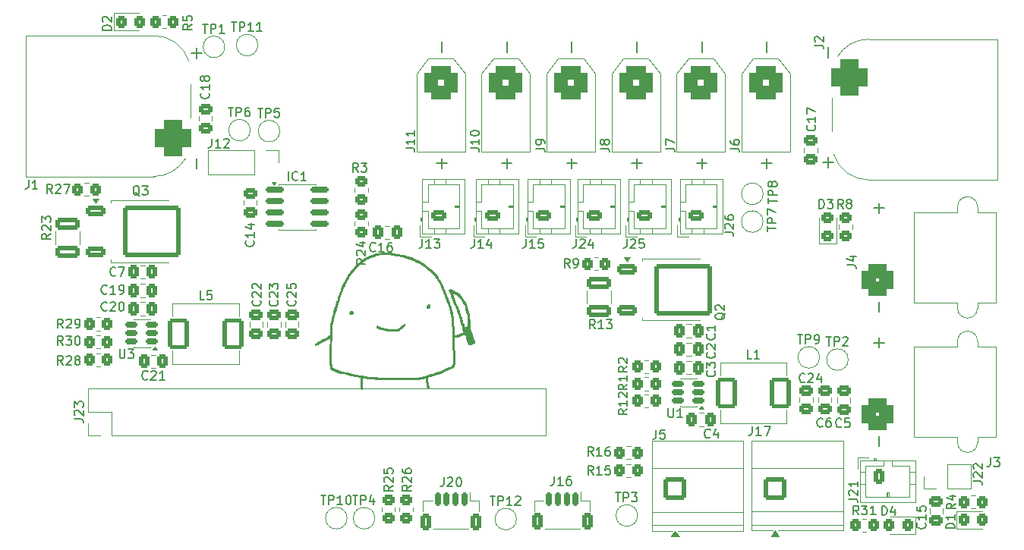
<source format=gto>
%TF.GenerationSoftware,KiCad,Pcbnew,9.0.5*%
%TF.CreationDate,2025-10-21T23:33:10-04:00*%
%TF.ProjectId,mainBoard,6d61696e-426f-4617-9264-2e6b69636164,rev?*%
%TF.SameCoordinates,Original*%
%TF.FileFunction,Legend,Top*%
%TF.FilePolarity,Positive*%
%FSLAX46Y46*%
G04 Gerber Fmt 4.6, Leading zero omitted, Abs format (unit mm)*
G04 Created by KiCad (PCBNEW 9.0.5) date 2025-10-21 23:33:10*
%MOMM*%
%LPD*%
G01*
G04 APERTURE LIST*
G04 Aperture macros list*
%AMRoundRect*
0 Rectangle with rounded corners*
0 $1 Rounding radius*
0 $2 $3 $4 $5 $6 $7 $8 $9 X,Y pos of 4 corners*
0 Add a 4 corners polygon primitive as box body*
4,1,4,$2,$3,$4,$5,$6,$7,$8,$9,$2,$3,0*
0 Add four circle primitives for the rounded corners*
1,1,$1+$1,$2,$3*
1,1,$1+$1,$4,$5*
1,1,$1+$1,$6,$7*
1,1,$1+$1,$8,$9*
0 Add four rect primitives between the rounded corners*
20,1,$1+$1,$2,$3,$4,$5,0*
20,1,$1+$1,$4,$5,$6,$7,0*
20,1,$1+$1,$6,$7,$8,$9,0*
20,1,$1+$1,$8,$9,$2,$3,0*%
G04 Aperture macros list end*
%ADD10C,0.150000*%
%ADD11C,0.000000*%
%ADD12C,0.120000*%
%ADD13O,1.750000X1.200000*%
%ADD14RoundRect,0.250000X0.625000X-0.350000X0.625000X0.350000X-0.625000X0.350000X-0.625000X-0.350000X0*%
%ADD15RoundRect,0.250000X0.350000X0.450000X-0.350000X0.450000X-0.350000X-0.450000X0.350000X-0.450000X0*%
%ADD16RoundRect,0.250000X-0.350000X-0.450000X0.350000X-0.450000X0.350000X0.450000X-0.350000X0.450000X0*%
%ADD17RoundRect,0.250000X0.337500X0.475000X-0.337500X0.475000X-0.337500X-0.475000X0.337500X-0.475000X0*%
%ADD18RoundRect,0.250000X-0.337500X-0.475000X0.337500X-0.475000X0.337500X0.475000X-0.337500X0.475000X0*%
%ADD19RoundRect,0.250000X-0.850000X-0.350000X0.850000X-0.350000X0.850000X0.350000X-0.850000X0.350000X0*%
%ADD20RoundRect,0.249997X-2.950003X-2.650003X2.950003X-2.650003X2.950003X2.650003X-2.950003X2.650003X0*%
%ADD21RoundRect,0.235000X-0.940000X-1.465000X0.940000X-1.465000X0.940000X1.465000X-0.940000X1.465000X0*%
%ADD22RoundRect,0.150000X0.512500X0.150000X-0.512500X0.150000X-0.512500X-0.150000X0.512500X-0.150000X0*%
%ADD23RoundRect,0.250000X-1.075000X0.400000X-1.075000X-0.400000X1.075000X-0.400000X1.075000X0.400000X0*%
%ADD24C,2.000000*%
%ADD25RoundRect,0.250000X-0.475000X0.337500X-0.475000X-0.337500X0.475000X-0.337500X0.475000X0.337500X0*%
%ADD26RoundRect,0.250000X0.475000X-0.337500X0.475000X0.337500X-0.475000X0.337500X-0.475000X-0.337500X0*%
%ADD27RoundRect,0.150000X0.150000X0.625000X-0.150000X0.625000X-0.150000X-0.625000X0.150000X-0.625000X0*%
%ADD28RoundRect,0.250000X0.350000X0.650000X-0.350000X0.650000X-0.350000X-0.650000X0.350000X-0.650000X0*%
%ADD29R,2.000000X0.900000*%
%ADD30RoundRect,1.025000X1.025000X-1.025000X1.025000X1.025000X-1.025000X1.025000X-1.025000X-1.025000X0*%
%ADD31C,4.100000*%
%ADD32R,1.700000X1.700000*%
%ADD33C,1.700000*%
%ADD34RoundRect,0.250000X-1.050000X-1.050000X1.050000X-1.050000X1.050000X1.050000X-1.050000X1.050000X0*%
%ADD35C,2.600000*%
%ADD36RoundRect,0.760000X-1.140000X1.140000X-1.140000X-1.140000X1.140000X-1.140000X1.140000X1.140000X0*%
%ADD37C,3.800000*%
%ADD38RoundRect,0.250000X0.450000X-0.350000X0.450000X0.350000X-0.450000X0.350000X-0.450000X-0.350000X0*%
%ADD39C,4.300000*%
%ADD40RoundRect,0.150000X-0.825000X-0.150000X0.825000X-0.150000X0.825000X0.150000X-0.825000X0.150000X0*%
%ADD41RoundRect,0.250000X-0.350000X-0.625000X0.350000X-0.625000X0.350000X0.625000X-0.350000X0.625000X0*%
%ADD42O,1.200000X1.750000*%
%ADD43RoundRect,0.250000X0.325000X0.450000X-0.325000X0.450000X-0.325000X-0.450000X0.325000X-0.450000X0*%
%ADD44RoundRect,0.250000X-0.325000X-0.450000X0.325000X-0.450000X0.325000X0.450000X-0.325000X0.450000X0*%
%ADD45RoundRect,1.025000X-1.025000X1.025000X-1.025000X-1.025000X1.025000X-1.025000X1.025000X1.025000X0*%
%ADD46RoundRect,0.250000X0.450000X-0.325000X0.450000X0.325000X-0.450000X0.325000X-0.450000X-0.325000X0*%
%ADD47C,1.400000*%
%ADD48RoundRect,0.770000X-0.980000X0.980000X-0.980000X-0.980000X0.980000X-0.980000X0.980000X0.980000X0*%
%ADD49C,3.500000*%
G04 APERTURE END LIST*
D10*
X96276262Y-51669034D02*
X96276262Y-52383319D01*
X96276262Y-52383319D02*
X96228643Y-52526176D01*
X96228643Y-52526176D02*
X96133405Y-52621415D01*
X96133405Y-52621415D02*
X95990548Y-52669034D01*
X95990548Y-52669034D02*
X95895310Y-52669034D01*
X97276262Y-52669034D02*
X96704834Y-52669034D01*
X96990548Y-52669034D02*
X96990548Y-51669034D01*
X96990548Y-51669034D02*
X96895310Y-51811891D01*
X96895310Y-51811891D02*
X96800072Y-51907129D01*
X96800072Y-51907129D02*
X96704834Y-51954748D01*
X97609596Y-51669034D02*
X98228643Y-51669034D01*
X98228643Y-51669034D02*
X97895310Y-52049986D01*
X97895310Y-52049986D02*
X98038167Y-52049986D01*
X98038167Y-52049986D02*
X98133405Y-52097605D01*
X98133405Y-52097605D02*
X98181024Y-52145224D01*
X98181024Y-52145224D02*
X98228643Y-52240462D01*
X98228643Y-52240462D02*
X98228643Y-52478557D01*
X98228643Y-52478557D02*
X98181024Y-52573795D01*
X98181024Y-52573795D02*
X98133405Y-52621415D01*
X98133405Y-52621415D02*
X98038167Y-52669034D01*
X98038167Y-52669034D02*
X97752453Y-52669034D01*
X97752453Y-52669034D02*
X97657215Y-52621415D01*
X97657215Y-52621415D02*
X97609596Y-52573795D01*
X54992928Y-46569034D02*
X54659595Y-46092843D01*
X54421500Y-46569034D02*
X54421500Y-45569034D01*
X54421500Y-45569034D02*
X54802452Y-45569034D01*
X54802452Y-45569034D02*
X54897690Y-45616653D01*
X54897690Y-45616653D02*
X54945309Y-45664272D01*
X54945309Y-45664272D02*
X54992928Y-45759510D01*
X54992928Y-45759510D02*
X54992928Y-45902367D01*
X54992928Y-45902367D02*
X54945309Y-45997605D01*
X54945309Y-45997605D02*
X54897690Y-46045224D01*
X54897690Y-46045224D02*
X54802452Y-46092843D01*
X54802452Y-46092843D02*
X54421500Y-46092843D01*
X55373881Y-45664272D02*
X55421500Y-45616653D01*
X55421500Y-45616653D02*
X55516738Y-45569034D01*
X55516738Y-45569034D02*
X55754833Y-45569034D01*
X55754833Y-45569034D02*
X55850071Y-45616653D01*
X55850071Y-45616653D02*
X55897690Y-45664272D01*
X55897690Y-45664272D02*
X55945309Y-45759510D01*
X55945309Y-45759510D02*
X55945309Y-45854748D01*
X55945309Y-45854748D02*
X55897690Y-45997605D01*
X55897690Y-45997605D02*
X55326262Y-46569034D01*
X55326262Y-46569034D02*
X55945309Y-46569034D01*
X56278643Y-45569034D02*
X56945309Y-45569034D01*
X56945309Y-45569034D02*
X56516738Y-46569034D01*
X56192928Y-61594034D02*
X55859595Y-61117843D01*
X55621500Y-61594034D02*
X55621500Y-60594034D01*
X55621500Y-60594034D02*
X56002452Y-60594034D01*
X56002452Y-60594034D02*
X56097690Y-60641653D01*
X56097690Y-60641653D02*
X56145309Y-60689272D01*
X56145309Y-60689272D02*
X56192928Y-60784510D01*
X56192928Y-60784510D02*
X56192928Y-60927367D01*
X56192928Y-60927367D02*
X56145309Y-61022605D01*
X56145309Y-61022605D02*
X56097690Y-61070224D01*
X56097690Y-61070224D02*
X56002452Y-61117843D01*
X56002452Y-61117843D02*
X55621500Y-61117843D01*
X56573881Y-60689272D02*
X56621500Y-60641653D01*
X56621500Y-60641653D02*
X56716738Y-60594034D01*
X56716738Y-60594034D02*
X56954833Y-60594034D01*
X56954833Y-60594034D02*
X57050071Y-60641653D01*
X57050071Y-60641653D02*
X57097690Y-60689272D01*
X57097690Y-60689272D02*
X57145309Y-60784510D01*
X57145309Y-60784510D02*
X57145309Y-60879748D01*
X57145309Y-60879748D02*
X57097690Y-61022605D01*
X57097690Y-61022605D02*
X56526262Y-61594034D01*
X56526262Y-61594034D02*
X57145309Y-61594034D01*
X57621500Y-61594034D02*
X57811976Y-61594034D01*
X57811976Y-61594034D02*
X57907214Y-61546415D01*
X57907214Y-61546415D02*
X57954833Y-61498795D01*
X57954833Y-61498795D02*
X58050071Y-61355938D01*
X58050071Y-61355938D02*
X58097690Y-61165462D01*
X58097690Y-61165462D02*
X58097690Y-60784510D01*
X58097690Y-60784510D02*
X58050071Y-60689272D01*
X58050071Y-60689272D02*
X58002452Y-60641653D01*
X58002452Y-60641653D02*
X57907214Y-60594034D01*
X57907214Y-60594034D02*
X57716738Y-60594034D01*
X57716738Y-60594034D02*
X57621500Y-60641653D01*
X57621500Y-60641653D02*
X57573881Y-60689272D01*
X57573881Y-60689272D02*
X57526262Y-60784510D01*
X57526262Y-60784510D02*
X57526262Y-61022605D01*
X57526262Y-61022605D02*
X57573881Y-61117843D01*
X57573881Y-61117843D02*
X57621500Y-61165462D01*
X57621500Y-61165462D02*
X57716738Y-61213081D01*
X57716738Y-61213081D02*
X57907214Y-61213081D01*
X57907214Y-61213081D02*
X58002452Y-61165462D01*
X58002452Y-61165462D02*
X58050071Y-61117843D01*
X58050071Y-61117843D02*
X58097690Y-61022605D01*
X61092928Y-59598795D02*
X61045309Y-59646415D01*
X61045309Y-59646415D02*
X60902452Y-59694034D01*
X60902452Y-59694034D02*
X60807214Y-59694034D01*
X60807214Y-59694034D02*
X60664357Y-59646415D01*
X60664357Y-59646415D02*
X60569119Y-59551176D01*
X60569119Y-59551176D02*
X60521500Y-59455938D01*
X60521500Y-59455938D02*
X60473881Y-59265462D01*
X60473881Y-59265462D02*
X60473881Y-59122605D01*
X60473881Y-59122605D02*
X60521500Y-58932129D01*
X60521500Y-58932129D02*
X60569119Y-58836891D01*
X60569119Y-58836891D02*
X60664357Y-58741653D01*
X60664357Y-58741653D02*
X60807214Y-58694034D01*
X60807214Y-58694034D02*
X60902452Y-58694034D01*
X60902452Y-58694034D02*
X61045309Y-58741653D01*
X61045309Y-58741653D02*
X61092928Y-58789272D01*
X61473881Y-58789272D02*
X61521500Y-58741653D01*
X61521500Y-58741653D02*
X61616738Y-58694034D01*
X61616738Y-58694034D02*
X61854833Y-58694034D01*
X61854833Y-58694034D02*
X61950071Y-58741653D01*
X61950071Y-58741653D02*
X61997690Y-58789272D01*
X61997690Y-58789272D02*
X62045309Y-58884510D01*
X62045309Y-58884510D02*
X62045309Y-58979748D01*
X62045309Y-58979748D02*
X61997690Y-59122605D01*
X61997690Y-59122605D02*
X61426262Y-59694034D01*
X61426262Y-59694034D02*
X62045309Y-59694034D01*
X62664357Y-58694034D02*
X62759595Y-58694034D01*
X62759595Y-58694034D02*
X62854833Y-58741653D01*
X62854833Y-58741653D02*
X62902452Y-58789272D01*
X62902452Y-58789272D02*
X62950071Y-58884510D01*
X62950071Y-58884510D02*
X62997690Y-59074986D01*
X62997690Y-59074986D02*
X62997690Y-59313081D01*
X62997690Y-59313081D02*
X62950071Y-59503557D01*
X62950071Y-59503557D02*
X62902452Y-59598795D01*
X62902452Y-59598795D02*
X62854833Y-59646415D01*
X62854833Y-59646415D02*
X62759595Y-59694034D01*
X62759595Y-59694034D02*
X62664357Y-59694034D01*
X62664357Y-59694034D02*
X62569119Y-59646415D01*
X62569119Y-59646415D02*
X62521500Y-59598795D01*
X62521500Y-59598795D02*
X62473881Y-59503557D01*
X62473881Y-59503557D02*
X62426262Y-59313081D01*
X62426262Y-59313081D02*
X62426262Y-59074986D01*
X62426262Y-59074986D02*
X62473881Y-58884510D01*
X62473881Y-58884510D02*
X62521500Y-58789272D01*
X62521500Y-58789272D02*
X62569119Y-58741653D01*
X62569119Y-58741653D02*
X62664357Y-58694034D01*
X65642928Y-67273795D02*
X65595309Y-67321415D01*
X65595309Y-67321415D02*
X65452452Y-67369034D01*
X65452452Y-67369034D02*
X65357214Y-67369034D01*
X65357214Y-67369034D02*
X65214357Y-67321415D01*
X65214357Y-67321415D02*
X65119119Y-67226176D01*
X65119119Y-67226176D02*
X65071500Y-67130938D01*
X65071500Y-67130938D02*
X65023881Y-66940462D01*
X65023881Y-66940462D02*
X65023881Y-66797605D01*
X65023881Y-66797605D02*
X65071500Y-66607129D01*
X65071500Y-66607129D02*
X65119119Y-66511891D01*
X65119119Y-66511891D02*
X65214357Y-66416653D01*
X65214357Y-66416653D02*
X65357214Y-66369034D01*
X65357214Y-66369034D02*
X65452452Y-66369034D01*
X65452452Y-66369034D02*
X65595309Y-66416653D01*
X65595309Y-66416653D02*
X65642928Y-66464272D01*
X66023881Y-66464272D02*
X66071500Y-66416653D01*
X66071500Y-66416653D02*
X66166738Y-66369034D01*
X66166738Y-66369034D02*
X66404833Y-66369034D01*
X66404833Y-66369034D02*
X66500071Y-66416653D01*
X66500071Y-66416653D02*
X66547690Y-66464272D01*
X66547690Y-66464272D02*
X66595309Y-66559510D01*
X66595309Y-66559510D02*
X66595309Y-66654748D01*
X66595309Y-66654748D02*
X66547690Y-66797605D01*
X66547690Y-66797605D02*
X65976262Y-67369034D01*
X65976262Y-67369034D02*
X66595309Y-67369034D01*
X67547690Y-67369034D02*
X66976262Y-67369034D01*
X67261976Y-67369034D02*
X67261976Y-66369034D01*
X67261976Y-66369034D02*
X67166738Y-66511891D01*
X67166738Y-66511891D02*
X67071500Y-66607129D01*
X67071500Y-66607129D02*
X66976262Y-66654748D01*
X56192928Y-65694034D02*
X55859595Y-65217843D01*
X55621500Y-65694034D02*
X55621500Y-64694034D01*
X55621500Y-64694034D02*
X56002452Y-64694034D01*
X56002452Y-64694034D02*
X56097690Y-64741653D01*
X56097690Y-64741653D02*
X56145309Y-64789272D01*
X56145309Y-64789272D02*
X56192928Y-64884510D01*
X56192928Y-64884510D02*
X56192928Y-65027367D01*
X56192928Y-65027367D02*
X56145309Y-65122605D01*
X56145309Y-65122605D02*
X56097690Y-65170224D01*
X56097690Y-65170224D02*
X56002452Y-65217843D01*
X56002452Y-65217843D02*
X55621500Y-65217843D01*
X56573881Y-64789272D02*
X56621500Y-64741653D01*
X56621500Y-64741653D02*
X56716738Y-64694034D01*
X56716738Y-64694034D02*
X56954833Y-64694034D01*
X56954833Y-64694034D02*
X57050071Y-64741653D01*
X57050071Y-64741653D02*
X57097690Y-64789272D01*
X57097690Y-64789272D02*
X57145309Y-64884510D01*
X57145309Y-64884510D02*
X57145309Y-64979748D01*
X57145309Y-64979748D02*
X57097690Y-65122605D01*
X57097690Y-65122605D02*
X56526262Y-65694034D01*
X56526262Y-65694034D02*
X57145309Y-65694034D01*
X57716738Y-65122605D02*
X57621500Y-65074986D01*
X57621500Y-65074986D02*
X57573881Y-65027367D01*
X57573881Y-65027367D02*
X57526262Y-64932129D01*
X57526262Y-64932129D02*
X57526262Y-64884510D01*
X57526262Y-64884510D02*
X57573881Y-64789272D01*
X57573881Y-64789272D02*
X57621500Y-64741653D01*
X57621500Y-64741653D02*
X57716738Y-64694034D01*
X57716738Y-64694034D02*
X57907214Y-64694034D01*
X57907214Y-64694034D02*
X58002452Y-64741653D01*
X58002452Y-64741653D02*
X58050071Y-64789272D01*
X58050071Y-64789272D02*
X58097690Y-64884510D01*
X58097690Y-64884510D02*
X58097690Y-64932129D01*
X58097690Y-64932129D02*
X58050071Y-65027367D01*
X58050071Y-65027367D02*
X58002452Y-65074986D01*
X58002452Y-65074986D02*
X57907214Y-65122605D01*
X57907214Y-65122605D02*
X57716738Y-65122605D01*
X57716738Y-65122605D02*
X57621500Y-65170224D01*
X57621500Y-65170224D02*
X57573881Y-65217843D01*
X57573881Y-65217843D02*
X57526262Y-65313081D01*
X57526262Y-65313081D02*
X57526262Y-65503557D01*
X57526262Y-65503557D02*
X57573881Y-65598795D01*
X57573881Y-65598795D02*
X57621500Y-65646415D01*
X57621500Y-65646415D02*
X57716738Y-65694034D01*
X57716738Y-65694034D02*
X57907214Y-65694034D01*
X57907214Y-65694034D02*
X58002452Y-65646415D01*
X58002452Y-65646415D02*
X58050071Y-65598795D01*
X58050071Y-65598795D02*
X58097690Y-65503557D01*
X58097690Y-65503557D02*
X58097690Y-65313081D01*
X58097690Y-65313081D02*
X58050071Y-65217843D01*
X58050071Y-65217843D02*
X58002452Y-65170224D01*
X58002452Y-65170224D02*
X57907214Y-65122605D01*
X64755547Y-46839272D02*
X64660309Y-46791653D01*
X64660309Y-46791653D02*
X64565071Y-46696415D01*
X64565071Y-46696415D02*
X64422214Y-46553557D01*
X64422214Y-46553557D02*
X64326976Y-46505938D01*
X64326976Y-46505938D02*
X64231738Y-46505938D01*
X64279357Y-46744034D02*
X64184119Y-46696415D01*
X64184119Y-46696415D02*
X64088881Y-46601176D01*
X64088881Y-46601176D02*
X64041262Y-46410700D01*
X64041262Y-46410700D02*
X64041262Y-46077367D01*
X64041262Y-46077367D02*
X64088881Y-45886891D01*
X64088881Y-45886891D02*
X64184119Y-45791653D01*
X64184119Y-45791653D02*
X64279357Y-45744034D01*
X64279357Y-45744034D02*
X64469833Y-45744034D01*
X64469833Y-45744034D02*
X64565071Y-45791653D01*
X64565071Y-45791653D02*
X64660309Y-45886891D01*
X64660309Y-45886891D02*
X64707928Y-46077367D01*
X64707928Y-46077367D02*
X64707928Y-46410700D01*
X64707928Y-46410700D02*
X64660309Y-46601176D01*
X64660309Y-46601176D02*
X64565071Y-46696415D01*
X64565071Y-46696415D02*
X64469833Y-46744034D01*
X64469833Y-46744034D02*
X64279357Y-46744034D01*
X65041262Y-45744034D02*
X65660309Y-45744034D01*
X65660309Y-45744034D02*
X65326976Y-46124986D01*
X65326976Y-46124986D02*
X65469833Y-46124986D01*
X65469833Y-46124986D02*
X65565071Y-46172605D01*
X65565071Y-46172605D02*
X65612690Y-46220224D01*
X65612690Y-46220224D02*
X65660309Y-46315462D01*
X65660309Y-46315462D02*
X65660309Y-46553557D01*
X65660309Y-46553557D02*
X65612690Y-46648795D01*
X65612690Y-46648795D02*
X65565071Y-46696415D01*
X65565071Y-46696415D02*
X65469833Y-46744034D01*
X65469833Y-46744034D02*
X65184119Y-46744034D01*
X65184119Y-46744034D02*
X65088881Y-46696415D01*
X65088881Y-46696415D02*
X65041262Y-46648795D01*
X71969119Y-58419034D02*
X71492929Y-58419034D01*
X71492929Y-58419034D02*
X71492929Y-57419034D01*
X72778643Y-57419034D02*
X72302453Y-57419034D01*
X72302453Y-57419034D02*
X72254834Y-57895224D01*
X72254834Y-57895224D02*
X72302453Y-57847605D01*
X72302453Y-57847605D02*
X72397691Y-57799986D01*
X72397691Y-57799986D02*
X72635786Y-57799986D01*
X72635786Y-57799986D02*
X72731024Y-57847605D01*
X72731024Y-57847605D02*
X72778643Y-57895224D01*
X72778643Y-57895224D02*
X72826262Y-57990462D01*
X72826262Y-57990462D02*
X72826262Y-58228557D01*
X72826262Y-58228557D02*
X72778643Y-58323795D01*
X72778643Y-58323795D02*
X72731024Y-58371415D01*
X72731024Y-58371415D02*
X72635786Y-58419034D01*
X72635786Y-58419034D02*
X72397691Y-58419034D01*
X72397691Y-58419034D02*
X72302453Y-58371415D01*
X72302453Y-58371415D02*
X72254834Y-58323795D01*
X62523881Y-63969034D02*
X62523881Y-64778557D01*
X62523881Y-64778557D02*
X62571500Y-64873795D01*
X62571500Y-64873795D02*
X62619119Y-64921415D01*
X62619119Y-64921415D02*
X62714357Y-64969034D01*
X62714357Y-64969034D02*
X62904833Y-64969034D01*
X62904833Y-64969034D02*
X63000071Y-64921415D01*
X63000071Y-64921415D02*
X63047690Y-64873795D01*
X63047690Y-64873795D02*
X63095309Y-64778557D01*
X63095309Y-64778557D02*
X63095309Y-63969034D01*
X63476262Y-63969034D02*
X64095309Y-63969034D01*
X64095309Y-63969034D02*
X63761976Y-64349986D01*
X63761976Y-64349986D02*
X63904833Y-64349986D01*
X63904833Y-64349986D02*
X64000071Y-64397605D01*
X64000071Y-64397605D02*
X64047690Y-64445224D01*
X64047690Y-64445224D02*
X64095309Y-64540462D01*
X64095309Y-64540462D02*
X64095309Y-64778557D01*
X64095309Y-64778557D02*
X64047690Y-64873795D01*
X64047690Y-64873795D02*
X64000071Y-64921415D01*
X64000071Y-64921415D02*
X63904833Y-64969034D01*
X63904833Y-64969034D02*
X63619119Y-64969034D01*
X63619119Y-64969034D02*
X63523881Y-64921415D01*
X63523881Y-64921415D02*
X63476262Y-64873795D01*
X56192928Y-63494034D02*
X55859595Y-63017843D01*
X55621500Y-63494034D02*
X55621500Y-62494034D01*
X55621500Y-62494034D02*
X56002452Y-62494034D01*
X56002452Y-62494034D02*
X56097690Y-62541653D01*
X56097690Y-62541653D02*
X56145309Y-62589272D01*
X56145309Y-62589272D02*
X56192928Y-62684510D01*
X56192928Y-62684510D02*
X56192928Y-62827367D01*
X56192928Y-62827367D02*
X56145309Y-62922605D01*
X56145309Y-62922605D02*
X56097690Y-62970224D01*
X56097690Y-62970224D02*
X56002452Y-63017843D01*
X56002452Y-63017843D02*
X55621500Y-63017843D01*
X56526262Y-62494034D02*
X57145309Y-62494034D01*
X57145309Y-62494034D02*
X56811976Y-62874986D01*
X56811976Y-62874986D02*
X56954833Y-62874986D01*
X56954833Y-62874986D02*
X57050071Y-62922605D01*
X57050071Y-62922605D02*
X57097690Y-62970224D01*
X57097690Y-62970224D02*
X57145309Y-63065462D01*
X57145309Y-63065462D02*
X57145309Y-63303557D01*
X57145309Y-63303557D02*
X57097690Y-63398795D01*
X57097690Y-63398795D02*
X57050071Y-63446415D01*
X57050071Y-63446415D02*
X56954833Y-63494034D01*
X56954833Y-63494034D02*
X56669119Y-63494034D01*
X56669119Y-63494034D02*
X56573881Y-63446415D01*
X56573881Y-63446415D02*
X56526262Y-63398795D01*
X57764357Y-62494034D02*
X57859595Y-62494034D01*
X57859595Y-62494034D02*
X57954833Y-62541653D01*
X57954833Y-62541653D02*
X58002452Y-62589272D01*
X58002452Y-62589272D02*
X58050071Y-62684510D01*
X58050071Y-62684510D02*
X58097690Y-62874986D01*
X58097690Y-62874986D02*
X58097690Y-63113081D01*
X58097690Y-63113081D02*
X58050071Y-63303557D01*
X58050071Y-63303557D02*
X58002452Y-63398795D01*
X58002452Y-63398795D02*
X57954833Y-63446415D01*
X57954833Y-63446415D02*
X57859595Y-63494034D01*
X57859595Y-63494034D02*
X57764357Y-63494034D01*
X57764357Y-63494034D02*
X57669119Y-63446415D01*
X57669119Y-63446415D02*
X57621500Y-63398795D01*
X57621500Y-63398795D02*
X57573881Y-63303557D01*
X57573881Y-63303557D02*
X57526262Y-63113081D01*
X57526262Y-63113081D02*
X57526262Y-62874986D01*
X57526262Y-62874986D02*
X57573881Y-62684510D01*
X57573881Y-62684510D02*
X57621500Y-62589272D01*
X57621500Y-62589272D02*
X57669119Y-62541653D01*
X57669119Y-62541653D02*
X57764357Y-62494034D01*
X54840605Y-51057072D02*
X54364414Y-51390405D01*
X54840605Y-51628500D02*
X53840605Y-51628500D01*
X53840605Y-51628500D02*
X53840605Y-51247548D01*
X53840605Y-51247548D02*
X53888224Y-51152310D01*
X53888224Y-51152310D02*
X53935843Y-51104691D01*
X53935843Y-51104691D02*
X54031081Y-51057072D01*
X54031081Y-51057072D02*
X54173938Y-51057072D01*
X54173938Y-51057072D02*
X54269176Y-51104691D01*
X54269176Y-51104691D02*
X54316795Y-51152310D01*
X54316795Y-51152310D02*
X54364414Y-51247548D01*
X54364414Y-51247548D02*
X54364414Y-51628500D01*
X53935843Y-50676119D02*
X53888224Y-50628500D01*
X53888224Y-50628500D02*
X53840605Y-50533262D01*
X53840605Y-50533262D02*
X53840605Y-50295167D01*
X53840605Y-50295167D02*
X53888224Y-50199929D01*
X53888224Y-50199929D02*
X53935843Y-50152310D01*
X53935843Y-50152310D02*
X54031081Y-50104691D01*
X54031081Y-50104691D02*
X54126319Y-50104691D01*
X54126319Y-50104691D02*
X54269176Y-50152310D01*
X54269176Y-50152310D02*
X54840605Y-50723738D01*
X54840605Y-50723738D02*
X54840605Y-50104691D01*
X53840605Y-49771357D02*
X53840605Y-49152310D01*
X53840605Y-49152310D02*
X54221557Y-49485643D01*
X54221557Y-49485643D02*
X54221557Y-49342786D01*
X54221557Y-49342786D02*
X54269176Y-49247548D01*
X54269176Y-49247548D02*
X54316795Y-49199929D01*
X54316795Y-49199929D02*
X54412033Y-49152310D01*
X54412033Y-49152310D02*
X54650128Y-49152310D01*
X54650128Y-49152310D02*
X54745366Y-49199929D01*
X54745366Y-49199929D02*
X54792986Y-49247548D01*
X54792986Y-49247548D02*
X54840605Y-49342786D01*
X54840605Y-49342786D02*
X54840605Y-49628500D01*
X54840605Y-49628500D02*
X54792986Y-49723738D01*
X54792986Y-49723738D02*
X54745366Y-49771357D01*
X61092928Y-57698795D02*
X61045309Y-57746415D01*
X61045309Y-57746415D02*
X60902452Y-57794034D01*
X60902452Y-57794034D02*
X60807214Y-57794034D01*
X60807214Y-57794034D02*
X60664357Y-57746415D01*
X60664357Y-57746415D02*
X60569119Y-57651176D01*
X60569119Y-57651176D02*
X60521500Y-57555938D01*
X60521500Y-57555938D02*
X60473881Y-57365462D01*
X60473881Y-57365462D02*
X60473881Y-57222605D01*
X60473881Y-57222605D02*
X60521500Y-57032129D01*
X60521500Y-57032129D02*
X60569119Y-56936891D01*
X60569119Y-56936891D02*
X60664357Y-56841653D01*
X60664357Y-56841653D02*
X60807214Y-56794034D01*
X60807214Y-56794034D02*
X60902452Y-56794034D01*
X60902452Y-56794034D02*
X61045309Y-56841653D01*
X61045309Y-56841653D02*
X61092928Y-56889272D01*
X62045309Y-57794034D02*
X61473881Y-57794034D01*
X61759595Y-57794034D02*
X61759595Y-56794034D01*
X61759595Y-56794034D02*
X61664357Y-56936891D01*
X61664357Y-56936891D02*
X61569119Y-57032129D01*
X61569119Y-57032129D02*
X61473881Y-57079748D01*
X62521500Y-57794034D02*
X62711976Y-57794034D01*
X62711976Y-57794034D02*
X62807214Y-57746415D01*
X62807214Y-57746415D02*
X62854833Y-57698795D01*
X62854833Y-57698795D02*
X62950071Y-57555938D01*
X62950071Y-57555938D02*
X62997690Y-57365462D01*
X62997690Y-57365462D02*
X62997690Y-56984510D01*
X62997690Y-56984510D02*
X62950071Y-56889272D01*
X62950071Y-56889272D02*
X62902452Y-56841653D01*
X62902452Y-56841653D02*
X62807214Y-56794034D01*
X62807214Y-56794034D02*
X62616738Y-56794034D01*
X62616738Y-56794034D02*
X62521500Y-56841653D01*
X62521500Y-56841653D02*
X62473881Y-56889272D01*
X62473881Y-56889272D02*
X62426262Y-56984510D01*
X62426262Y-56984510D02*
X62426262Y-57222605D01*
X62426262Y-57222605D02*
X62473881Y-57317843D01*
X62473881Y-57317843D02*
X62521500Y-57365462D01*
X62521500Y-57365462D02*
X62616738Y-57413081D01*
X62616738Y-57413081D02*
X62807214Y-57413081D01*
X62807214Y-57413081D02*
X62902452Y-57365462D01*
X62902452Y-57365462D02*
X62950071Y-57317843D01*
X62950071Y-57317843D02*
X62997690Y-57222605D01*
X62069119Y-55698795D02*
X62021500Y-55746415D01*
X62021500Y-55746415D02*
X61878643Y-55794034D01*
X61878643Y-55794034D02*
X61783405Y-55794034D01*
X61783405Y-55794034D02*
X61640548Y-55746415D01*
X61640548Y-55746415D02*
X61545310Y-55651176D01*
X61545310Y-55651176D02*
X61497691Y-55555938D01*
X61497691Y-55555938D02*
X61450072Y-55365462D01*
X61450072Y-55365462D02*
X61450072Y-55222605D01*
X61450072Y-55222605D02*
X61497691Y-55032129D01*
X61497691Y-55032129D02*
X61545310Y-54936891D01*
X61545310Y-54936891D02*
X61640548Y-54841653D01*
X61640548Y-54841653D02*
X61783405Y-54794034D01*
X61783405Y-54794034D02*
X61878643Y-54794034D01*
X61878643Y-54794034D02*
X62021500Y-54841653D01*
X62021500Y-54841653D02*
X62069119Y-54889272D01*
X62402453Y-54794034D02*
X63069119Y-54794034D01*
X63069119Y-54794034D02*
X62640548Y-55794034D01*
X155765605Y-81180881D02*
X155289414Y-81514214D01*
X155765605Y-81752309D02*
X154765605Y-81752309D01*
X154765605Y-81752309D02*
X154765605Y-81371357D01*
X154765605Y-81371357D02*
X154813224Y-81276119D01*
X154813224Y-81276119D02*
X154860843Y-81228500D01*
X154860843Y-81228500D02*
X154956081Y-81180881D01*
X154956081Y-81180881D02*
X155098938Y-81180881D01*
X155098938Y-81180881D02*
X155194176Y-81228500D01*
X155194176Y-81228500D02*
X155241795Y-81276119D01*
X155241795Y-81276119D02*
X155289414Y-81371357D01*
X155289414Y-81371357D02*
X155289414Y-81752309D01*
X155098938Y-80323738D02*
X155765605Y-80323738D01*
X154717986Y-80561833D02*
X155432271Y-80799928D01*
X155432271Y-80799928D02*
X155432271Y-80180881D01*
X71773881Y-27671034D02*
X72345309Y-27671034D01*
X72059595Y-28671034D02*
X72059595Y-27671034D01*
X72678643Y-28671034D02*
X72678643Y-27671034D01*
X72678643Y-27671034D02*
X73059595Y-27671034D01*
X73059595Y-27671034D02*
X73154833Y-27718653D01*
X73154833Y-27718653D02*
X73202452Y-27766272D01*
X73202452Y-27766272D02*
X73250071Y-27861510D01*
X73250071Y-27861510D02*
X73250071Y-28004367D01*
X73250071Y-28004367D02*
X73202452Y-28099605D01*
X73202452Y-28099605D02*
X73154833Y-28147224D01*
X73154833Y-28147224D02*
X73059595Y-28194843D01*
X73059595Y-28194843D02*
X72678643Y-28194843D01*
X74202452Y-28671034D02*
X73631024Y-28671034D01*
X73916738Y-28671034D02*
X73916738Y-27671034D01*
X73916738Y-27671034D02*
X73821500Y-27813891D01*
X73821500Y-27813891D02*
X73726262Y-27909129D01*
X73726262Y-27909129D02*
X73631024Y-27956748D01*
X138942928Y-67573795D02*
X138895309Y-67621415D01*
X138895309Y-67621415D02*
X138752452Y-67669034D01*
X138752452Y-67669034D02*
X138657214Y-67669034D01*
X138657214Y-67669034D02*
X138514357Y-67621415D01*
X138514357Y-67621415D02*
X138419119Y-67526176D01*
X138419119Y-67526176D02*
X138371500Y-67430938D01*
X138371500Y-67430938D02*
X138323881Y-67240462D01*
X138323881Y-67240462D02*
X138323881Y-67097605D01*
X138323881Y-67097605D02*
X138371500Y-66907129D01*
X138371500Y-66907129D02*
X138419119Y-66811891D01*
X138419119Y-66811891D02*
X138514357Y-66716653D01*
X138514357Y-66716653D02*
X138657214Y-66669034D01*
X138657214Y-66669034D02*
X138752452Y-66669034D01*
X138752452Y-66669034D02*
X138895309Y-66716653D01*
X138895309Y-66716653D02*
X138942928Y-66764272D01*
X139323881Y-66764272D02*
X139371500Y-66716653D01*
X139371500Y-66716653D02*
X139466738Y-66669034D01*
X139466738Y-66669034D02*
X139704833Y-66669034D01*
X139704833Y-66669034D02*
X139800071Y-66716653D01*
X139800071Y-66716653D02*
X139847690Y-66764272D01*
X139847690Y-66764272D02*
X139895309Y-66859510D01*
X139895309Y-66859510D02*
X139895309Y-66954748D01*
X139895309Y-66954748D02*
X139847690Y-67097605D01*
X139847690Y-67097605D02*
X139276262Y-67669034D01*
X139276262Y-67669034D02*
X139895309Y-67669034D01*
X140752452Y-67002367D02*
X140752452Y-67669034D01*
X140514357Y-66621415D02*
X140276262Y-67335700D01*
X140276262Y-67335700D02*
X140895309Y-67335700D01*
X77445366Y-51857072D02*
X77492986Y-51904691D01*
X77492986Y-51904691D02*
X77540605Y-52047548D01*
X77540605Y-52047548D02*
X77540605Y-52142786D01*
X77540605Y-52142786D02*
X77492986Y-52285643D01*
X77492986Y-52285643D02*
X77397747Y-52380881D01*
X77397747Y-52380881D02*
X77302509Y-52428500D01*
X77302509Y-52428500D02*
X77112033Y-52476119D01*
X77112033Y-52476119D02*
X76969176Y-52476119D01*
X76969176Y-52476119D02*
X76778700Y-52428500D01*
X76778700Y-52428500D02*
X76683462Y-52380881D01*
X76683462Y-52380881D02*
X76588224Y-52285643D01*
X76588224Y-52285643D02*
X76540605Y-52142786D01*
X76540605Y-52142786D02*
X76540605Y-52047548D01*
X76540605Y-52047548D02*
X76588224Y-51904691D01*
X76588224Y-51904691D02*
X76635843Y-51857072D01*
X77540605Y-50904691D02*
X77540605Y-51476119D01*
X77540605Y-51190405D02*
X76540605Y-51190405D01*
X76540605Y-51190405D02*
X76683462Y-51285643D01*
X76683462Y-51285643D02*
X76778700Y-51380881D01*
X76778700Y-51380881D02*
X76826319Y-51476119D01*
X76873938Y-50047548D02*
X77540605Y-50047548D01*
X76492986Y-50285643D02*
X77207271Y-50523738D01*
X77207271Y-50523738D02*
X77207271Y-49904691D01*
X102076262Y-51669034D02*
X102076262Y-52383319D01*
X102076262Y-52383319D02*
X102028643Y-52526176D01*
X102028643Y-52526176D02*
X101933405Y-52621415D01*
X101933405Y-52621415D02*
X101790548Y-52669034D01*
X101790548Y-52669034D02*
X101695310Y-52669034D01*
X103076262Y-52669034D02*
X102504834Y-52669034D01*
X102790548Y-52669034D02*
X102790548Y-51669034D01*
X102790548Y-51669034D02*
X102695310Y-51811891D01*
X102695310Y-51811891D02*
X102600072Y-51907129D01*
X102600072Y-51907129D02*
X102504834Y-51954748D01*
X103933405Y-52002367D02*
X103933405Y-52669034D01*
X103695310Y-51621415D02*
X103457215Y-52335700D01*
X103457215Y-52335700D02*
X104076262Y-52335700D01*
X130060843Y-59914453D02*
X130013224Y-60009691D01*
X130013224Y-60009691D02*
X129917986Y-60104929D01*
X129917986Y-60104929D02*
X129775128Y-60247786D01*
X129775128Y-60247786D02*
X129727509Y-60343024D01*
X129727509Y-60343024D02*
X129727509Y-60438262D01*
X129965605Y-60390643D02*
X129917986Y-60485881D01*
X129917986Y-60485881D02*
X129822747Y-60581119D01*
X129822747Y-60581119D02*
X129632271Y-60628738D01*
X129632271Y-60628738D02*
X129298938Y-60628738D01*
X129298938Y-60628738D02*
X129108462Y-60581119D01*
X129108462Y-60581119D02*
X129013224Y-60485881D01*
X129013224Y-60485881D02*
X128965605Y-60390643D01*
X128965605Y-60390643D02*
X128965605Y-60200167D01*
X128965605Y-60200167D02*
X129013224Y-60104929D01*
X129013224Y-60104929D02*
X129108462Y-60009691D01*
X129108462Y-60009691D02*
X129298938Y-59962072D01*
X129298938Y-59962072D02*
X129632271Y-59962072D01*
X129632271Y-59962072D02*
X129822747Y-60009691D01*
X129822747Y-60009691D02*
X129917986Y-60104929D01*
X129917986Y-60104929D02*
X129965605Y-60200167D01*
X129965605Y-60200167D02*
X129965605Y-60390643D01*
X129060843Y-59581119D02*
X129013224Y-59533500D01*
X129013224Y-59533500D02*
X128965605Y-59438262D01*
X128965605Y-59438262D02*
X128965605Y-59200167D01*
X128965605Y-59200167D02*
X129013224Y-59104929D01*
X129013224Y-59104929D02*
X129060843Y-59057310D01*
X129060843Y-59057310D02*
X129156081Y-59009691D01*
X129156081Y-59009691D02*
X129251319Y-59009691D01*
X129251319Y-59009691D02*
X129394176Y-59057310D01*
X129394176Y-59057310D02*
X129965605Y-59628738D01*
X129965605Y-59628738D02*
X129965605Y-59009691D01*
X98676262Y-78269034D02*
X98676262Y-78983319D01*
X98676262Y-78983319D02*
X98628643Y-79126176D01*
X98628643Y-79126176D02*
X98533405Y-79221415D01*
X98533405Y-79221415D02*
X98390548Y-79269034D01*
X98390548Y-79269034D02*
X98295310Y-79269034D01*
X99104834Y-78364272D02*
X99152453Y-78316653D01*
X99152453Y-78316653D02*
X99247691Y-78269034D01*
X99247691Y-78269034D02*
X99485786Y-78269034D01*
X99485786Y-78269034D02*
X99581024Y-78316653D01*
X99581024Y-78316653D02*
X99628643Y-78364272D01*
X99628643Y-78364272D02*
X99676262Y-78459510D01*
X99676262Y-78459510D02*
X99676262Y-78554748D01*
X99676262Y-78554748D02*
X99628643Y-78697605D01*
X99628643Y-78697605D02*
X99057215Y-79269034D01*
X99057215Y-79269034D02*
X99676262Y-79269034D01*
X100295310Y-78269034D02*
X100390548Y-78269034D01*
X100390548Y-78269034D02*
X100485786Y-78316653D01*
X100485786Y-78316653D02*
X100533405Y-78364272D01*
X100533405Y-78364272D02*
X100581024Y-78459510D01*
X100581024Y-78459510D02*
X100628643Y-78649986D01*
X100628643Y-78649986D02*
X100628643Y-78888081D01*
X100628643Y-78888081D02*
X100581024Y-79078557D01*
X100581024Y-79078557D02*
X100533405Y-79173795D01*
X100533405Y-79173795D02*
X100485786Y-79221415D01*
X100485786Y-79221415D02*
X100390548Y-79269034D01*
X100390548Y-79269034D02*
X100295310Y-79269034D01*
X100295310Y-79269034D02*
X100200072Y-79221415D01*
X100200072Y-79221415D02*
X100152453Y-79173795D01*
X100152453Y-79173795D02*
X100104834Y-79078557D01*
X100104834Y-79078557D02*
X100057215Y-78888081D01*
X100057215Y-78888081D02*
X100057215Y-78649986D01*
X100057215Y-78649986D02*
X100104834Y-78459510D01*
X100104834Y-78459510D02*
X100152453Y-78364272D01*
X100152453Y-78364272D02*
X100200072Y-78316653D01*
X100200072Y-78316653D02*
X100295310Y-78269034D01*
X138123881Y-62321034D02*
X138695309Y-62321034D01*
X138409595Y-63321034D02*
X138409595Y-62321034D01*
X139028643Y-63321034D02*
X139028643Y-62321034D01*
X139028643Y-62321034D02*
X139409595Y-62321034D01*
X139409595Y-62321034D02*
X139504833Y-62368653D01*
X139504833Y-62368653D02*
X139552452Y-62416272D01*
X139552452Y-62416272D02*
X139600071Y-62511510D01*
X139600071Y-62511510D02*
X139600071Y-62654367D01*
X139600071Y-62654367D02*
X139552452Y-62749605D01*
X139552452Y-62749605D02*
X139504833Y-62797224D01*
X139504833Y-62797224D02*
X139409595Y-62844843D01*
X139409595Y-62844843D02*
X139028643Y-62844843D01*
X140076262Y-63321034D02*
X140266738Y-63321034D01*
X140266738Y-63321034D02*
X140361976Y-63273415D01*
X140361976Y-63273415D02*
X140409595Y-63225795D01*
X140409595Y-63225795D02*
X140504833Y-63082938D01*
X140504833Y-63082938D02*
X140552452Y-62892462D01*
X140552452Y-62892462D02*
X140552452Y-62511510D01*
X140552452Y-62511510D02*
X140504833Y-62416272D01*
X140504833Y-62416272D02*
X140457214Y-62368653D01*
X140457214Y-62368653D02*
X140361976Y-62321034D01*
X140361976Y-62321034D02*
X140171500Y-62321034D01*
X140171500Y-62321034D02*
X140076262Y-62368653D01*
X140076262Y-62368653D02*
X140028643Y-62416272D01*
X140028643Y-62416272D02*
X139981024Y-62511510D01*
X139981024Y-62511510D02*
X139981024Y-62749605D01*
X139981024Y-62749605D02*
X140028643Y-62844843D01*
X140028643Y-62844843D02*
X140076262Y-62892462D01*
X140076262Y-62892462D02*
X140171500Y-62940081D01*
X140171500Y-62940081D02*
X140361976Y-62940081D01*
X140361976Y-62940081D02*
X140457214Y-62892462D01*
X140457214Y-62892462D02*
X140504833Y-62844843D01*
X140504833Y-62844843D02*
X140552452Y-62749605D01*
X134740605Y-50776119D02*
X134740605Y-50204691D01*
X135740605Y-50490405D02*
X134740605Y-50490405D01*
X135740605Y-49871357D02*
X134740605Y-49871357D01*
X134740605Y-49871357D02*
X134740605Y-49490405D01*
X134740605Y-49490405D02*
X134788224Y-49395167D01*
X134788224Y-49395167D02*
X134835843Y-49347548D01*
X134835843Y-49347548D02*
X134931081Y-49299929D01*
X134931081Y-49299929D02*
X135073938Y-49299929D01*
X135073938Y-49299929D02*
X135169176Y-49347548D01*
X135169176Y-49347548D02*
X135216795Y-49395167D01*
X135216795Y-49395167D02*
X135264414Y-49490405D01*
X135264414Y-49490405D02*
X135264414Y-49871357D01*
X134740605Y-48966595D02*
X134740605Y-48299929D01*
X134740605Y-48299929D02*
X135740605Y-48728500D01*
X74623881Y-36971034D02*
X75195309Y-36971034D01*
X74909595Y-37971034D02*
X74909595Y-36971034D01*
X75528643Y-37971034D02*
X75528643Y-36971034D01*
X75528643Y-36971034D02*
X75909595Y-36971034D01*
X75909595Y-36971034D02*
X76004833Y-37018653D01*
X76004833Y-37018653D02*
X76052452Y-37066272D01*
X76052452Y-37066272D02*
X76100071Y-37161510D01*
X76100071Y-37161510D02*
X76100071Y-37304367D01*
X76100071Y-37304367D02*
X76052452Y-37399605D01*
X76052452Y-37399605D02*
X76004833Y-37447224D01*
X76004833Y-37447224D02*
X75909595Y-37494843D01*
X75909595Y-37494843D02*
X75528643Y-37494843D01*
X76957214Y-36971034D02*
X76766738Y-36971034D01*
X76766738Y-36971034D02*
X76671500Y-37018653D01*
X76671500Y-37018653D02*
X76623881Y-37066272D01*
X76623881Y-37066272D02*
X76528643Y-37209129D01*
X76528643Y-37209129D02*
X76481024Y-37399605D01*
X76481024Y-37399605D02*
X76481024Y-37780557D01*
X76481024Y-37780557D02*
X76528643Y-37875795D01*
X76528643Y-37875795D02*
X76576262Y-37923415D01*
X76576262Y-37923415D02*
X76671500Y-37971034D01*
X76671500Y-37971034D02*
X76861976Y-37971034D01*
X76861976Y-37971034D02*
X76957214Y-37923415D01*
X76957214Y-37923415D02*
X77004833Y-37875795D01*
X77004833Y-37875795D02*
X77052452Y-37780557D01*
X77052452Y-37780557D02*
X77052452Y-37542462D01*
X77052452Y-37542462D02*
X77004833Y-37447224D01*
X77004833Y-37447224D02*
X76957214Y-37399605D01*
X76957214Y-37399605D02*
X76861976Y-37351986D01*
X76861976Y-37351986D02*
X76671500Y-37351986D01*
X76671500Y-37351986D02*
X76576262Y-37399605D01*
X76576262Y-37399605D02*
X76528643Y-37447224D01*
X76528643Y-37447224D02*
X76481024Y-37542462D01*
X52352452Y-45069034D02*
X52352452Y-45783319D01*
X52352452Y-45783319D02*
X52304833Y-45926176D01*
X52304833Y-45926176D02*
X52209595Y-46021415D01*
X52209595Y-46021415D02*
X52066738Y-46069034D01*
X52066738Y-46069034D02*
X51971500Y-46069034D01*
X53352452Y-46069034D02*
X52781024Y-46069034D01*
X53066738Y-46069034D02*
X53066738Y-45069034D01*
X53066738Y-45069034D02*
X52971500Y-45211891D01*
X52971500Y-45211891D02*
X52876262Y-45307129D01*
X52876262Y-45307129D02*
X52781024Y-45354748D01*
X71100486Y-31485643D02*
X71100486Y-30342786D01*
X71671914Y-30914214D02*
X70529057Y-30914214D01*
X71100486Y-43785643D02*
X71100486Y-42642786D01*
X128381619Y-73773795D02*
X128334000Y-73821415D01*
X128334000Y-73821415D02*
X128191143Y-73869034D01*
X128191143Y-73869034D02*
X128095905Y-73869034D01*
X128095905Y-73869034D02*
X127953048Y-73821415D01*
X127953048Y-73821415D02*
X127857810Y-73726176D01*
X127857810Y-73726176D02*
X127810191Y-73630938D01*
X127810191Y-73630938D02*
X127762572Y-73440462D01*
X127762572Y-73440462D02*
X127762572Y-73297605D01*
X127762572Y-73297605D02*
X127810191Y-73107129D01*
X127810191Y-73107129D02*
X127857810Y-73011891D01*
X127857810Y-73011891D02*
X127953048Y-72916653D01*
X127953048Y-72916653D02*
X128095905Y-72869034D01*
X128095905Y-72869034D02*
X128191143Y-72869034D01*
X128191143Y-72869034D02*
X128334000Y-72916653D01*
X128334000Y-72916653D02*
X128381619Y-72964272D01*
X129238762Y-73202367D02*
X129238762Y-73869034D01*
X129000667Y-72821415D02*
X128762572Y-73535700D01*
X128762572Y-73535700D02*
X129381619Y-73535700D01*
X57460605Y-71753738D02*
X58174890Y-71753738D01*
X58174890Y-71753738D02*
X58317747Y-71801357D01*
X58317747Y-71801357D02*
X58412986Y-71896595D01*
X58412986Y-71896595D02*
X58460605Y-72039452D01*
X58460605Y-72039452D02*
X58460605Y-72134690D01*
X57555843Y-71325166D02*
X57508224Y-71277547D01*
X57508224Y-71277547D02*
X57460605Y-71182309D01*
X57460605Y-71182309D02*
X57460605Y-70944214D01*
X57460605Y-70944214D02*
X57508224Y-70848976D01*
X57508224Y-70848976D02*
X57555843Y-70801357D01*
X57555843Y-70801357D02*
X57651081Y-70753738D01*
X57651081Y-70753738D02*
X57746319Y-70753738D01*
X57746319Y-70753738D02*
X57889176Y-70801357D01*
X57889176Y-70801357D02*
X58460605Y-71372785D01*
X58460605Y-71372785D02*
X58460605Y-70753738D01*
X57460605Y-70420404D02*
X57460605Y-69801357D01*
X57460605Y-69801357D02*
X57841557Y-70134690D01*
X57841557Y-70134690D02*
X57841557Y-69991833D01*
X57841557Y-69991833D02*
X57889176Y-69896595D01*
X57889176Y-69896595D02*
X57936795Y-69848976D01*
X57936795Y-69848976D02*
X58032033Y-69801357D01*
X58032033Y-69801357D02*
X58270128Y-69801357D01*
X58270128Y-69801357D02*
X58365366Y-69848976D01*
X58365366Y-69848976D02*
X58412986Y-69896595D01*
X58412986Y-69896595D02*
X58460605Y-69991833D01*
X58460605Y-69991833D02*
X58460605Y-70277547D01*
X58460605Y-70277547D02*
X58412986Y-70372785D01*
X58412986Y-70372785D02*
X58365366Y-70420404D01*
X117823881Y-79971034D02*
X118395309Y-79971034D01*
X118109595Y-80971034D02*
X118109595Y-79971034D01*
X118728643Y-80971034D02*
X118728643Y-79971034D01*
X118728643Y-79971034D02*
X119109595Y-79971034D01*
X119109595Y-79971034D02*
X119204833Y-80018653D01*
X119204833Y-80018653D02*
X119252452Y-80066272D01*
X119252452Y-80066272D02*
X119300071Y-80161510D01*
X119300071Y-80161510D02*
X119300071Y-80304367D01*
X119300071Y-80304367D02*
X119252452Y-80399605D01*
X119252452Y-80399605D02*
X119204833Y-80447224D01*
X119204833Y-80447224D02*
X119109595Y-80494843D01*
X119109595Y-80494843D02*
X118728643Y-80494843D01*
X119633405Y-79971034D02*
X120252452Y-79971034D01*
X120252452Y-79971034D02*
X119919119Y-80351986D01*
X119919119Y-80351986D02*
X120061976Y-80351986D01*
X120061976Y-80351986D02*
X120157214Y-80399605D01*
X120157214Y-80399605D02*
X120204833Y-80447224D01*
X120204833Y-80447224D02*
X120252452Y-80542462D01*
X120252452Y-80542462D02*
X120252452Y-80780557D01*
X120252452Y-80780557D02*
X120204833Y-80875795D01*
X120204833Y-80875795D02*
X120157214Y-80923415D01*
X120157214Y-80923415D02*
X120061976Y-80971034D01*
X120061976Y-80971034D02*
X119776262Y-80971034D01*
X119776262Y-80971034D02*
X119681024Y-80923415D01*
X119681024Y-80923415D02*
X119633405Y-80875795D01*
X115342928Y-75869034D02*
X115009595Y-75392843D01*
X114771500Y-75869034D02*
X114771500Y-74869034D01*
X114771500Y-74869034D02*
X115152452Y-74869034D01*
X115152452Y-74869034D02*
X115247690Y-74916653D01*
X115247690Y-74916653D02*
X115295309Y-74964272D01*
X115295309Y-74964272D02*
X115342928Y-75059510D01*
X115342928Y-75059510D02*
X115342928Y-75202367D01*
X115342928Y-75202367D02*
X115295309Y-75297605D01*
X115295309Y-75297605D02*
X115247690Y-75345224D01*
X115247690Y-75345224D02*
X115152452Y-75392843D01*
X115152452Y-75392843D02*
X114771500Y-75392843D01*
X116295309Y-75869034D02*
X115723881Y-75869034D01*
X116009595Y-75869034D02*
X116009595Y-74869034D01*
X116009595Y-74869034D02*
X115914357Y-75011891D01*
X115914357Y-75011891D02*
X115819119Y-75107129D01*
X115819119Y-75107129D02*
X115723881Y-75154748D01*
X117152452Y-74869034D02*
X116961976Y-74869034D01*
X116961976Y-74869034D02*
X116866738Y-74916653D01*
X116866738Y-74916653D02*
X116819119Y-74964272D01*
X116819119Y-74964272D02*
X116723881Y-75107129D01*
X116723881Y-75107129D02*
X116676262Y-75297605D01*
X116676262Y-75297605D02*
X116676262Y-75678557D01*
X116676262Y-75678557D02*
X116723881Y-75773795D01*
X116723881Y-75773795D02*
X116771500Y-75821415D01*
X116771500Y-75821415D02*
X116866738Y-75869034D01*
X116866738Y-75869034D02*
X117057214Y-75869034D01*
X117057214Y-75869034D02*
X117152452Y-75821415D01*
X117152452Y-75821415D02*
X117200071Y-75773795D01*
X117200071Y-75773795D02*
X117247690Y-75678557D01*
X117247690Y-75678557D02*
X117247690Y-75440462D01*
X117247690Y-75440462D02*
X117200071Y-75345224D01*
X117200071Y-75345224D02*
X117152452Y-75297605D01*
X117152452Y-75297605D02*
X117057214Y-75249986D01*
X117057214Y-75249986D02*
X116866738Y-75249986D01*
X116866738Y-75249986D02*
X116771500Y-75297605D01*
X116771500Y-75297605D02*
X116723881Y-75345224D01*
X116723881Y-75345224D02*
X116676262Y-75440462D01*
X123723881Y-70569034D02*
X123723881Y-71378557D01*
X123723881Y-71378557D02*
X123771500Y-71473795D01*
X123771500Y-71473795D02*
X123819119Y-71521415D01*
X123819119Y-71521415D02*
X123914357Y-71569034D01*
X123914357Y-71569034D02*
X124104833Y-71569034D01*
X124104833Y-71569034D02*
X124200071Y-71521415D01*
X124200071Y-71521415D02*
X124247690Y-71473795D01*
X124247690Y-71473795D02*
X124295309Y-71378557D01*
X124295309Y-71378557D02*
X124295309Y-70569034D01*
X125295309Y-71569034D02*
X124723881Y-71569034D01*
X125009595Y-71569034D02*
X125009595Y-70569034D01*
X125009595Y-70569034D02*
X124914357Y-70711891D01*
X124914357Y-70711891D02*
X124819119Y-70807129D01*
X124819119Y-70807129D02*
X124723881Y-70854748D01*
X77923881Y-37071034D02*
X78495309Y-37071034D01*
X78209595Y-38071034D02*
X78209595Y-37071034D01*
X78828643Y-38071034D02*
X78828643Y-37071034D01*
X78828643Y-37071034D02*
X79209595Y-37071034D01*
X79209595Y-37071034D02*
X79304833Y-37118653D01*
X79304833Y-37118653D02*
X79352452Y-37166272D01*
X79352452Y-37166272D02*
X79400071Y-37261510D01*
X79400071Y-37261510D02*
X79400071Y-37404367D01*
X79400071Y-37404367D02*
X79352452Y-37499605D01*
X79352452Y-37499605D02*
X79304833Y-37547224D01*
X79304833Y-37547224D02*
X79209595Y-37594843D01*
X79209595Y-37594843D02*
X78828643Y-37594843D01*
X80304833Y-37071034D02*
X79828643Y-37071034D01*
X79828643Y-37071034D02*
X79781024Y-37547224D01*
X79781024Y-37547224D02*
X79828643Y-37499605D01*
X79828643Y-37499605D02*
X79923881Y-37451986D01*
X79923881Y-37451986D02*
X80161976Y-37451986D01*
X80161976Y-37451986D02*
X80257214Y-37499605D01*
X80257214Y-37499605D02*
X80304833Y-37547224D01*
X80304833Y-37547224D02*
X80352452Y-37642462D01*
X80352452Y-37642462D02*
X80352452Y-37880557D01*
X80352452Y-37880557D02*
X80304833Y-37975795D01*
X80304833Y-37975795D02*
X80257214Y-38023415D01*
X80257214Y-38023415D02*
X80161976Y-38071034D01*
X80161976Y-38071034D02*
X79923881Y-38071034D01*
X79923881Y-38071034D02*
X79828643Y-38023415D01*
X79828643Y-38023415D02*
X79781024Y-37975795D01*
X133076262Y-72569034D02*
X133076262Y-73283319D01*
X133076262Y-73283319D02*
X133028643Y-73426176D01*
X133028643Y-73426176D02*
X132933405Y-73521415D01*
X132933405Y-73521415D02*
X132790548Y-73569034D01*
X132790548Y-73569034D02*
X132695310Y-73569034D01*
X134076262Y-73569034D02*
X133504834Y-73569034D01*
X133790548Y-73569034D02*
X133790548Y-72569034D01*
X133790548Y-72569034D02*
X133695310Y-72711891D01*
X133695310Y-72711891D02*
X133600072Y-72807129D01*
X133600072Y-72807129D02*
X133504834Y-72854748D01*
X134409596Y-72569034D02*
X135076262Y-72569034D01*
X135076262Y-72569034D02*
X134647691Y-73569034D01*
X123440605Y-41547548D02*
X124154890Y-41547548D01*
X124154890Y-41547548D02*
X124297747Y-41595167D01*
X124297747Y-41595167D02*
X124392986Y-41690405D01*
X124392986Y-41690405D02*
X124440605Y-41833262D01*
X124440605Y-41833262D02*
X124440605Y-41928500D01*
X123440605Y-41166595D02*
X123440605Y-40499929D01*
X123440605Y-40499929D02*
X124440605Y-40928500D01*
X127450486Y-30785643D02*
X127450486Y-29642786D01*
X127450486Y-43785643D02*
X127450486Y-42642786D01*
X128021914Y-43214214D02*
X126879057Y-43214214D01*
X143219119Y-48244034D02*
X142885786Y-47767843D01*
X142647691Y-48244034D02*
X142647691Y-47244034D01*
X142647691Y-47244034D02*
X143028643Y-47244034D01*
X143028643Y-47244034D02*
X143123881Y-47291653D01*
X143123881Y-47291653D02*
X143171500Y-47339272D01*
X143171500Y-47339272D02*
X143219119Y-47434510D01*
X143219119Y-47434510D02*
X143219119Y-47577367D01*
X143219119Y-47577367D02*
X143171500Y-47672605D01*
X143171500Y-47672605D02*
X143123881Y-47720224D01*
X143123881Y-47720224D02*
X143028643Y-47767843D01*
X143028643Y-47767843D02*
X142647691Y-47767843D01*
X143790548Y-47672605D02*
X143695310Y-47624986D01*
X143695310Y-47624986D02*
X143647691Y-47577367D01*
X143647691Y-47577367D02*
X143600072Y-47482129D01*
X143600072Y-47482129D02*
X143600072Y-47434510D01*
X143600072Y-47434510D02*
X143647691Y-47339272D01*
X143647691Y-47339272D02*
X143695310Y-47291653D01*
X143695310Y-47291653D02*
X143790548Y-47244034D01*
X143790548Y-47244034D02*
X143981024Y-47244034D01*
X143981024Y-47244034D02*
X144076262Y-47291653D01*
X144076262Y-47291653D02*
X144123881Y-47339272D01*
X144123881Y-47339272D02*
X144171500Y-47434510D01*
X144171500Y-47434510D02*
X144171500Y-47482129D01*
X144171500Y-47482129D02*
X144123881Y-47577367D01*
X144123881Y-47577367D02*
X144076262Y-47624986D01*
X144076262Y-47624986D02*
X143981024Y-47672605D01*
X143981024Y-47672605D02*
X143790548Y-47672605D01*
X143790548Y-47672605D02*
X143695310Y-47720224D01*
X143695310Y-47720224D02*
X143647691Y-47767843D01*
X143647691Y-47767843D02*
X143600072Y-47863081D01*
X143600072Y-47863081D02*
X143600072Y-48053557D01*
X143600072Y-48053557D02*
X143647691Y-48148795D01*
X143647691Y-48148795D02*
X143695310Y-48196415D01*
X143695310Y-48196415D02*
X143790548Y-48244034D01*
X143790548Y-48244034D02*
X143981024Y-48244034D01*
X143981024Y-48244034D02*
X144076262Y-48196415D01*
X144076262Y-48196415D02*
X144123881Y-48148795D01*
X144123881Y-48148795D02*
X144171500Y-48053557D01*
X144171500Y-48053557D02*
X144171500Y-47863081D01*
X144171500Y-47863081D02*
X144123881Y-47767843D01*
X144123881Y-47767843D02*
X144076262Y-47720224D01*
X144076262Y-47720224D02*
X143981024Y-47672605D01*
X101640605Y-41523738D02*
X102354890Y-41523738D01*
X102354890Y-41523738D02*
X102497747Y-41571357D01*
X102497747Y-41571357D02*
X102592986Y-41666595D01*
X102592986Y-41666595D02*
X102640605Y-41809452D01*
X102640605Y-41809452D02*
X102640605Y-41904690D01*
X102640605Y-40523738D02*
X102640605Y-41095166D01*
X102640605Y-40809452D02*
X101640605Y-40809452D01*
X101640605Y-40809452D02*
X101783462Y-40904690D01*
X101783462Y-40904690D02*
X101878700Y-40999928D01*
X101878700Y-40999928D02*
X101926319Y-41095166D01*
X101640605Y-39904690D02*
X101640605Y-39809452D01*
X101640605Y-39809452D02*
X101688224Y-39714214D01*
X101688224Y-39714214D02*
X101735843Y-39666595D01*
X101735843Y-39666595D02*
X101831081Y-39618976D01*
X101831081Y-39618976D02*
X102021557Y-39571357D01*
X102021557Y-39571357D02*
X102259652Y-39571357D01*
X102259652Y-39571357D02*
X102450128Y-39618976D01*
X102450128Y-39618976D02*
X102545366Y-39666595D01*
X102545366Y-39666595D02*
X102592986Y-39714214D01*
X102592986Y-39714214D02*
X102640605Y-39809452D01*
X102640605Y-39809452D02*
X102640605Y-39904690D01*
X102640605Y-39904690D02*
X102592986Y-39999928D01*
X102592986Y-39999928D02*
X102545366Y-40047547D01*
X102545366Y-40047547D02*
X102450128Y-40095166D01*
X102450128Y-40095166D02*
X102259652Y-40142785D01*
X102259652Y-40142785D02*
X102021557Y-40142785D01*
X102021557Y-40142785D02*
X101831081Y-40095166D01*
X101831081Y-40095166D02*
X101735843Y-40047547D01*
X101735843Y-40047547D02*
X101688224Y-39999928D01*
X101688224Y-39999928D02*
X101640605Y-39904690D01*
X105700486Y-30785643D02*
X105700486Y-29642786D01*
X105700486Y-43785643D02*
X105700486Y-42642786D01*
X106271914Y-43214214D02*
X105129057Y-43214214D01*
X81334596Y-45134034D02*
X81334596Y-44134034D01*
X82382214Y-45038795D02*
X82334595Y-45086415D01*
X82334595Y-45086415D02*
X82191738Y-45134034D01*
X82191738Y-45134034D02*
X82096500Y-45134034D01*
X82096500Y-45134034D02*
X81953643Y-45086415D01*
X81953643Y-45086415D02*
X81858405Y-44991176D01*
X81858405Y-44991176D02*
X81810786Y-44895938D01*
X81810786Y-44895938D02*
X81763167Y-44705462D01*
X81763167Y-44705462D02*
X81763167Y-44562605D01*
X81763167Y-44562605D02*
X81810786Y-44372129D01*
X81810786Y-44372129D02*
X81858405Y-44276891D01*
X81858405Y-44276891D02*
X81953643Y-44181653D01*
X81953643Y-44181653D02*
X82096500Y-44134034D01*
X82096500Y-44134034D02*
X82191738Y-44134034D01*
X82191738Y-44134034D02*
X82334595Y-44181653D01*
X82334595Y-44181653D02*
X82382214Y-44229272D01*
X83334595Y-45134034D02*
X82763167Y-45134034D01*
X83048881Y-45134034D02*
X83048881Y-44134034D01*
X83048881Y-44134034D02*
X82953643Y-44276891D01*
X82953643Y-44276891D02*
X82858405Y-44372129D01*
X82858405Y-44372129D02*
X82763167Y-44419748D01*
X143840605Y-80673738D02*
X144554890Y-80673738D01*
X144554890Y-80673738D02*
X144697747Y-80721357D01*
X144697747Y-80721357D02*
X144792986Y-80816595D01*
X144792986Y-80816595D02*
X144840605Y-80959452D01*
X144840605Y-80959452D02*
X144840605Y-81054690D01*
X143935843Y-80245166D02*
X143888224Y-80197547D01*
X143888224Y-80197547D02*
X143840605Y-80102309D01*
X143840605Y-80102309D02*
X143840605Y-79864214D01*
X143840605Y-79864214D02*
X143888224Y-79768976D01*
X143888224Y-79768976D02*
X143935843Y-79721357D01*
X143935843Y-79721357D02*
X144031081Y-79673738D01*
X144031081Y-79673738D02*
X144126319Y-79673738D01*
X144126319Y-79673738D02*
X144269176Y-79721357D01*
X144269176Y-79721357D02*
X144840605Y-80292785D01*
X144840605Y-80292785D02*
X144840605Y-79673738D01*
X144840605Y-78721357D02*
X144840605Y-79292785D01*
X144840605Y-79007071D02*
X143840605Y-79007071D01*
X143840605Y-79007071D02*
X143983462Y-79102309D01*
X143983462Y-79102309D02*
X144078700Y-79197547D01*
X144078700Y-79197547D02*
X144126319Y-79292785D01*
X89940605Y-53857072D02*
X89464414Y-54190405D01*
X89940605Y-54428500D02*
X88940605Y-54428500D01*
X88940605Y-54428500D02*
X88940605Y-54047548D01*
X88940605Y-54047548D02*
X88988224Y-53952310D01*
X88988224Y-53952310D02*
X89035843Y-53904691D01*
X89035843Y-53904691D02*
X89131081Y-53857072D01*
X89131081Y-53857072D02*
X89273938Y-53857072D01*
X89273938Y-53857072D02*
X89369176Y-53904691D01*
X89369176Y-53904691D02*
X89416795Y-53952310D01*
X89416795Y-53952310D02*
X89464414Y-54047548D01*
X89464414Y-54047548D02*
X89464414Y-54428500D01*
X89035843Y-53476119D02*
X88988224Y-53428500D01*
X88988224Y-53428500D02*
X88940605Y-53333262D01*
X88940605Y-53333262D02*
X88940605Y-53095167D01*
X88940605Y-53095167D02*
X88988224Y-52999929D01*
X88988224Y-52999929D02*
X89035843Y-52952310D01*
X89035843Y-52952310D02*
X89131081Y-52904691D01*
X89131081Y-52904691D02*
X89226319Y-52904691D01*
X89226319Y-52904691D02*
X89369176Y-52952310D01*
X89369176Y-52952310D02*
X89940605Y-53523738D01*
X89940605Y-53523738D02*
X89940605Y-52904691D01*
X89273938Y-52047548D02*
X89940605Y-52047548D01*
X88892986Y-52285643D02*
X89607271Y-52523738D01*
X89607271Y-52523738D02*
X89607271Y-51904691D01*
X144942928Y-82419034D02*
X144609595Y-81942843D01*
X144371500Y-82419034D02*
X144371500Y-81419034D01*
X144371500Y-81419034D02*
X144752452Y-81419034D01*
X144752452Y-81419034D02*
X144847690Y-81466653D01*
X144847690Y-81466653D02*
X144895309Y-81514272D01*
X144895309Y-81514272D02*
X144942928Y-81609510D01*
X144942928Y-81609510D02*
X144942928Y-81752367D01*
X144942928Y-81752367D02*
X144895309Y-81847605D01*
X144895309Y-81847605D02*
X144847690Y-81895224D01*
X144847690Y-81895224D02*
X144752452Y-81942843D01*
X144752452Y-81942843D02*
X144371500Y-81942843D01*
X145276262Y-81419034D02*
X145895309Y-81419034D01*
X145895309Y-81419034D02*
X145561976Y-81799986D01*
X145561976Y-81799986D02*
X145704833Y-81799986D01*
X145704833Y-81799986D02*
X145800071Y-81847605D01*
X145800071Y-81847605D02*
X145847690Y-81895224D01*
X145847690Y-81895224D02*
X145895309Y-81990462D01*
X145895309Y-81990462D02*
X145895309Y-82228557D01*
X145895309Y-82228557D02*
X145847690Y-82323795D01*
X145847690Y-82323795D02*
X145800071Y-82371415D01*
X145800071Y-82371415D02*
X145704833Y-82419034D01*
X145704833Y-82419034D02*
X145419119Y-82419034D01*
X145419119Y-82419034D02*
X145323881Y-82371415D01*
X145323881Y-82371415D02*
X145276262Y-82323795D01*
X146847690Y-82419034D02*
X146276262Y-82419034D01*
X146561976Y-82419034D02*
X146561976Y-81419034D01*
X146561976Y-81419034D02*
X146466738Y-81561891D01*
X146466738Y-81561891D02*
X146371500Y-81657129D01*
X146371500Y-81657129D02*
X146276262Y-81704748D01*
X129990605Y-50923738D02*
X130704890Y-50923738D01*
X130704890Y-50923738D02*
X130847747Y-50971357D01*
X130847747Y-50971357D02*
X130942986Y-51066595D01*
X130942986Y-51066595D02*
X130990605Y-51209452D01*
X130990605Y-51209452D02*
X130990605Y-51304690D01*
X130085843Y-50495166D02*
X130038224Y-50447547D01*
X130038224Y-50447547D02*
X129990605Y-50352309D01*
X129990605Y-50352309D02*
X129990605Y-50114214D01*
X129990605Y-50114214D02*
X130038224Y-50018976D01*
X130038224Y-50018976D02*
X130085843Y-49971357D01*
X130085843Y-49971357D02*
X130181081Y-49923738D01*
X130181081Y-49923738D02*
X130276319Y-49923738D01*
X130276319Y-49923738D02*
X130419176Y-49971357D01*
X130419176Y-49971357D02*
X130990605Y-50542785D01*
X130990605Y-50542785D02*
X130990605Y-49923738D01*
X129990605Y-49066595D02*
X129990605Y-49257071D01*
X129990605Y-49257071D02*
X130038224Y-49352309D01*
X130038224Y-49352309D02*
X130085843Y-49399928D01*
X130085843Y-49399928D02*
X130228700Y-49495166D01*
X130228700Y-49495166D02*
X130419176Y-49542785D01*
X130419176Y-49542785D02*
X130800128Y-49542785D01*
X130800128Y-49542785D02*
X130895366Y-49495166D01*
X130895366Y-49495166D02*
X130942986Y-49447547D01*
X130942986Y-49447547D02*
X130990605Y-49352309D01*
X130990605Y-49352309D02*
X130990605Y-49161833D01*
X130990605Y-49161833D02*
X130942986Y-49066595D01*
X130942986Y-49066595D02*
X130895366Y-49018976D01*
X130895366Y-49018976D02*
X130800128Y-48971357D01*
X130800128Y-48971357D02*
X130562033Y-48971357D01*
X130562033Y-48971357D02*
X130466795Y-49018976D01*
X130466795Y-49018976D02*
X130419176Y-49066595D01*
X130419176Y-49066595D02*
X130371557Y-49161833D01*
X130371557Y-49161833D02*
X130371557Y-49352309D01*
X130371557Y-49352309D02*
X130419176Y-49447547D01*
X130419176Y-49447547D02*
X130466795Y-49495166D01*
X130466795Y-49495166D02*
X130562033Y-49542785D01*
X115342928Y-77969034D02*
X115009595Y-77492843D01*
X114771500Y-77969034D02*
X114771500Y-76969034D01*
X114771500Y-76969034D02*
X115152452Y-76969034D01*
X115152452Y-76969034D02*
X115247690Y-77016653D01*
X115247690Y-77016653D02*
X115295309Y-77064272D01*
X115295309Y-77064272D02*
X115342928Y-77159510D01*
X115342928Y-77159510D02*
X115342928Y-77302367D01*
X115342928Y-77302367D02*
X115295309Y-77397605D01*
X115295309Y-77397605D02*
X115247690Y-77445224D01*
X115247690Y-77445224D02*
X115152452Y-77492843D01*
X115152452Y-77492843D02*
X114771500Y-77492843D01*
X116295309Y-77969034D02*
X115723881Y-77969034D01*
X116009595Y-77969034D02*
X116009595Y-76969034D01*
X116009595Y-76969034D02*
X115914357Y-77111891D01*
X115914357Y-77111891D02*
X115819119Y-77207129D01*
X115819119Y-77207129D02*
X115723881Y-77254748D01*
X117200071Y-76969034D02*
X116723881Y-76969034D01*
X116723881Y-76969034D02*
X116676262Y-77445224D01*
X116676262Y-77445224D02*
X116723881Y-77397605D01*
X116723881Y-77397605D02*
X116819119Y-77349986D01*
X116819119Y-77349986D02*
X117057214Y-77349986D01*
X117057214Y-77349986D02*
X117152452Y-77397605D01*
X117152452Y-77397605D02*
X117200071Y-77445224D01*
X117200071Y-77445224D02*
X117247690Y-77540462D01*
X117247690Y-77540462D02*
X117247690Y-77778557D01*
X117247690Y-77778557D02*
X117200071Y-77873795D01*
X117200071Y-77873795D02*
X117152452Y-77921415D01*
X117152452Y-77921415D02*
X117057214Y-77969034D01*
X117057214Y-77969034D02*
X116819119Y-77969034D01*
X116819119Y-77969034D02*
X116723881Y-77921415D01*
X116723881Y-77921415D02*
X116676262Y-77873795D01*
X122352452Y-72969034D02*
X122352452Y-73683319D01*
X122352452Y-73683319D02*
X122304833Y-73826176D01*
X122304833Y-73826176D02*
X122209595Y-73921415D01*
X122209595Y-73921415D02*
X122066738Y-73969034D01*
X122066738Y-73969034D02*
X121971500Y-73969034D01*
X123304833Y-72969034D02*
X122828643Y-72969034D01*
X122828643Y-72969034D02*
X122781024Y-73445224D01*
X122781024Y-73445224D02*
X122828643Y-73397605D01*
X122828643Y-73397605D02*
X122923881Y-73349986D01*
X122923881Y-73349986D02*
X123161976Y-73349986D01*
X123161976Y-73349986D02*
X123257214Y-73397605D01*
X123257214Y-73397605D02*
X123304833Y-73445224D01*
X123304833Y-73445224D02*
X123352452Y-73540462D01*
X123352452Y-73540462D02*
X123352452Y-73778557D01*
X123352452Y-73778557D02*
X123304833Y-73873795D01*
X123304833Y-73873795D02*
X123257214Y-73921415D01*
X123257214Y-73921415D02*
X123161976Y-73969034D01*
X123161976Y-73969034D02*
X122923881Y-73969034D01*
X122923881Y-73969034D02*
X122828643Y-73921415D01*
X122828643Y-73921415D02*
X122781024Y-73873795D01*
X128870366Y-64320881D02*
X128917986Y-64368500D01*
X128917986Y-64368500D02*
X128965605Y-64511357D01*
X128965605Y-64511357D02*
X128965605Y-64606595D01*
X128965605Y-64606595D02*
X128917986Y-64749452D01*
X128917986Y-64749452D02*
X128822747Y-64844690D01*
X128822747Y-64844690D02*
X128727509Y-64892309D01*
X128727509Y-64892309D02*
X128537033Y-64939928D01*
X128537033Y-64939928D02*
X128394176Y-64939928D01*
X128394176Y-64939928D02*
X128203700Y-64892309D01*
X128203700Y-64892309D02*
X128108462Y-64844690D01*
X128108462Y-64844690D02*
X128013224Y-64749452D01*
X128013224Y-64749452D02*
X127965605Y-64606595D01*
X127965605Y-64606595D02*
X127965605Y-64511357D01*
X127965605Y-64511357D02*
X128013224Y-64368500D01*
X128013224Y-64368500D02*
X128060843Y-64320881D01*
X128060843Y-63939928D02*
X128013224Y-63892309D01*
X128013224Y-63892309D02*
X127965605Y-63797071D01*
X127965605Y-63797071D02*
X127965605Y-63558976D01*
X127965605Y-63558976D02*
X128013224Y-63463738D01*
X128013224Y-63463738D02*
X128060843Y-63416119D01*
X128060843Y-63416119D02*
X128156081Y-63368500D01*
X128156081Y-63368500D02*
X128251319Y-63368500D01*
X128251319Y-63368500D02*
X128394176Y-63416119D01*
X128394176Y-63416119D02*
X128965605Y-63987547D01*
X128965605Y-63987547D02*
X128965605Y-63368500D01*
X130640605Y-41547548D02*
X131354890Y-41547548D01*
X131354890Y-41547548D02*
X131497747Y-41595167D01*
X131497747Y-41595167D02*
X131592986Y-41690405D01*
X131592986Y-41690405D02*
X131640605Y-41833262D01*
X131640605Y-41833262D02*
X131640605Y-41928500D01*
X130640605Y-40642786D02*
X130640605Y-40833262D01*
X130640605Y-40833262D02*
X130688224Y-40928500D01*
X130688224Y-40928500D02*
X130735843Y-40976119D01*
X130735843Y-40976119D02*
X130878700Y-41071357D01*
X130878700Y-41071357D02*
X131069176Y-41118976D01*
X131069176Y-41118976D02*
X131450128Y-41118976D01*
X131450128Y-41118976D02*
X131545366Y-41071357D01*
X131545366Y-41071357D02*
X131592986Y-41023738D01*
X131592986Y-41023738D02*
X131640605Y-40928500D01*
X131640605Y-40928500D02*
X131640605Y-40738024D01*
X131640605Y-40738024D02*
X131592986Y-40642786D01*
X131592986Y-40642786D02*
X131545366Y-40595167D01*
X131545366Y-40595167D02*
X131450128Y-40547548D01*
X131450128Y-40547548D02*
X131212033Y-40547548D01*
X131212033Y-40547548D02*
X131116795Y-40595167D01*
X131116795Y-40595167D02*
X131069176Y-40642786D01*
X131069176Y-40642786D02*
X131021557Y-40738024D01*
X131021557Y-40738024D02*
X131021557Y-40928500D01*
X131021557Y-40928500D02*
X131069176Y-41023738D01*
X131069176Y-41023738D02*
X131116795Y-41071357D01*
X131116795Y-41071357D02*
X131212033Y-41118976D01*
X134700486Y-43785643D02*
X134700486Y-42642786D01*
X135271914Y-43214214D02*
X134129057Y-43214214D01*
X134700486Y-30785643D02*
X134700486Y-29642786D01*
X152345366Y-83357072D02*
X152392986Y-83404691D01*
X152392986Y-83404691D02*
X152440605Y-83547548D01*
X152440605Y-83547548D02*
X152440605Y-83642786D01*
X152440605Y-83642786D02*
X152392986Y-83785643D01*
X152392986Y-83785643D02*
X152297747Y-83880881D01*
X152297747Y-83880881D02*
X152202509Y-83928500D01*
X152202509Y-83928500D02*
X152012033Y-83976119D01*
X152012033Y-83976119D02*
X151869176Y-83976119D01*
X151869176Y-83976119D02*
X151678700Y-83928500D01*
X151678700Y-83928500D02*
X151583462Y-83880881D01*
X151583462Y-83880881D02*
X151488224Y-83785643D01*
X151488224Y-83785643D02*
X151440605Y-83642786D01*
X151440605Y-83642786D02*
X151440605Y-83547548D01*
X151440605Y-83547548D02*
X151488224Y-83404691D01*
X151488224Y-83404691D02*
X151535843Y-83357072D01*
X152440605Y-82404691D02*
X152440605Y-82976119D01*
X152440605Y-82690405D02*
X151440605Y-82690405D01*
X151440605Y-82690405D02*
X151583462Y-82785643D01*
X151583462Y-82785643D02*
X151678700Y-82880881D01*
X151678700Y-82880881D02*
X151726319Y-82976119D01*
X151440605Y-81499929D02*
X151440605Y-81976119D01*
X151440605Y-81976119D02*
X151916795Y-82023738D01*
X151916795Y-82023738D02*
X151869176Y-81976119D01*
X151869176Y-81976119D02*
X151821557Y-81880881D01*
X151821557Y-81880881D02*
X151821557Y-81642786D01*
X151821557Y-81642786D02*
X151869176Y-81547548D01*
X151869176Y-81547548D02*
X151916795Y-81499929D01*
X151916795Y-81499929D02*
X152012033Y-81452310D01*
X152012033Y-81452310D02*
X152250128Y-81452310D01*
X152250128Y-81452310D02*
X152345366Y-81499929D01*
X152345366Y-81499929D02*
X152392986Y-81547548D01*
X152392986Y-81547548D02*
X152440605Y-81642786D01*
X152440605Y-81642786D02*
X152440605Y-81880881D01*
X152440605Y-81880881D02*
X152392986Y-81976119D01*
X152392986Y-81976119D02*
X152345366Y-82023738D01*
X143019119Y-72573795D02*
X142971500Y-72621415D01*
X142971500Y-72621415D02*
X142828643Y-72669034D01*
X142828643Y-72669034D02*
X142733405Y-72669034D01*
X142733405Y-72669034D02*
X142590548Y-72621415D01*
X142590548Y-72621415D02*
X142495310Y-72526176D01*
X142495310Y-72526176D02*
X142447691Y-72430938D01*
X142447691Y-72430938D02*
X142400072Y-72240462D01*
X142400072Y-72240462D02*
X142400072Y-72097605D01*
X142400072Y-72097605D02*
X142447691Y-71907129D01*
X142447691Y-71907129D02*
X142495310Y-71811891D01*
X142495310Y-71811891D02*
X142590548Y-71716653D01*
X142590548Y-71716653D02*
X142733405Y-71669034D01*
X142733405Y-71669034D02*
X142828643Y-71669034D01*
X142828643Y-71669034D02*
X142971500Y-71716653D01*
X142971500Y-71716653D02*
X143019119Y-71764272D01*
X143923881Y-71669034D02*
X143447691Y-71669034D01*
X143447691Y-71669034D02*
X143400072Y-72145224D01*
X143400072Y-72145224D02*
X143447691Y-72097605D01*
X143447691Y-72097605D02*
X143542929Y-72049986D01*
X143542929Y-72049986D02*
X143781024Y-72049986D01*
X143781024Y-72049986D02*
X143876262Y-72097605D01*
X143876262Y-72097605D02*
X143923881Y-72145224D01*
X143923881Y-72145224D02*
X143971500Y-72240462D01*
X143971500Y-72240462D02*
X143971500Y-72478557D01*
X143971500Y-72478557D02*
X143923881Y-72573795D01*
X143923881Y-72573795D02*
X143876262Y-72621415D01*
X143876262Y-72621415D02*
X143781024Y-72669034D01*
X143781024Y-72669034D02*
X143542929Y-72669034D01*
X143542929Y-72669034D02*
X143447691Y-72621415D01*
X143447691Y-72621415D02*
X143400072Y-72573795D01*
X119076262Y-51669034D02*
X119076262Y-52383319D01*
X119076262Y-52383319D02*
X119028643Y-52526176D01*
X119028643Y-52526176D02*
X118933405Y-52621415D01*
X118933405Y-52621415D02*
X118790548Y-52669034D01*
X118790548Y-52669034D02*
X118695310Y-52669034D01*
X119504834Y-51764272D02*
X119552453Y-51716653D01*
X119552453Y-51716653D02*
X119647691Y-51669034D01*
X119647691Y-51669034D02*
X119885786Y-51669034D01*
X119885786Y-51669034D02*
X119981024Y-51716653D01*
X119981024Y-51716653D02*
X120028643Y-51764272D01*
X120028643Y-51764272D02*
X120076262Y-51859510D01*
X120076262Y-51859510D02*
X120076262Y-51954748D01*
X120076262Y-51954748D02*
X120028643Y-52097605D01*
X120028643Y-52097605D02*
X119457215Y-52669034D01*
X119457215Y-52669034D02*
X120076262Y-52669034D01*
X120981024Y-51669034D02*
X120504834Y-51669034D01*
X120504834Y-51669034D02*
X120457215Y-52145224D01*
X120457215Y-52145224D02*
X120504834Y-52097605D01*
X120504834Y-52097605D02*
X120600072Y-52049986D01*
X120600072Y-52049986D02*
X120838167Y-52049986D01*
X120838167Y-52049986D02*
X120933405Y-52097605D01*
X120933405Y-52097605D02*
X120981024Y-52145224D01*
X120981024Y-52145224D02*
X121028643Y-52240462D01*
X121028643Y-52240462D02*
X121028643Y-52478557D01*
X121028643Y-52478557D02*
X120981024Y-52573795D01*
X120981024Y-52573795D02*
X120933405Y-52621415D01*
X120933405Y-52621415D02*
X120838167Y-52669034D01*
X120838167Y-52669034D02*
X120600072Y-52669034D01*
X120600072Y-52669034D02*
X120504834Y-52621415D01*
X120504834Y-52621415D02*
X120457215Y-52573795D01*
X107826262Y-51669034D02*
X107826262Y-52383319D01*
X107826262Y-52383319D02*
X107778643Y-52526176D01*
X107778643Y-52526176D02*
X107683405Y-52621415D01*
X107683405Y-52621415D02*
X107540548Y-52669034D01*
X107540548Y-52669034D02*
X107445310Y-52669034D01*
X108826262Y-52669034D02*
X108254834Y-52669034D01*
X108540548Y-52669034D02*
X108540548Y-51669034D01*
X108540548Y-51669034D02*
X108445310Y-51811891D01*
X108445310Y-51811891D02*
X108350072Y-51907129D01*
X108350072Y-51907129D02*
X108254834Y-51954748D01*
X109731024Y-51669034D02*
X109254834Y-51669034D01*
X109254834Y-51669034D02*
X109207215Y-52145224D01*
X109207215Y-52145224D02*
X109254834Y-52097605D01*
X109254834Y-52097605D02*
X109350072Y-52049986D01*
X109350072Y-52049986D02*
X109588167Y-52049986D01*
X109588167Y-52049986D02*
X109683405Y-52097605D01*
X109683405Y-52097605D02*
X109731024Y-52145224D01*
X109731024Y-52145224D02*
X109778643Y-52240462D01*
X109778643Y-52240462D02*
X109778643Y-52478557D01*
X109778643Y-52478557D02*
X109731024Y-52573795D01*
X109731024Y-52573795D02*
X109683405Y-52621415D01*
X109683405Y-52621415D02*
X109588167Y-52669034D01*
X109588167Y-52669034D02*
X109350072Y-52669034D01*
X109350072Y-52669034D02*
X109254834Y-52621415D01*
X109254834Y-52621415D02*
X109207215Y-52573795D01*
X147547691Y-82469034D02*
X147547691Y-81469034D01*
X147547691Y-81469034D02*
X147785786Y-81469034D01*
X147785786Y-81469034D02*
X147928643Y-81516653D01*
X147928643Y-81516653D02*
X148023881Y-81611891D01*
X148023881Y-81611891D02*
X148071500Y-81707129D01*
X148071500Y-81707129D02*
X148119119Y-81897605D01*
X148119119Y-81897605D02*
X148119119Y-82040462D01*
X148119119Y-82040462D02*
X148071500Y-82230938D01*
X148071500Y-82230938D02*
X148023881Y-82326176D01*
X148023881Y-82326176D02*
X147928643Y-82421415D01*
X147928643Y-82421415D02*
X147785786Y-82469034D01*
X147785786Y-82469034D02*
X147547691Y-82469034D01*
X148976262Y-81802367D02*
X148976262Y-82469034D01*
X148738167Y-81421415D02*
X148500072Y-82135700D01*
X148500072Y-82135700D02*
X149119119Y-82135700D01*
X61590605Y-28352309D02*
X60590605Y-28352309D01*
X60590605Y-28352309D02*
X60590605Y-28114214D01*
X60590605Y-28114214D02*
X60638224Y-27971357D01*
X60638224Y-27971357D02*
X60733462Y-27876119D01*
X60733462Y-27876119D02*
X60828700Y-27828500D01*
X60828700Y-27828500D02*
X61019176Y-27780881D01*
X61019176Y-27780881D02*
X61162033Y-27780881D01*
X61162033Y-27780881D02*
X61352509Y-27828500D01*
X61352509Y-27828500D02*
X61447747Y-27876119D01*
X61447747Y-27876119D02*
X61542986Y-27971357D01*
X61542986Y-27971357D02*
X61590605Y-28114214D01*
X61590605Y-28114214D02*
X61590605Y-28352309D01*
X60685843Y-27399928D02*
X60638224Y-27352309D01*
X60638224Y-27352309D02*
X60590605Y-27257071D01*
X60590605Y-27257071D02*
X60590605Y-27018976D01*
X60590605Y-27018976D02*
X60638224Y-26923738D01*
X60638224Y-26923738D02*
X60685843Y-26876119D01*
X60685843Y-26876119D02*
X60781081Y-26828500D01*
X60781081Y-26828500D02*
X60876319Y-26828500D01*
X60876319Y-26828500D02*
X61019176Y-26876119D01*
X61019176Y-26876119D02*
X61590605Y-27447547D01*
X61590605Y-27447547D02*
X61590605Y-26828500D01*
X70590605Y-27680881D02*
X70114414Y-28014214D01*
X70590605Y-28252309D02*
X69590605Y-28252309D01*
X69590605Y-28252309D02*
X69590605Y-27871357D01*
X69590605Y-27871357D02*
X69638224Y-27776119D01*
X69638224Y-27776119D02*
X69685843Y-27728500D01*
X69685843Y-27728500D02*
X69781081Y-27680881D01*
X69781081Y-27680881D02*
X69923938Y-27680881D01*
X69923938Y-27680881D02*
X70019176Y-27728500D01*
X70019176Y-27728500D02*
X70066795Y-27776119D01*
X70066795Y-27776119D02*
X70114414Y-27871357D01*
X70114414Y-27871357D02*
X70114414Y-28252309D01*
X69590605Y-26776119D02*
X69590605Y-27252309D01*
X69590605Y-27252309D02*
X70066795Y-27299928D01*
X70066795Y-27299928D02*
X70019176Y-27252309D01*
X70019176Y-27252309D02*
X69971557Y-27157071D01*
X69971557Y-27157071D02*
X69971557Y-26918976D01*
X69971557Y-26918976D02*
X70019176Y-26823738D01*
X70019176Y-26823738D02*
X70066795Y-26776119D01*
X70066795Y-26776119D02*
X70162033Y-26728500D01*
X70162033Y-26728500D02*
X70400128Y-26728500D01*
X70400128Y-26728500D02*
X70495366Y-26776119D01*
X70495366Y-26776119D02*
X70542986Y-26823738D01*
X70542986Y-26823738D02*
X70590605Y-26918976D01*
X70590605Y-26918976D02*
X70590605Y-27157071D01*
X70590605Y-27157071D02*
X70542986Y-27252309D01*
X70542986Y-27252309D02*
X70495366Y-27299928D01*
X84947691Y-80271034D02*
X85519119Y-80271034D01*
X85233405Y-81271034D02*
X85233405Y-80271034D01*
X85852453Y-81271034D02*
X85852453Y-80271034D01*
X85852453Y-80271034D02*
X86233405Y-80271034D01*
X86233405Y-80271034D02*
X86328643Y-80318653D01*
X86328643Y-80318653D02*
X86376262Y-80366272D01*
X86376262Y-80366272D02*
X86423881Y-80461510D01*
X86423881Y-80461510D02*
X86423881Y-80604367D01*
X86423881Y-80604367D02*
X86376262Y-80699605D01*
X86376262Y-80699605D02*
X86328643Y-80747224D01*
X86328643Y-80747224D02*
X86233405Y-80794843D01*
X86233405Y-80794843D02*
X85852453Y-80794843D01*
X87376262Y-81271034D02*
X86804834Y-81271034D01*
X87090548Y-81271034D02*
X87090548Y-80271034D01*
X87090548Y-80271034D02*
X86995310Y-80413891D01*
X86995310Y-80413891D02*
X86900072Y-80509129D01*
X86900072Y-80509129D02*
X86804834Y-80556748D01*
X87995310Y-80271034D02*
X88090548Y-80271034D01*
X88090548Y-80271034D02*
X88185786Y-80318653D01*
X88185786Y-80318653D02*
X88233405Y-80366272D01*
X88233405Y-80366272D02*
X88281024Y-80461510D01*
X88281024Y-80461510D02*
X88328643Y-80651986D01*
X88328643Y-80651986D02*
X88328643Y-80890081D01*
X88328643Y-80890081D02*
X88281024Y-81080557D01*
X88281024Y-81080557D02*
X88233405Y-81175795D01*
X88233405Y-81175795D02*
X88185786Y-81223415D01*
X88185786Y-81223415D02*
X88090548Y-81271034D01*
X88090548Y-81271034D02*
X87995310Y-81271034D01*
X87995310Y-81271034D02*
X87900072Y-81223415D01*
X87900072Y-81223415D02*
X87852453Y-81175795D01*
X87852453Y-81175795D02*
X87804834Y-81080557D01*
X87804834Y-81080557D02*
X87757215Y-80890081D01*
X87757215Y-80890081D02*
X87757215Y-80651986D01*
X87757215Y-80651986D02*
X87804834Y-80461510D01*
X87804834Y-80461510D02*
X87852453Y-80366272D01*
X87852453Y-80366272D02*
X87900072Y-80318653D01*
X87900072Y-80318653D02*
X87995310Y-80271034D01*
X119140605Y-65880881D02*
X118664414Y-66214214D01*
X119140605Y-66452309D02*
X118140605Y-66452309D01*
X118140605Y-66452309D02*
X118140605Y-66071357D01*
X118140605Y-66071357D02*
X118188224Y-65976119D01*
X118188224Y-65976119D02*
X118235843Y-65928500D01*
X118235843Y-65928500D02*
X118331081Y-65880881D01*
X118331081Y-65880881D02*
X118473938Y-65880881D01*
X118473938Y-65880881D02*
X118569176Y-65928500D01*
X118569176Y-65928500D02*
X118616795Y-65976119D01*
X118616795Y-65976119D02*
X118664414Y-66071357D01*
X118664414Y-66071357D02*
X118664414Y-66452309D01*
X118235843Y-65499928D02*
X118188224Y-65452309D01*
X118188224Y-65452309D02*
X118140605Y-65357071D01*
X118140605Y-65357071D02*
X118140605Y-65118976D01*
X118140605Y-65118976D02*
X118188224Y-65023738D01*
X118188224Y-65023738D02*
X118235843Y-64976119D01*
X118235843Y-64976119D02*
X118331081Y-64928500D01*
X118331081Y-64928500D02*
X118426319Y-64928500D01*
X118426319Y-64928500D02*
X118569176Y-64976119D01*
X118569176Y-64976119D02*
X119140605Y-65547547D01*
X119140605Y-65547547D02*
X119140605Y-64928500D01*
X88523881Y-80271034D02*
X89095309Y-80271034D01*
X88809595Y-81271034D02*
X88809595Y-80271034D01*
X89428643Y-81271034D02*
X89428643Y-80271034D01*
X89428643Y-80271034D02*
X89809595Y-80271034D01*
X89809595Y-80271034D02*
X89904833Y-80318653D01*
X89904833Y-80318653D02*
X89952452Y-80366272D01*
X89952452Y-80366272D02*
X90000071Y-80461510D01*
X90000071Y-80461510D02*
X90000071Y-80604367D01*
X90000071Y-80604367D02*
X89952452Y-80699605D01*
X89952452Y-80699605D02*
X89904833Y-80747224D01*
X89904833Y-80747224D02*
X89809595Y-80794843D01*
X89809595Y-80794843D02*
X89428643Y-80794843D01*
X90857214Y-80604367D02*
X90857214Y-81271034D01*
X90619119Y-80223415D02*
X90381024Y-80937700D01*
X90381024Y-80937700D02*
X91000071Y-80937700D01*
X140040605Y-30047548D02*
X140754890Y-30047548D01*
X140754890Y-30047548D02*
X140897747Y-30095167D01*
X140897747Y-30095167D02*
X140992986Y-30190405D01*
X140992986Y-30190405D02*
X141040605Y-30333262D01*
X141040605Y-30333262D02*
X141040605Y-30428500D01*
X140135843Y-29618976D02*
X140088224Y-29571357D01*
X140088224Y-29571357D02*
X140040605Y-29476119D01*
X140040605Y-29476119D02*
X140040605Y-29238024D01*
X140040605Y-29238024D02*
X140088224Y-29142786D01*
X140088224Y-29142786D02*
X140135843Y-29095167D01*
X140135843Y-29095167D02*
X140231081Y-29047548D01*
X140231081Y-29047548D02*
X140326319Y-29047548D01*
X140326319Y-29047548D02*
X140469176Y-29095167D01*
X140469176Y-29095167D02*
X141040605Y-29666595D01*
X141040605Y-29666595D02*
X141040605Y-29047548D01*
X141550486Y-43685643D02*
X141550486Y-42542786D01*
X142121914Y-43114214D02*
X140979057Y-43114214D01*
X141550486Y-31385643D02*
X141550486Y-30242786D01*
X128870366Y-66380881D02*
X128917986Y-66428500D01*
X128917986Y-66428500D02*
X128965605Y-66571357D01*
X128965605Y-66571357D02*
X128965605Y-66666595D01*
X128965605Y-66666595D02*
X128917986Y-66809452D01*
X128917986Y-66809452D02*
X128822747Y-66904690D01*
X128822747Y-66904690D02*
X128727509Y-66952309D01*
X128727509Y-66952309D02*
X128537033Y-66999928D01*
X128537033Y-66999928D02*
X128394176Y-66999928D01*
X128394176Y-66999928D02*
X128203700Y-66952309D01*
X128203700Y-66952309D02*
X128108462Y-66904690D01*
X128108462Y-66904690D02*
X128013224Y-66809452D01*
X128013224Y-66809452D02*
X127965605Y-66666595D01*
X127965605Y-66666595D02*
X127965605Y-66571357D01*
X127965605Y-66571357D02*
X128013224Y-66428500D01*
X128013224Y-66428500D02*
X128060843Y-66380881D01*
X127965605Y-66047547D02*
X127965605Y-65428500D01*
X127965605Y-65428500D02*
X128346557Y-65761833D01*
X128346557Y-65761833D02*
X128346557Y-65618976D01*
X128346557Y-65618976D02*
X128394176Y-65523738D01*
X128394176Y-65523738D02*
X128441795Y-65476119D01*
X128441795Y-65476119D02*
X128537033Y-65428500D01*
X128537033Y-65428500D02*
X128775128Y-65428500D01*
X128775128Y-65428500D02*
X128870366Y-65476119D01*
X128870366Y-65476119D02*
X128917986Y-65523738D01*
X128917986Y-65523738D02*
X128965605Y-65618976D01*
X128965605Y-65618976D02*
X128965605Y-65904690D01*
X128965605Y-65904690D02*
X128917986Y-65999928D01*
X128917986Y-65999928D02*
X128870366Y-66047547D01*
X91042928Y-52973795D02*
X90995309Y-53021415D01*
X90995309Y-53021415D02*
X90852452Y-53069034D01*
X90852452Y-53069034D02*
X90757214Y-53069034D01*
X90757214Y-53069034D02*
X90614357Y-53021415D01*
X90614357Y-53021415D02*
X90519119Y-52926176D01*
X90519119Y-52926176D02*
X90471500Y-52830938D01*
X90471500Y-52830938D02*
X90423881Y-52640462D01*
X90423881Y-52640462D02*
X90423881Y-52497605D01*
X90423881Y-52497605D02*
X90471500Y-52307129D01*
X90471500Y-52307129D02*
X90519119Y-52211891D01*
X90519119Y-52211891D02*
X90614357Y-52116653D01*
X90614357Y-52116653D02*
X90757214Y-52069034D01*
X90757214Y-52069034D02*
X90852452Y-52069034D01*
X90852452Y-52069034D02*
X90995309Y-52116653D01*
X90995309Y-52116653D02*
X91042928Y-52164272D01*
X91995309Y-53069034D02*
X91423881Y-53069034D01*
X91709595Y-53069034D02*
X91709595Y-52069034D01*
X91709595Y-52069034D02*
X91614357Y-52211891D01*
X91614357Y-52211891D02*
X91519119Y-52307129D01*
X91519119Y-52307129D02*
X91423881Y-52354748D01*
X92852452Y-52069034D02*
X92661976Y-52069034D01*
X92661976Y-52069034D02*
X92566738Y-52116653D01*
X92566738Y-52116653D02*
X92519119Y-52164272D01*
X92519119Y-52164272D02*
X92423881Y-52307129D01*
X92423881Y-52307129D02*
X92376262Y-52497605D01*
X92376262Y-52497605D02*
X92376262Y-52878557D01*
X92376262Y-52878557D02*
X92423881Y-52973795D01*
X92423881Y-52973795D02*
X92471500Y-53021415D01*
X92471500Y-53021415D02*
X92566738Y-53069034D01*
X92566738Y-53069034D02*
X92757214Y-53069034D01*
X92757214Y-53069034D02*
X92852452Y-53021415D01*
X92852452Y-53021415D02*
X92900071Y-52973795D01*
X92900071Y-52973795D02*
X92947690Y-52878557D01*
X92947690Y-52878557D02*
X92947690Y-52640462D01*
X92947690Y-52640462D02*
X92900071Y-52545224D01*
X92900071Y-52545224D02*
X92852452Y-52497605D01*
X92852452Y-52497605D02*
X92757214Y-52449986D01*
X92757214Y-52449986D02*
X92566738Y-52449986D01*
X92566738Y-52449986D02*
X92471500Y-52497605D01*
X92471500Y-52497605D02*
X92423881Y-52545224D01*
X92423881Y-52545224D02*
X92376262Y-52640462D01*
X157740605Y-78673738D02*
X158454890Y-78673738D01*
X158454890Y-78673738D02*
X158597747Y-78721357D01*
X158597747Y-78721357D02*
X158692986Y-78816595D01*
X158692986Y-78816595D02*
X158740605Y-78959452D01*
X158740605Y-78959452D02*
X158740605Y-79054690D01*
X157835843Y-78245166D02*
X157788224Y-78197547D01*
X157788224Y-78197547D02*
X157740605Y-78102309D01*
X157740605Y-78102309D02*
X157740605Y-77864214D01*
X157740605Y-77864214D02*
X157788224Y-77768976D01*
X157788224Y-77768976D02*
X157835843Y-77721357D01*
X157835843Y-77721357D02*
X157931081Y-77673738D01*
X157931081Y-77673738D02*
X158026319Y-77673738D01*
X158026319Y-77673738D02*
X158169176Y-77721357D01*
X158169176Y-77721357D02*
X158740605Y-78292785D01*
X158740605Y-78292785D02*
X158740605Y-77673738D01*
X157835843Y-77292785D02*
X157788224Y-77245166D01*
X157788224Y-77245166D02*
X157740605Y-77149928D01*
X157740605Y-77149928D02*
X157740605Y-76911833D01*
X157740605Y-76911833D02*
X157788224Y-76816595D01*
X157788224Y-76816595D02*
X157835843Y-76768976D01*
X157835843Y-76768976D02*
X157931081Y-76721357D01*
X157931081Y-76721357D02*
X158026319Y-76721357D01*
X158026319Y-76721357D02*
X158169176Y-76768976D01*
X158169176Y-76768976D02*
X158740605Y-77340404D01*
X158740605Y-77340404D02*
X158740605Y-76721357D01*
X116140605Y-41547548D02*
X116854890Y-41547548D01*
X116854890Y-41547548D02*
X116997747Y-41595167D01*
X116997747Y-41595167D02*
X117092986Y-41690405D01*
X117092986Y-41690405D02*
X117140605Y-41833262D01*
X117140605Y-41833262D02*
X117140605Y-41928500D01*
X116569176Y-40928500D02*
X116521557Y-41023738D01*
X116521557Y-41023738D02*
X116473938Y-41071357D01*
X116473938Y-41071357D02*
X116378700Y-41118976D01*
X116378700Y-41118976D02*
X116331081Y-41118976D01*
X116331081Y-41118976D02*
X116235843Y-41071357D01*
X116235843Y-41071357D02*
X116188224Y-41023738D01*
X116188224Y-41023738D02*
X116140605Y-40928500D01*
X116140605Y-40928500D02*
X116140605Y-40738024D01*
X116140605Y-40738024D02*
X116188224Y-40642786D01*
X116188224Y-40642786D02*
X116235843Y-40595167D01*
X116235843Y-40595167D02*
X116331081Y-40547548D01*
X116331081Y-40547548D02*
X116378700Y-40547548D01*
X116378700Y-40547548D02*
X116473938Y-40595167D01*
X116473938Y-40595167D02*
X116521557Y-40642786D01*
X116521557Y-40642786D02*
X116569176Y-40738024D01*
X116569176Y-40738024D02*
X116569176Y-40928500D01*
X116569176Y-40928500D02*
X116616795Y-41023738D01*
X116616795Y-41023738D02*
X116664414Y-41071357D01*
X116664414Y-41071357D02*
X116759652Y-41118976D01*
X116759652Y-41118976D02*
X116950128Y-41118976D01*
X116950128Y-41118976D02*
X117045366Y-41071357D01*
X117045366Y-41071357D02*
X117092986Y-41023738D01*
X117092986Y-41023738D02*
X117140605Y-40928500D01*
X117140605Y-40928500D02*
X117140605Y-40738024D01*
X117140605Y-40738024D02*
X117092986Y-40642786D01*
X117092986Y-40642786D02*
X117045366Y-40595167D01*
X117045366Y-40595167D02*
X116950128Y-40547548D01*
X116950128Y-40547548D02*
X116759652Y-40547548D01*
X116759652Y-40547548D02*
X116664414Y-40595167D01*
X116664414Y-40595167D02*
X116616795Y-40642786D01*
X116616795Y-40642786D02*
X116569176Y-40738024D01*
X120200486Y-30785643D02*
X120200486Y-29642786D01*
X120200486Y-43785643D02*
X120200486Y-42642786D01*
X120771914Y-43214214D02*
X119629057Y-43214214D01*
X140547691Y-48244034D02*
X140547691Y-47244034D01*
X140547691Y-47244034D02*
X140785786Y-47244034D01*
X140785786Y-47244034D02*
X140928643Y-47291653D01*
X140928643Y-47291653D02*
X141023881Y-47386891D01*
X141023881Y-47386891D02*
X141071500Y-47482129D01*
X141071500Y-47482129D02*
X141119119Y-47672605D01*
X141119119Y-47672605D02*
X141119119Y-47815462D01*
X141119119Y-47815462D02*
X141071500Y-48005938D01*
X141071500Y-48005938D02*
X141023881Y-48101176D01*
X141023881Y-48101176D02*
X140928643Y-48196415D01*
X140928643Y-48196415D02*
X140785786Y-48244034D01*
X140785786Y-48244034D02*
X140547691Y-48244034D01*
X141452453Y-47244034D02*
X142071500Y-47244034D01*
X142071500Y-47244034D02*
X141738167Y-47624986D01*
X141738167Y-47624986D02*
X141881024Y-47624986D01*
X141881024Y-47624986D02*
X141976262Y-47672605D01*
X141976262Y-47672605D02*
X142023881Y-47720224D01*
X142023881Y-47720224D02*
X142071500Y-47815462D01*
X142071500Y-47815462D02*
X142071500Y-48053557D01*
X142071500Y-48053557D02*
X142023881Y-48148795D01*
X142023881Y-48148795D02*
X141976262Y-48196415D01*
X141976262Y-48196415D02*
X141881024Y-48244034D01*
X141881024Y-48244034D02*
X141595310Y-48244034D01*
X141595310Y-48244034D02*
X141500072Y-48196415D01*
X141500072Y-48196415D02*
X141452453Y-48148795D01*
X140045366Y-38957072D02*
X140092986Y-39004691D01*
X140092986Y-39004691D02*
X140140605Y-39147548D01*
X140140605Y-39147548D02*
X140140605Y-39242786D01*
X140140605Y-39242786D02*
X140092986Y-39385643D01*
X140092986Y-39385643D02*
X139997747Y-39480881D01*
X139997747Y-39480881D02*
X139902509Y-39528500D01*
X139902509Y-39528500D02*
X139712033Y-39576119D01*
X139712033Y-39576119D02*
X139569176Y-39576119D01*
X139569176Y-39576119D02*
X139378700Y-39528500D01*
X139378700Y-39528500D02*
X139283462Y-39480881D01*
X139283462Y-39480881D02*
X139188224Y-39385643D01*
X139188224Y-39385643D02*
X139140605Y-39242786D01*
X139140605Y-39242786D02*
X139140605Y-39147548D01*
X139140605Y-39147548D02*
X139188224Y-39004691D01*
X139188224Y-39004691D02*
X139235843Y-38957072D01*
X140140605Y-38004691D02*
X140140605Y-38576119D01*
X140140605Y-38290405D02*
X139140605Y-38290405D01*
X139140605Y-38290405D02*
X139283462Y-38385643D01*
X139283462Y-38385643D02*
X139378700Y-38480881D01*
X139378700Y-38480881D02*
X139426319Y-38576119D01*
X139140605Y-37671357D02*
X139140605Y-37004691D01*
X139140605Y-37004691D02*
X140140605Y-37433262D01*
X72776262Y-40469034D02*
X72776262Y-41183319D01*
X72776262Y-41183319D02*
X72728643Y-41326176D01*
X72728643Y-41326176D02*
X72633405Y-41421415D01*
X72633405Y-41421415D02*
X72490548Y-41469034D01*
X72490548Y-41469034D02*
X72395310Y-41469034D01*
X73776262Y-41469034D02*
X73204834Y-41469034D01*
X73490548Y-41469034D02*
X73490548Y-40469034D01*
X73490548Y-40469034D02*
X73395310Y-40611891D01*
X73395310Y-40611891D02*
X73300072Y-40707129D01*
X73300072Y-40707129D02*
X73204834Y-40754748D01*
X74157215Y-40564272D02*
X74204834Y-40516653D01*
X74204834Y-40516653D02*
X74300072Y-40469034D01*
X74300072Y-40469034D02*
X74538167Y-40469034D01*
X74538167Y-40469034D02*
X74633405Y-40516653D01*
X74633405Y-40516653D02*
X74681024Y-40564272D01*
X74681024Y-40564272D02*
X74728643Y-40659510D01*
X74728643Y-40659510D02*
X74728643Y-40754748D01*
X74728643Y-40754748D02*
X74681024Y-40897605D01*
X74681024Y-40897605D02*
X74109596Y-41469034D01*
X74109596Y-41469034D02*
X74728643Y-41469034D01*
X74997691Y-27471034D02*
X75569119Y-27471034D01*
X75283405Y-28471034D02*
X75283405Y-27471034D01*
X75902453Y-28471034D02*
X75902453Y-27471034D01*
X75902453Y-27471034D02*
X76283405Y-27471034D01*
X76283405Y-27471034D02*
X76378643Y-27518653D01*
X76378643Y-27518653D02*
X76426262Y-27566272D01*
X76426262Y-27566272D02*
X76473881Y-27661510D01*
X76473881Y-27661510D02*
X76473881Y-27804367D01*
X76473881Y-27804367D02*
X76426262Y-27899605D01*
X76426262Y-27899605D02*
X76378643Y-27947224D01*
X76378643Y-27947224D02*
X76283405Y-27994843D01*
X76283405Y-27994843D02*
X75902453Y-27994843D01*
X77426262Y-28471034D02*
X76854834Y-28471034D01*
X77140548Y-28471034D02*
X77140548Y-27471034D01*
X77140548Y-27471034D02*
X77045310Y-27613891D01*
X77045310Y-27613891D02*
X76950072Y-27709129D01*
X76950072Y-27709129D02*
X76854834Y-27756748D01*
X78378643Y-28471034D02*
X77807215Y-28471034D01*
X78092929Y-28471034D02*
X78092929Y-27471034D01*
X78092929Y-27471034D02*
X77997691Y-27613891D01*
X77997691Y-27613891D02*
X77902453Y-27709129D01*
X77902453Y-27709129D02*
X77807215Y-27756748D01*
X128870366Y-62260881D02*
X128917986Y-62308500D01*
X128917986Y-62308500D02*
X128965605Y-62451357D01*
X128965605Y-62451357D02*
X128965605Y-62546595D01*
X128965605Y-62546595D02*
X128917986Y-62689452D01*
X128917986Y-62689452D02*
X128822747Y-62784690D01*
X128822747Y-62784690D02*
X128727509Y-62832309D01*
X128727509Y-62832309D02*
X128537033Y-62879928D01*
X128537033Y-62879928D02*
X128394176Y-62879928D01*
X128394176Y-62879928D02*
X128203700Y-62832309D01*
X128203700Y-62832309D02*
X128108462Y-62784690D01*
X128108462Y-62784690D02*
X128013224Y-62689452D01*
X128013224Y-62689452D02*
X127965605Y-62546595D01*
X127965605Y-62546595D02*
X127965605Y-62451357D01*
X127965605Y-62451357D02*
X128013224Y-62308500D01*
X128013224Y-62308500D02*
X128060843Y-62260881D01*
X128965605Y-61308500D02*
X128965605Y-61879928D01*
X128965605Y-61594214D02*
X127965605Y-61594214D01*
X127965605Y-61594214D02*
X128108462Y-61689452D01*
X128108462Y-61689452D02*
X128203700Y-61784690D01*
X128203700Y-61784690D02*
X128251319Y-61879928D01*
X72445366Y-35357072D02*
X72492986Y-35404691D01*
X72492986Y-35404691D02*
X72540605Y-35547548D01*
X72540605Y-35547548D02*
X72540605Y-35642786D01*
X72540605Y-35642786D02*
X72492986Y-35785643D01*
X72492986Y-35785643D02*
X72397747Y-35880881D01*
X72397747Y-35880881D02*
X72302509Y-35928500D01*
X72302509Y-35928500D02*
X72112033Y-35976119D01*
X72112033Y-35976119D02*
X71969176Y-35976119D01*
X71969176Y-35976119D02*
X71778700Y-35928500D01*
X71778700Y-35928500D02*
X71683462Y-35880881D01*
X71683462Y-35880881D02*
X71588224Y-35785643D01*
X71588224Y-35785643D02*
X71540605Y-35642786D01*
X71540605Y-35642786D02*
X71540605Y-35547548D01*
X71540605Y-35547548D02*
X71588224Y-35404691D01*
X71588224Y-35404691D02*
X71635843Y-35357072D01*
X72540605Y-34404691D02*
X72540605Y-34976119D01*
X72540605Y-34690405D02*
X71540605Y-34690405D01*
X71540605Y-34690405D02*
X71683462Y-34785643D01*
X71683462Y-34785643D02*
X71778700Y-34880881D01*
X71778700Y-34880881D02*
X71826319Y-34976119D01*
X71969176Y-33833262D02*
X71921557Y-33928500D01*
X71921557Y-33928500D02*
X71873938Y-33976119D01*
X71873938Y-33976119D02*
X71778700Y-34023738D01*
X71778700Y-34023738D02*
X71731081Y-34023738D01*
X71731081Y-34023738D02*
X71635843Y-33976119D01*
X71635843Y-33976119D02*
X71588224Y-33928500D01*
X71588224Y-33928500D02*
X71540605Y-33833262D01*
X71540605Y-33833262D02*
X71540605Y-33642786D01*
X71540605Y-33642786D02*
X71588224Y-33547548D01*
X71588224Y-33547548D02*
X71635843Y-33499929D01*
X71635843Y-33499929D02*
X71731081Y-33452310D01*
X71731081Y-33452310D02*
X71778700Y-33452310D01*
X71778700Y-33452310D02*
X71873938Y-33499929D01*
X71873938Y-33499929D02*
X71921557Y-33547548D01*
X71921557Y-33547548D02*
X71969176Y-33642786D01*
X71969176Y-33642786D02*
X71969176Y-33833262D01*
X71969176Y-33833262D02*
X72016795Y-33928500D01*
X72016795Y-33928500D02*
X72064414Y-33976119D01*
X72064414Y-33976119D02*
X72159652Y-34023738D01*
X72159652Y-34023738D02*
X72350128Y-34023738D01*
X72350128Y-34023738D02*
X72445366Y-33976119D01*
X72445366Y-33976119D02*
X72492986Y-33928500D01*
X72492986Y-33928500D02*
X72540605Y-33833262D01*
X72540605Y-33833262D02*
X72540605Y-33642786D01*
X72540605Y-33642786D02*
X72492986Y-33547548D01*
X72492986Y-33547548D02*
X72445366Y-33499929D01*
X72445366Y-33499929D02*
X72350128Y-33452310D01*
X72350128Y-33452310D02*
X72159652Y-33452310D01*
X72159652Y-33452310D02*
X72064414Y-33499929D01*
X72064414Y-33499929D02*
X72016795Y-33547548D01*
X72016795Y-33547548D02*
X71969176Y-33642786D01*
X115542928Y-61669034D02*
X115209595Y-61192843D01*
X114971500Y-61669034D02*
X114971500Y-60669034D01*
X114971500Y-60669034D02*
X115352452Y-60669034D01*
X115352452Y-60669034D02*
X115447690Y-60716653D01*
X115447690Y-60716653D02*
X115495309Y-60764272D01*
X115495309Y-60764272D02*
X115542928Y-60859510D01*
X115542928Y-60859510D02*
X115542928Y-61002367D01*
X115542928Y-61002367D02*
X115495309Y-61097605D01*
X115495309Y-61097605D02*
X115447690Y-61145224D01*
X115447690Y-61145224D02*
X115352452Y-61192843D01*
X115352452Y-61192843D02*
X114971500Y-61192843D01*
X116495309Y-61669034D02*
X115923881Y-61669034D01*
X116209595Y-61669034D02*
X116209595Y-60669034D01*
X116209595Y-60669034D02*
X116114357Y-60811891D01*
X116114357Y-60811891D02*
X116019119Y-60907129D01*
X116019119Y-60907129D02*
X115923881Y-60954748D01*
X116828643Y-60669034D02*
X117447690Y-60669034D01*
X117447690Y-60669034D02*
X117114357Y-61049986D01*
X117114357Y-61049986D02*
X117257214Y-61049986D01*
X117257214Y-61049986D02*
X117352452Y-61097605D01*
X117352452Y-61097605D02*
X117400071Y-61145224D01*
X117400071Y-61145224D02*
X117447690Y-61240462D01*
X117447690Y-61240462D02*
X117447690Y-61478557D01*
X117447690Y-61478557D02*
X117400071Y-61573795D01*
X117400071Y-61573795D02*
X117352452Y-61621415D01*
X117352452Y-61621415D02*
X117257214Y-61669034D01*
X117257214Y-61669034D02*
X116971500Y-61669034D01*
X116971500Y-61669034D02*
X116876262Y-61621415D01*
X116876262Y-61621415D02*
X116828643Y-61573795D01*
X92990605Y-79157072D02*
X92514414Y-79490405D01*
X92990605Y-79728500D02*
X91990605Y-79728500D01*
X91990605Y-79728500D02*
X91990605Y-79347548D01*
X91990605Y-79347548D02*
X92038224Y-79252310D01*
X92038224Y-79252310D02*
X92085843Y-79204691D01*
X92085843Y-79204691D02*
X92181081Y-79157072D01*
X92181081Y-79157072D02*
X92323938Y-79157072D01*
X92323938Y-79157072D02*
X92419176Y-79204691D01*
X92419176Y-79204691D02*
X92466795Y-79252310D01*
X92466795Y-79252310D02*
X92514414Y-79347548D01*
X92514414Y-79347548D02*
X92514414Y-79728500D01*
X92085843Y-78776119D02*
X92038224Y-78728500D01*
X92038224Y-78728500D02*
X91990605Y-78633262D01*
X91990605Y-78633262D02*
X91990605Y-78395167D01*
X91990605Y-78395167D02*
X92038224Y-78299929D01*
X92038224Y-78299929D02*
X92085843Y-78252310D01*
X92085843Y-78252310D02*
X92181081Y-78204691D01*
X92181081Y-78204691D02*
X92276319Y-78204691D01*
X92276319Y-78204691D02*
X92419176Y-78252310D01*
X92419176Y-78252310D02*
X92990605Y-78823738D01*
X92990605Y-78823738D02*
X92990605Y-78204691D01*
X91990605Y-77299929D02*
X91990605Y-77776119D01*
X91990605Y-77776119D02*
X92466795Y-77823738D01*
X92466795Y-77823738D02*
X92419176Y-77776119D01*
X92419176Y-77776119D02*
X92371557Y-77680881D01*
X92371557Y-77680881D02*
X92371557Y-77442786D01*
X92371557Y-77442786D02*
X92419176Y-77347548D01*
X92419176Y-77347548D02*
X92466795Y-77299929D01*
X92466795Y-77299929D02*
X92562033Y-77252310D01*
X92562033Y-77252310D02*
X92800128Y-77252310D01*
X92800128Y-77252310D02*
X92895366Y-77299929D01*
X92895366Y-77299929D02*
X92942986Y-77347548D01*
X92942986Y-77347548D02*
X92990605Y-77442786D01*
X92990605Y-77442786D02*
X92990605Y-77680881D01*
X92990605Y-77680881D02*
X92942986Y-77776119D01*
X92942986Y-77776119D02*
X92895366Y-77823738D01*
X141323881Y-62571034D02*
X141895309Y-62571034D01*
X141609595Y-63571034D02*
X141609595Y-62571034D01*
X142228643Y-63571034D02*
X142228643Y-62571034D01*
X142228643Y-62571034D02*
X142609595Y-62571034D01*
X142609595Y-62571034D02*
X142704833Y-62618653D01*
X142704833Y-62618653D02*
X142752452Y-62666272D01*
X142752452Y-62666272D02*
X142800071Y-62761510D01*
X142800071Y-62761510D02*
X142800071Y-62904367D01*
X142800071Y-62904367D02*
X142752452Y-62999605D01*
X142752452Y-62999605D02*
X142704833Y-63047224D01*
X142704833Y-63047224D02*
X142609595Y-63094843D01*
X142609595Y-63094843D02*
X142228643Y-63094843D01*
X143181024Y-62666272D02*
X143228643Y-62618653D01*
X143228643Y-62618653D02*
X143323881Y-62571034D01*
X143323881Y-62571034D02*
X143561976Y-62571034D01*
X143561976Y-62571034D02*
X143657214Y-62618653D01*
X143657214Y-62618653D02*
X143704833Y-62666272D01*
X143704833Y-62666272D02*
X143752452Y-62761510D01*
X143752452Y-62761510D02*
X143752452Y-62856748D01*
X143752452Y-62856748D02*
X143704833Y-62999605D01*
X143704833Y-62999605D02*
X143133405Y-63571034D01*
X143133405Y-63571034D02*
X143752452Y-63571034D01*
X140919119Y-72536295D02*
X140871500Y-72583915D01*
X140871500Y-72583915D02*
X140728643Y-72631534D01*
X140728643Y-72631534D02*
X140633405Y-72631534D01*
X140633405Y-72631534D02*
X140490548Y-72583915D01*
X140490548Y-72583915D02*
X140395310Y-72488676D01*
X140395310Y-72488676D02*
X140347691Y-72393438D01*
X140347691Y-72393438D02*
X140300072Y-72202962D01*
X140300072Y-72202962D02*
X140300072Y-72060105D01*
X140300072Y-72060105D02*
X140347691Y-71869629D01*
X140347691Y-71869629D02*
X140395310Y-71774391D01*
X140395310Y-71774391D02*
X140490548Y-71679153D01*
X140490548Y-71679153D02*
X140633405Y-71631534D01*
X140633405Y-71631534D02*
X140728643Y-71631534D01*
X140728643Y-71631534D02*
X140871500Y-71679153D01*
X140871500Y-71679153D02*
X140919119Y-71726772D01*
X141776262Y-71631534D02*
X141585786Y-71631534D01*
X141585786Y-71631534D02*
X141490548Y-71679153D01*
X141490548Y-71679153D02*
X141442929Y-71726772D01*
X141442929Y-71726772D02*
X141347691Y-71869629D01*
X141347691Y-71869629D02*
X141300072Y-72060105D01*
X141300072Y-72060105D02*
X141300072Y-72441057D01*
X141300072Y-72441057D02*
X141347691Y-72536295D01*
X141347691Y-72536295D02*
X141395310Y-72583915D01*
X141395310Y-72583915D02*
X141490548Y-72631534D01*
X141490548Y-72631534D02*
X141681024Y-72631534D01*
X141681024Y-72631534D02*
X141776262Y-72583915D01*
X141776262Y-72583915D02*
X141823881Y-72536295D01*
X141823881Y-72536295D02*
X141871500Y-72441057D01*
X141871500Y-72441057D02*
X141871500Y-72202962D01*
X141871500Y-72202962D02*
X141823881Y-72107724D01*
X141823881Y-72107724D02*
X141776262Y-72060105D01*
X141776262Y-72060105D02*
X141681024Y-72012486D01*
X141681024Y-72012486D02*
X141490548Y-72012486D01*
X141490548Y-72012486D02*
X141395310Y-72060105D01*
X141395310Y-72060105D02*
X141347691Y-72107724D01*
X141347691Y-72107724D02*
X141300072Y-72202962D01*
X159652452Y-76069034D02*
X159652452Y-76783319D01*
X159652452Y-76783319D02*
X159604833Y-76926176D01*
X159604833Y-76926176D02*
X159509595Y-77021415D01*
X159509595Y-77021415D02*
X159366738Y-77069034D01*
X159366738Y-77069034D02*
X159271500Y-77069034D01*
X160033405Y-76069034D02*
X160652452Y-76069034D01*
X160652452Y-76069034D02*
X160319119Y-76449986D01*
X160319119Y-76449986D02*
X160461976Y-76449986D01*
X160461976Y-76449986D02*
X160557214Y-76497605D01*
X160557214Y-76497605D02*
X160604833Y-76545224D01*
X160604833Y-76545224D02*
X160652452Y-76640462D01*
X160652452Y-76640462D02*
X160652452Y-76878557D01*
X160652452Y-76878557D02*
X160604833Y-76973795D01*
X160604833Y-76973795D02*
X160557214Y-77021415D01*
X160557214Y-77021415D02*
X160461976Y-77069034D01*
X160461976Y-77069034D02*
X160176262Y-77069034D01*
X160176262Y-77069034D02*
X160081024Y-77021415D01*
X160081024Y-77021415D02*
X160033405Y-76973795D01*
X147200486Y-74785643D02*
X147200486Y-73642786D01*
X147200486Y-63785643D02*
X147200486Y-62642786D01*
X147771914Y-63214214D02*
X146629057Y-63214214D01*
X143640605Y-54547548D02*
X144354890Y-54547548D01*
X144354890Y-54547548D02*
X144497747Y-54595167D01*
X144497747Y-54595167D02*
X144592986Y-54690405D01*
X144592986Y-54690405D02*
X144640605Y-54833262D01*
X144640605Y-54833262D02*
X144640605Y-54928500D01*
X143973938Y-53642786D02*
X144640605Y-53642786D01*
X143592986Y-53880881D02*
X144307271Y-54118976D01*
X144307271Y-54118976D02*
X144307271Y-53499929D01*
X147200486Y-59785643D02*
X147200486Y-58642786D01*
X147200486Y-48785643D02*
X147200486Y-47642786D01*
X147771914Y-48214214D02*
X146629057Y-48214214D01*
X103847691Y-80371034D02*
X104419119Y-80371034D01*
X104133405Y-81371034D02*
X104133405Y-80371034D01*
X104752453Y-81371034D02*
X104752453Y-80371034D01*
X104752453Y-80371034D02*
X105133405Y-80371034D01*
X105133405Y-80371034D02*
X105228643Y-80418653D01*
X105228643Y-80418653D02*
X105276262Y-80466272D01*
X105276262Y-80466272D02*
X105323881Y-80561510D01*
X105323881Y-80561510D02*
X105323881Y-80704367D01*
X105323881Y-80704367D02*
X105276262Y-80799605D01*
X105276262Y-80799605D02*
X105228643Y-80847224D01*
X105228643Y-80847224D02*
X105133405Y-80894843D01*
X105133405Y-80894843D02*
X104752453Y-80894843D01*
X106276262Y-81371034D02*
X105704834Y-81371034D01*
X105990548Y-81371034D02*
X105990548Y-80371034D01*
X105990548Y-80371034D02*
X105895310Y-80513891D01*
X105895310Y-80513891D02*
X105800072Y-80609129D01*
X105800072Y-80609129D02*
X105704834Y-80656748D01*
X106657215Y-80466272D02*
X106704834Y-80418653D01*
X106704834Y-80418653D02*
X106800072Y-80371034D01*
X106800072Y-80371034D02*
X107038167Y-80371034D01*
X107038167Y-80371034D02*
X107133405Y-80418653D01*
X107133405Y-80418653D02*
X107181024Y-80466272D01*
X107181024Y-80466272D02*
X107228643Y-80561510D01*
X107228643Y-80561510D02*
X107228643Y-80656748D01*
X107228643Y-80656748D02*
X107181024Y-80799605D01*
X107181024Y-80799605D02*
X106609596Y-81371034D01*
X106609596Y-81371034D02*
X107228643Y-81371034D01*
X110976262Y-78144034D02*
X110976262Y-78858319D01*
X110976262Y-78858319D02*
X110928643Y-79001176D01*
X110928643Y-79001176D02*
X110833405Y-79096415D01*
X110833405Y-79096415D02*
X110690548Y-79144034D01*
X110690548Y-79144034D02*
X110595310Y-79144034D01*
X111976262Y-79144034D02*
X111404834Y-79144034D01*
X111690548Y-79144034D02*
X111690548Y-78144034D01*
X111690548Y-78144034D02*
X111595310Y-78286891D01*
X111595310Y-78286891D02*
X111500072Y-78382129D01*
X111500072Y-78382129D02*
X111404834Y-78429748D01*
X112833405Y-78144034D02*
X112642929Y-78144034D01*
X112642929Y-78144034D02*
X112547691Y-78191653D01*
X112547691Y-78191653D02*
X112500072Y-78239272D01*
X112500072Y-78239272D02*
X112404834Y-78382129D01*
X112404834Y-78382129D02*
X112357215Y-78572605D01*
X112357215Y-78572605D02*
X112357215Y-78953557D01*
X112357215Y-78953557D02*
X112404834Y-79048795D01*
X112404834Y-79048795D02*
X112452453Y-79096415D01*
X112452453Y-79096415D02*
X112547691Y-79144034D01*
X112547691Y-79144034D02*
X112738167Y-79144034D01*
X112738167Y-79144034D02*
X112833405Y-79096415D01*
X112833405Y-79096415D02*
X112881024Y-79048795D01*
X112881024Y-79048795D02*
X112928643Y-78953557D01*
X112928643Y-78953557D02*
X112928643Y-78715462D01*
X112928643Y-78715462D02*
X112881024Y-78620224D01*
X112881024Y-78620224D02*
X112833405Y-78572605D01*
X112833405Y-78572605D02*
X112738167Y-78524986D01*
X112738167Y-78524986D02*
X112547691Y-78524986D01*
X112547691Y-78524986D02*
X112452453Y-78572605D01*
X112452453Y-78572605D02*
X112404834Y-78620224D01*
X112404834Y-78620224D02*
X112357215Y-78715462D01*
X113426262Y-51669034D02*
X113426262Y-52383319D01*
X113426262Y-52383319D02*
X113378643Y-52526176D01*
X113378643Y-52526176D02*
X113283405Y-52621415D01*
X113283405Y-52621415D02*
X113140548Y-52669034D01*
X113140548Y-52669034D02*
X113045310Y-52669034D01*
X113854834Y-51764272D02*
X113902453Y-51716653D01*
X113902453Y-51716653D02*
X113997691Y-51669034D01*
X113997691Y-51669034D02*
X114235786Y-51669034D01*
X114235786Y-51669034D02*
X114331024Y-51716653D01*
X114331024Y-51716653D02*
X114378643Y-51764272D01*
X114378643Y-51764272D02*
X114426262Y-51859510D01*
X114426262Y-51859510D02*
X114426262Y-51954748D01*
X114426262Y-51954748D02*
X114378643Y-52097605D01*
X114378643Y-52097605D02*
X113807215Y-52669034D01*
X113807215Y-52669034D02*
X114426262Y-52669034D01*
X115283405Y-52002367D02*
X115283405Y-52669034D01*
X115045310Y-51621415D02*
X114807215Y-52335700D01*
X114807215Y-52335700D02*
X115426262Y-52335700D01*
X112719119Y-54874034D02*
X112385786Y-54397843D01*
X112147691Y-54874034D02*
X112147691Y-53874034D01*
X112147691Y-53874034D02*
X112528643Y-53874034D01*
X112528643Y-53874034D02*
X112623881Y-53921653D01*
X112623881Y-53921653D02*
X112671500Y-53969272D01*
X112671500Y-53969272D02*
X112719119Y-54064510D01*
X112719119Y-54064510D02*
X112719119Y-54207367D01*
X112719119Y-54207367D02*
X112671500Y-54302605D01*
X112671500Y-54302605D02*
X112623881Y-54350224D01*
X112623881Y-54350224D02*
X112528643Y-54397843D01*
X112528643Y-54397843D02*
X112147691Y-54397843D01*
X113195310Y-54874034D02*
X113385786Y-54874034D01*
X113385786Y-54874034D02*
X113481024Y-54826415D01*
X113481024Y-54826415D02*
X113528643Y-54778795D01*
X113528643Y-54778795D02*
X113623881Y-54635938D01*
X113623881Y-54635938D02*
X113671500Y-54445462D01*
X113671500Y-54445462D02*
X113671500Y-54064510D01*
X113671500Y-54064510D02*
X113623881Y-53969272D01*
X113623881Y-53969272D02*
X113576262Y-53921653D01*
X113576262Y-53921653D02*
X113481024Y-53874034D01*
X113481024Y-53874034D02*
X113290548Y-53874034D01*
X113290548Y-53874034D02*
X113195310Y-53921653D01*
X113195310Y-53921653D02*
X113147691Y-53969272D01*
X113147691Y-53969272D02*
X113100072Y-54064510D01*
X113100072Y-54064510D02*
X113100072Y-54302605D01*
X113100072Y-54302605D02*
X113147691Y-54397843D01*
X113147691Y-54397843D02*
X113195310Y-54445462D01*
X113195310Y-54445462D02*
X113290548Y-54493081D01*
X113290548Y-54493081D02*
X113481024Y-54493081D01*
X113481024Y-54493081D02*
X113576262Y-54445462D01*
X113576262Y-54445462D02*
X113623881Y-54397843D01*
X113623881Y-54397843D02*
X113671500Y-54302605D01*
X95040605Y-79157072D02*
X94564414Y-79490405D01*
X95040605Y-79728500D02*
X94040605Y-79728500D01*
X94040605Y-79728500D02*
X94040605Y-79347548D01*
X94040605Y-79347548D02*
X94088224Y-79252310D01*
X94088224Y-79252310D02*
X94135843Y-79204691D01*
X94135843Y-79204691D02*
X94231081Y-79157072D01*
X94231081Y-79157072D02*
X94373938Y-79157072D01*
X94373938Y-79157072D02*
X94469176Y-79204691D01*
X94469176Y-79204691D02*
X94516795Y-79252310D01*
X94516795Y-79252310D02*
X94564414Y-79347548D01*
X94564414Y-79347548D02*
X94564414Y-79728500D01*
X94135843Y-78776119D02*
X94088224Y-78728500D01*
X94088224Y-78728500D02*
X94040605Y-78633262D01*
X94040605Y-78633262D02*
X94040605Y-78395167D01*
X94040605Y-78395167D02*
X94088224Y-78299929D01*
X94088224Y-78299929D02*
X94135843Y-78252310D01*
X94135843Y-78252310D02*
X94231081Y-78204691D01*
X94231081Y-78204691D02*
X94326319Y-78204691D01*
X94326319Y-78204691D02*
X94469176Y-78252310D01*
X94469176Y-78252310D02*
X95040605Y-78823738D01*
X95040605Y-78823738D02*
X95040605Y-78204691D01*
X94040605Y-77347548D02*
X94040605Y-77538024D01*
X94040605Y-77538024D02*
X94088224Y-77633262D01*
X94088224Y-77633262D02*
X94135843Y-77680881D01*
X94135843Y-77680881D02*
X94278700Y-77776119D01*
X94278700Y-77776119D02*
X94469176Y-77823738D01*
X94469176Y-77823738D02*
X94850128Y-77823738D01*
X94850128Y-77823738D02*
X94945366Y-77776119D01*
X94945366Y-77776119D02*
X94992986Y-77728500D01*
X94992986Y-77728500D02*
X95040605Y-77633262D01*
X95040605Y-77633262D02*
X95040605Y-77442786D01*
X95040605Y-77442786D02*
X94992986Y-77347548D01*
X94992986Y-77347548D02*
X94945366Y-77299929D01*
X94945366Y-77299929D02*
X94850128Y-77252310D01*
X94850128Y-77252310D02*
X94612033Y-77252310D01*
X94612033Y-77252310D02*
X94516795Y-77299929D01*
X94516795Y-77299929D02*
X94469176Y-77347548D01*
X94469176Y-77347548D02*
X94421557Y-77442786D01*
X94421557Y-77442786D02*
X94421557Y-77633262D01*
X94421557Y-77633262D02*
X94469176Y-77728500D01*
X94469176Y-77728500D02*
X94516795Y-77776119D01*
X94516795Y-77776119D02*
X94612033Y-77823738D01*
X133019119Y-65019034D02*
X132542929Y-65019034D01*
X132542929Y-65019034D02*
X132542929Y-64019034D01*
X133876262Y-65019034D02*
X133304834Y-65019034D01*
X133590548Y-65019034D02*
X133590548Y-64019034D01*
X133590548Y-64019034D02*
X133495310Y-64161891D01*
X133495310Y-64161891D02*
X133400072Y-64257129D01*
X133400072Y-64257129D02*
X133304834Y-64304748D01*
X134840605Y-47676119D02*
X134840605Y-47104691D01*
X135840605Y-47390405D02*
X134840605Y-47390405D01*
X135840605Y-46771357D02*
X134840605Y-46771357D01*
X134840605Y-46771357D02*
X134840605Y-46390405D01*
X134840605Y-46390405D02*
X134888224Y-46295167D01*
X134888224Y-46295167D02*
X134935843Y-46247548D01*
X134935843Y-46247548D02*
X135031081Y-46199929D01*
X135031081Y-46199929D02*
X135173938Y-46199929D01*
X135173938Y-46199929D02*
X135269176Y-46247548D01*
X135269176Y-46247548D02*
X135316795Y-46295167D01*
X135316795Y-46295167D02*
X135364414Y-46390405D01*
X135364414Y-46390405D02*
X135364414Y-46771357D01*
X135269176Y-45628500D02*
X135221557Y-45723738D01*
X135221557Y-45723738D02*
X135173938Y-45771357D01*
X135173938Y-45771357D02*
X135078700Y-45818976D01*
X135078700Y-45818976D02*
X135031081Y-45818976D01*
X135031081Y-45818976D02*
X134935843Y-45771357D01*
X134935843Y-45771357D02*
X134888224Y-45723738D01*
X134888224Y-45723738D02*
X134840605Y-45628500D01*
X134840605Y-45628500D02*
X134840605Y-45438024D01*
X134840605Y-45438024D02*
X134888224Y-45342786D01*
X134888224Y-45342786D02*
X134935843Y-45295167D01*
X134935843Y-45295167D02*
X135031081Y-45247548D01*
X135031081Y-45247548D02*
X135078700Y-45247548D01*
X135078700Y-45247548D02*
X135173938Y-45295167D01*
X135173938Y-45295167D02*
X135221557Y-45342786D01*
X135221557Y-45342786D02*
X135269176Y-45438024D01*
X135269176Y-45438024D02*
X135269176Y-45628500D01*
X135269176Y-45628500D02*
X135316795Y-45723738D01*
X135316795Y-45723738D02*
X135364414Y-45771357D01*
X135364414Y-45771357D02*
X135459652Y-45818976D01*
X135459652Y-45818976D02*
X135650128Y-45818976D01*
X135650128Y-45818976D02*
X135745366Y-45771357D01*
X135745366Y-45771357D02*
X135792986Y-45723738D01*
X135792986Y-45723738D02*
X135840605Y-45628500D01*
X135840605Y-45628500D02*
X135840605Y-45438024D01*
X135840605Y-45438024D02*
X135792986Y-45342786D01*
X135792986Y-45342786D02*
X135745366Y-45295167D01*
X135745366Y-45295167D02*
X135650128Y-45247548D01*
X135650128Y-45247548D02*
X135459652Y-45247548D01*
X135459652Y-45247548D02*
X135364414Y-45295167D01*
X135364414Y-45295167D02*
X135316795Y-45342786D01*
X135316795Y-45342786D02*
X135269176Y-45438024D01*
X155665605Y-83952309D02*
X154665605Y-83952309D01*
X154665605Y-83952309D02*
X154665605Y-83714214D01*
X154665605Y-83714214D02*
X154713224Y-83571357D01*
X154713224Y-83571357D02*
X154808462Y-83476119D01*
X154808462Y-83476119D02*
X154903700Y-83428500D01*
X154903700Y-83428500D02*
X155094176Y-83380881D01*
X155094176Y-83380881D02*
X155237033Y-83380881D01*
X155237033Y-83380881D02*
X155427509Y-83428500D01*
X155427509Y-83428500D02*
X155522747Y-83476119D01*
X155522747Y-83476119D02*
X155617986Y-83571357D01*
X155617986Y-83571357D02*
X155665605Y-83714214D01*
X155665605Y-83714214D02*
X155665605Y-83952309D01*
X155665605Y-82428500D02*
X155665605Y-82999928D01*
X155665605Y-82714214D02*
X154665605Y-82714214D01*
X154665605Y-82714214D02*
X154808462Y-82809452D01*
X154808462Y-82809452D02*
X154903700Y-82904690D01*
X154903700Y-82904690D02*
X154951319Y-82999928D01*
X119140605Y-67880881D02*
X118664414Y-68214214D01*
X119140605Y-68452309D02*
X118140605Y-68452309D01*
X118140605Y-68452309D02*
X118140605Y-68071357D01*
X118140605Y-68071357D02*
X118188224Y-67976119D01*
X118188224Y-67976119D02*
X118235843Y-67928500D01*
X118235843Y-67928500D02*
X118331081Y-67880881D01*
X118331081Y-67880881D02*
X118473938Y-67880881D01*
X118473938Y-67880881D02*
X118569176Y-67928500D01*
X118569176Y-67928500D02*
X118616795Y-67976119D01*
X118616795Y-67976119D02*
X118664414Y-68071357D01*
X118664414Y-68071357D02*
X118664414Y-68452309D01*
X119140605Y-66928500D02*
X119140605Y-67499928D01*
X119140605Y-67214214D02*
X118140605Y-67214214D01*
X118140605Y-67214214D02*
X118283462Y-67309452D01*
X118283462Y-67309452D02*
X118378700Y-67404690D01*
X118378700Y-67404690D02*
X118426319Y-67499928D01*
X108940605Y-41547548D02*
X109654890Y-41547548D01*
X109654890Y-41547548D02*
X109797747Y-41595167D01*
X109797747Y-41595167D02*
X109892986Y-41690405D01*
X109892986Y-41690405D02*
X109940605Y-41833262D01*
X109940605Y-41833262D02*
X109940605Y-41928500D01*
X109940605Y-41023738D02*
X109940605Y-40833262D01*
X109940605Y-40833262D02*
X109892986Y-40738024D01*
X109892986Y-40738024D02*
X109845366Y-40690405D01*
X109845366Y-40690405D02*
X109702509Y-40595167D01*
X109702509Y-40595167D02*
X109512033Y-40547548D01*
X109512033Y-40547548D02*
X109131081Y-40547548D01*
X109131081Y-40547548D02*
X109035843Y-40595167D01*
X109035843Y-40595167D02*
X108988224Y-40642786D01*
X108988224Y-40642786D02*
X108940605Y-40738024D01*
X108940605Y-40738024D02*
X108940605Y-40928500D01*
X108940605Y-40928500D02*
X108988224Y-41023738D01*
X108988224Y-41023738D02*
X109035843Y-41071357D01*
X109035843Y-41071357D02*
X109131081Y-41118976D01*
X109131081Y-41118976D02*
X109369176Y-41118976D01*
X109369176Y-41118976D02*
X109464414Y-41071357D01*
X109464414Y-41071357D02*
X109512033Y-41023738D01*
X109512033Y-41023738D02*
X109559652Y-40928500D01*
X109559652Y-40928500D02*
X109559652Y-40738024D01*
X109559652Y-40738024D02*
X109512033Y-40642786D01*
X109512033Y-40642786D02*
X109464414Y-40595167D01*
X109464414Y-40595167D02*
X109369176Y-40547548D01*
X112950486Y-43785643D02*
X112950486Y-42642786D01*
X113521914Y-43214214D02*
X112379057Y-43214214D01*
X112950486Y-30785643D02*
X112950486Y-29642786D01*
X119140605Y-70657072D02*
X118664414Y-70990405D01*
X119140605Y-71228500D02*
X118140605Y-71228500D01*
X118140605Y-71228500D02*
X118140605Y-70847548D01*
X118140605Y-70847548D02*
X118188224Y-70752310D01*
X118188224Y-70752310D02*
X118235843Y-70704691D01*
X118235843Y-70704691D02*
X118331081Y-70657072D01*
X118331081Y-70657072D02*
X118473938Y-70657072D01*
X118473938Y-70657072D02*
X118569176Y-70704691D01*
X118569176Y-70704691D02*
X118616795Y-70752310D01*
X118616795Y-70752310D02*
X118664414Y-70847548D01*
X118664414Y-70847548D02*
X118664414Y-71228500D01*
X119140605Y-69704691D02*
X119140605Y-70276119D01*
X119140605Y-69990405D02*
X118140605Y-69990405D01*
X118140605Y-69990405D02*
X118283462Y-70085643D01*
X118283462Y-70085643D02*
X118378700Y-70180881D01*
X118378700Y-70180881D02*
X118426319Y-70276119D01*
X118235843Y-69323738D02*
X118188224Y-69276119D01*
X118188224Y-69276119D02*
X118140605Y-69180881D01*
X118140605Y-69180881D02*
X118140605Y-68942786D01*
X118140605Y-68942786D02*
X118188224Y-68847548D01*
X118188224Y-68847548D02*
X118235843Y-68799929D01*
X118235843Y-68799929D02*
X118331081Y-68752310D01*
X118331081Y-68752310D02*
X118426319Y-68752310D01*
X118426319Y-68752310D02*
X118569176Y-68799929D01*
X118569176Y-68799929D02*
X119140605Y-69371357D01*
X119140605Y-69371357D02*
X119140605Y-68752310D01*
X89119119Y-44169034D02*
X88785786Y-43692843D01*
X88547691Y-44169034D02*
X88547691Y-43169034D01*
X88547691Y-43169034D02*
X88928643Y-43169034D01*
X88928643Y-43169034D02*
X89023881Y-43216653D01*
X89023881Y-43216653D02*
X89071500Y-43264272D01*
X89071500Y-43264272D02*
X89119119Y-43359510D01*
X89119119Y-43359510D02*
X89119119Y-43502367D01*
X89119119Y-43502367D02*
X89071500Y-43597605D01*
X89071500Y-43597605D02*
X89023881Y-43645224D01*
X89023881Y-43645224D02*
X88928643Y-43692843D01*
X88928643Y-43692843D02*
X88547691Y-43692843D01*
X89452453Y-43169034D02*
X90071500Y-43169034D01*
X90071500Y-43169034D02*
X89738167Y-43549986D01*
X89738167Y-43549986D02*
X89881024Y-43549986D01*
X89881024Y-43549986D02*
X89976262Y-43597605D01*
X89976262Y-43597605D02*
X90023881Y-43645224D01*
X90023881Y-43645224D02*
X90071500Y-43740462D01*
X90071500Y-43740462D02*
X90071500Y-43978557D01*
X90071500Y-43978557D02*
X90023881Y-44073795D01*
X90023881Y-44073795D02*
X89976262Y-44121415D01*
X89976262Y-44121415D02*
X89881024Y-44169034D01*
X89881024Y-44169034D02*
X89595310Y-44169034D01*
X89595310Y-44169034D02*
X89500072Y-44121415D01*
X89500072Y-44121415D02*
X89452453Y-44073795D01*
X94440605Y-41523738D02*
X95154890Y-41523738D01*
X95154890Y-41523738D02*
X95297747Y-41571357D01*
X95297747Y-41571357D02*
X95392986Y-41666595D01*
X95392986Y-41666595D02*
X95440605Y-41809452D01*
X95440605Y-41809452D02*
X95440605Y-41904690D01*
X95440605Y-40523738D02*
X95440605Y-41095166D01*
X95440605Y-40809452D02*
X94440605Y-40809452D01*
X94440605Y-40809452D02*
X94583462Y-40904690D01*
X94583462Y-40904690D02*
X94678700Y-40999928D01*
X94678700Y-40999928D02*
X94726319Y-41095166D01*
X95440605Y-39571357D02*
X95440605Y-40142785D01*
X95440605Y-39857071D02*
X94440605Y-39857071D01*
X94440605Y-39857071D02*
X94583462Y-39952309D01*
X94583462Y-39952309D02*
X94678700Y-40047547D01*
X94678700Y-40047547D02*
X94726319Y-40142785D01*
X98450486Y-43785643D02*
X98450486Y-42642786D01*
X99021914Y-43214214D02*
X97879057Y-43214214D01*
X98450486Y-30785643D02*
X98450486Y-29642786D01*
X80095366Y-58519572D02*
X80142986Y-58567191D01*
X80142986Y-58567191D02*
X80190605Y-58710048D01*
X80190605Y-58710048D02*
X80190605Y-58805286D01*
X80190605Y-58805286D02*
X80142986Y-58948143D01*
X80142986Y-58948143D02*
X80047747Y-59043381D01*
X80047747Y-59043381D02*
X79952509Y-59091000D01*
X79952509Y-59091000D02*
X79762033Y-59138619D01*
X79762033Y-59138619D02*
X79619176Y-59138619D01*
X79619176Y-59138619D02*
X79428700Y-59091000D01*
X79428700Y-59091000D02*
X79333462Y-59043381D01*
X79333462Y-59043381D02*
X79238224Y-58948143D01*
X79238224Y-58948143D02*
X79190605Y-58805286D01*
X79190605Y-58805286D02*
X79190605Y-58710048D01*
X79190605Y-58710048D02*
X79238224Y-58567191D01*
X79238224Y-58567191D02*
X79285843Y-58519572D01*
X79285843Y-58138619D02*
X79238224Y-58091000D01*
X79238224Y-58091000D02*
X79190605Y-57995762D01*
X79190605Y-57995762D02*
X79190605Y-57757667D01*
X79190605Y-57757667D02*
X79238224Y-57662429D01*
X79238224Y-57662429D02*
X79285843Y-57614810D01*
X79285843Y-57614810D02*
X79381081Y-57567191D01*
X79381081Y-57567191D02*
X79476319Y-57567191D01*
X79476319Y-57567191D02*
X79619176Y-57614810D01*
X79619176Y-57614810D02*
X80190605Y-58186238D01*
X80190605Y-58186238D02*
X80190605Y-57567191D01*
X79190605Y-57233857D02*
X79190605Y-56614810D01*
X79190605Y-56614810D02*
X79571557Y-56948143D01*
X79571557Y-56948143D02*
X79571557Y-56805286D01*
X79571557Y-56805286D02*
X79619176Y-56710048D01*
X79619176Y-56710048D02*
X79666795Y-56662429D01*
X79666795Y-56662429D02*
X79762033Y-56614810D01*
X79762033Y-56614810D02*
X80000128Y-56614810D01*
X80000128Y-56614810D02*
X80095366Y-56662429D01*
X80095366Y-56662429D02*
X80142986Y-56710048D01*
X80142986Y-56710048D02*
X80190605Y-56805286D01*
X80190605Y-56805286D02*
X80190605Y-57091000D01*
X80190605Y-57091000D02*
X80142986Y-57186238D01*
X80142986Y-57186238D02*
X80095366Y-57233857D01*
X82095366Y-58519572D02*
X82142986Y-58567191D01*
X82142986Y-58567191D02*
X82190605Y-58710048D01*
X82190605Y-58710048D02*
X82190605Y-58805286D01*
X82190605Y-58805286D02*
X82142986Y-58948143D01*
X82142986Y-58948143D02*
X82047747Y-59043381D01*
X82047747Y-59043381D02*
X81952509Y-59091000D01*
X81952509Y-59091000D02*
X81762033Y-59138619D01*
X81762033Y-59138619D02*
X81619176Y-59138619D01*
X81619176Y-59138619D02*
X81428700Y-59091000D01*
X81428700Y-59091000D02*
X81333462Y-59043381D01*
X81333462Y-59043381D02*
X81238224Y-58948143D01*
X81238224Y-58948143D02*
X81190605Y-58805286D01*
X81190605Y-58805286D02*
X81190605Y-58710048D01*
X81190605Y-58710048D02*
X81238224Y-58567191D01*
X81238224Y-58567191D02*
X81285843Y-58519572D01*
X81285843Y-58138619D02*
X81238224Y-58091000D01*
X81238224Y-58091000D02*
X81190605Y-57995762D01*
X81190605Y-57995762D02*
X81190605Y-57757667D01*
X81190605Y-57757667D02*
X81238224Y-57662429D01*
X81238224Y-57662429D02*
X81285843Y-57614810D01*
X81285843Y-57614810D02*
X81381081Y-57567191D01*
X81381081Y-57567191D02*
X81476319Y-57567191D01*
X81476319Y-57567191D02*
X81619176Y-57614810D01*
X81619176Y-57614810D02*
X82190605Y-58186238D01*
X82190605Y-58186238D02*
X82190605Y-57567191D01*
X81190605Y-56662429D02*
X81190605Y-57138619D01*
X81190605Y-57138619D02*
X81666795Y-57186238D01*
X81666795Y-57186238D02*
X81619176Y-57138619D01*
X81619176Y-57138619D02*
X81571557Y-57043381D01*
X81571557Y-57043381D02*
X81571557Y-56805286D01*
X81571557Y-56805286D02*
X81619176Y-56710048D01*
X81619176Y-56710048D02*
X81666795Y-56662429D01*
X81666795Y-56662429D02*
X81762033Y-56614810D01*
X81762033Y-56614810D02*
X82000128Y-56614810D01*
X82000128Y-56614810D02*
X82095366Y-56662429D01*
X82095366Y-56662429D02*
X82142986Y-56710048D01*
X82142986Y-56710048D02*
X82190605Y-56805286D01*
X82190605Y-56805286D02*
X82190605Y-57043381D01*
X82190605Y-57043381D02*
X82142986Y-57138619D01*
X82142986Y-57138619D02*
X82095366Y-57186238D01*
X78205366Y-58519572D02*
X78252986Y-58567191D01*
X78252986Y-58567191D02*
X78300605Y-58710048D01*
X78300605Y-58710048D02*
X78300605Y-58805286D01*
X78300605Y-58805286D02*
X78252986Y-58948143D01*
X78252986Y-58948143D02*
X78157747Y-59043381D01*
X78157747Y-59043381D02*
X78062509Y-59091000D01*
X78062509Y-59091000D02*
X77872033Y-59138619D01*
X77872033Y-59138619D02*
X77729176Y-59138619D01*
X77729176Y-59138619D02*
X77538700Y-59091000D01*
X77538700Y-59091000D02*
X77443462Y-59043381D01*
X77443462Y-59043381D02*
X77348224Y-58948143D01*
X77348224Y-58948143D02*
X77300605Y-58805286D01*
X77300605Y-58805286D02*
X77300605Y-58710048D01*
X77300605Y-58710048D02*
X77348224Y-58567191D01*
X77348224Y-58567191D02*
X77395843Y-58519572D01*
X77395843Y-58138619D02*
X77348224Y-58091000D01*
X77348224Y-58091000D02*
X77300605Y-57995762D01*
X77300605Y-57995762D02*
X77300605Y-57757667D01*
X77300605Y-57757667D02*
X77348224Y-57662429D01*
X77348224Y-57662429D02*
X77395843Y-57614810D01*
X77395843Y-57614810D02*
X77491081Y-57567191D01*
X77491081Y-57567191D02*
X77586319Y-57567191D01*
X77586319Y-57567191D02*
X77729176Y-57614810D01*
X77729176Y-57614810D02*
X78300605Y-58186238D01*
X78300605Y-58186238D02*
X78300605Y-57567191D01*
X77395843Y-57186238D02*
X77348224Y-57138619D01*
X77348224Y-57138619D02*
X77300605Y-57043381D01*
X77300605Y-57043381D02*
X77300605Y-56805286D01*
X77300605Y-56805286D02*
X77348224Y-56710048D01*
X77348224Y-56710048D02*
X77395843Y-56662429D01*
X77395843Y-56662429D02*
X77491081Y-56614810D01*
X77491081Y-56614810D02*
X77586319Y-56614810D01*
X77586319Y-56614810D02*
X77729176Y-56662429D01*
X77729176Y-56662429D02*
X78300605Y-57233857D01*
X78300605Y-57233857D02*
X78300605Y-56614810D01*
D11*
%TO.C,G\u002A\u002A\u002A*%
G36*
X92653271Y-53180619D02*
G01*
X92824886Y-53206045D01*
X93015655Y-53240786D01*
X93223946Y-53277794D01*
X93408959Y-53309833D01*
X93432199Y-53313766D01*
X93725816Y-53363711D01*
X93960504Y-53404920D01*
X94147915Y-53439765D01*
X94299700Y-53470618D01*
X94427510Y-53499852D01*
X94542996Y-53529838D01*
X94657810Y-53562949D01*
X94661388Y-53564022D01*
X95114047Y-53718741D01*
X95564548Y-53908210D01*
X95996556Y-54124103D01*
X96393737Y-54358092D01*
X96739756Y-54601851D01*
X96813901Y-54661316D01*
X96963119Y-54781795D01*
X97122324Y-54906175D01*
X97264003Y-55013076D01*
X97303690Y-55041927D01*
X97484887Y-55186650D01*
X97652742Y-55354866D01*
X97818212Y-55559366D01*
X97992252Y-55812941D01*
X98070674Y-55937370D01*
X98145832Y-56051041D01*
X98221809Y-56153679D01*
X98253137Y-56191008D01*
X98305860Y-56265020D01*
X98377956Y-56388054D01*
X98463274Y-56547218D01*
X98555664Y-56729619D01*
X98648974Y-56922365D01*
X98737055Y-57112563D01*
X98813756Y-57287321D01*
X98872927Y-57433746D01*
X98908416Y-57538945D01*
X98915884Y-57580224D01*
X98929854Y-57631559D01*
X98965936Y-57724341D01*
X99001997Y-57806743D01*
X99073483Y-57972147D01*
X99153377Y-58171377D01*
X99233422Y-58382381D01*
X99305367Y-58583108D01*
X99360957Y-58751508D01*
X99380054Y-58816746D01*
X99411056Y-58913396D01*
X99456960Y-59038330D01*
X99482467Y-59102541D01*
X99522938Y-59223935D01*
X99571254Y-59407025D01*
X99625384Y-59642743D01*
X99683300Y-59922021D01*
X99742972Y-60235790D01*
X99770347Y-60388617D01*
X99782701Y-60485353D01*
X99796912Y-60640416D01*
X99812039Y-60840737D01*
X99827140Y-61073251D01*
X99841274Y-61324889D01*
X99848834Y-61478209D01*
X99860995Y-61721351D01*
X99873533Y-61940526D01*
X99885745Y-62125720D01*
X99896931Y-62266920D01*
X99906389Y-62354112D01*
X99911836Y-62377946D01*
X99963208Y-62387545D01*
X100063131Y-62371442D01*
X100195385Y-62334099D01*
X100343752Y-62279981D01*
X100469893Y-62224377D01*
X100587814Y-62171246D01*
X100685235Y-62133816D01*
X100737825Y-62120686D01*
X100819852Y-62105194D01*
X100847188Y-62055506D01*
X100822695Y-61963509D01*
X100806037Y-61927207D01*
X100749970Y-61783292D01*
X100742689Y-61684238D01*
X100772506Y-61639614D01*
X100776449Y-61597877D01*
X100755576Y-61501620D01*
X100712717Y-61362204D01*
X100680827Y-61271331D01*
X100602359Y-61052149D01*
X100522451Y-60822269D01*
X100445495Y-60594998D01*
X100375884Y-60383641D01*
X100318009Y-60201506D01*
X100276264Y-60061898D01*
X100256689Y-59986359D01*
X100223424Y-59869409D01*
X100185133Y-59772013D01*
X100120569Y-59629416D01*
X100037575Y-59435273D01*
X99942338Y-59205110D01*
X99841048Y-58954454D01*
X99739893Y-58698833D01*
X99645061Y-58453772D01*
X99562740Y-58234799D01*
X99499120Y-58057440D01*
X99484034Y-58012949D01*
X99427803Y-57855980D01*
X99397918Y-57780641D01*
X99701819Y-57780641D01*
X99724425Y-57840607D01*
X99737544Y-57852189D01*
X99767740Y-57902666D01*
X99773268Y-57942351D01*
X99786964Y-58003763D01*
X99825829Y-58122059D01*
X99886530Y-58288608D01*
X99965734Y-58494778D01*
X100060108Y-58731936D01*
X100166318Y-58991450D01*
X100281032Y-59264688D01*
X100310913Y-59334749D01*
X100381428Y-59504894D01*
X100442797Y-59662871D01*
X100488351Y-59790859D01*
X100511231Y-59870054D01*
X100539064Y-59978661D01*
X100581634Y-60111948D01*
X100604033Y-60173711D01*
X100654771Y-60315446D01*
X100702588Y-60462547D01*
X100717702Y-60513652D01*
X100749824Y-60616767D01*
X100799329Y-60763465D01*
X100858264Y-60930523D01*
X100895132Y-61031655D01*
X100950983Y-61183143D01*
X100998155Y-61311785D01*
X101030758Y-61401478D01*
X101042051Y-61433337D01*
X101067977Y-61459344D01*
X101128539Y-61446725D01*
X101156381Y-61435482D01*
X101239140Y-61395751D01*
X101289706Y-61364311D01*
X101306125Y-61318465D01*
X101323456Y-61217769D01*
X101339262Y-61078747D01*
X101347999Y-60969198D01*
X101357183Y-60782672D01*
X101354849Y-60628242D01*
X101338654Y-60476306D01*
X101306256Y-60297261D01*
X101287929Y-60209995D01*
X101200770Y-59826067D01*
X101116019Y-59495185D01*
X101035234Y-59222934D01*
X100959975Y-59014902D01*
X100943959Y-58977506D01*
X100863662Y-58826271D01*
X100748720Y-58647399D01*
X100612705Y-58458764D01*
X100469194Y-58278242D01*
X100331760Y-58123707D01*
X100213979Y-58013033D01*
X100207796Y-58008149D01*
X100084591Y-57921068D01*
X99959352Y-57847284D01*
X99845717Y-57792926D01*
X99757318Y-57764127D01*
X99707793Y-57767017D01*
X99701819Y-57780641D01*
X99397918Y-57780641D01*
X99363125Y-57692929D01*
X99319518Y-57593150D01*
X99273536Y-57479866D01*
X99246857Y-57385115D01*
X99244019Y-57343080D01*
X99286114Y-57289791D01*
X99374828Y-57269546D01*
X99493529Y-57282161D01*
X99625586Y-57327448D01*
X99666095Y-57347798D01*
X99788876Y-57413793D01*
X99936528Y-57492053D01*
X100036720Y-57544570D01*
X100161452Y-57615617D01*
X100294595Y-57701189D01*
X100422116Y-57790966D01*
X100529982Y-57874623D01*
X100604160Y-57941837D01*
X100630652Y-57981466D01*
X100652295Y-58024589D01*
X100707430Y-58099544D01*
X100746756Y-58146812D01*
X100822825Y-58238268D01*
X100882250Y-58316045D01*
X100898585Y-58340470D01*
X100936894Y-58400759D01*
X101000428Y-58497347D01*
X101062801Y-58590541D01*
X101129585Y-58693990D01*
X101182664Y-58790470D01*
X101228533Y-58896297D01*
X101273687Y-59027788D01*
X101324621Y-59201259D01*
X101366166Y-59352611D01*
X101475898Y-59776373D01*
X101559623Y-60143264D01*
X101618641Y-60462436D01*
X101654251Y-60743045D01*
X101667754Y-60994243D01*
X101660448Y-61225184D01*
X101648637Y-61342071D01*
X101639715Y-61487226D01*
X101659439Y-61605271D01*
X101694200Y-61695933D01*
X101739778Y-61811118D01*
X101792336Y-61962875D01*
X101840623Y-62118695D01*
X101841359Y-62121247D01*
X101888478Y-62284887D01*
X101937045Y-62453211D01*
X101975355Y-62585663D01*
X102025560Y-62730447D01*
X102088569Y-62875641D01*
X102119510Y-62934983D01*
X102181806Y-63080689D01*
X102199540Y-63211308D01*
X102173466Y-63313104D01*
X102104336Y-63372337D01*
X102095350Y-63375313D01*
X101885488Y-63436955D01*
X101733292Y-63480353D01*
X101627856Y-63507333D01*
X101558272Y-63519722D01*
X101513634Y-63519346D01*
X101483037Y-63508032D01*
X101455573Y-63487605D01*
X101450377Y-63483312D01*
X101405395Y-63415958D01*
X101350231Y-63281113D01*
X101286046Y-63081827D01*
X101251430Y-62960769D01*
X101202473Y-62784032D01*
X101159262Y-62628421D01*
X101125942Y-62508843D01*
X101106662Y-62440205D01*
X101104836Y-62433835D01*
X101056726Y-62383874D01*
X100959433Y-62373516D01*
X100822671Y-62401918D01*
X100656155Y-62468236D01*
X100644601Y-62473805D01*
X100442093Y-62559233D01*
X100239326Y-62621722D01*
X100061194Y-62654151D01*
X100003842Y-62657112D01*
X99929326Y-62672958D01*
X99896705Y-62701982D01*
X99893989Y-62746991D01*
X99894038Y-62853562D01*
X99896535Y-63011875D01*
X99901161Y-63212109D01*
X99907600Y-63444443D01*
X99915535Y-63699058D01*
X99924648Y-63966132D01*
X99934621Y-64235846D01*
X99945138Y-64498380D01*
X99955881Y-64743912D01*
X99966532Y-64962622D01*
X99974333Y-65104229D01*
X99976826Y-65358251D01*
X99956008Y-65598045D01*
X99914442Y-65804498D01*
X99861387Y-65946055D01*
X99825300Y-65997292D01*
X99765912Y-66048353D01*
X99674509Y-66103892D01*
X99542374Y-66168558D01*
X99360793Y-66247003D01*
X99121050Y-66343879D01*
X99101382Y-66351661D01*
X98926329Y-66424323D01*
X98760047Y-66499457D01*
X98622891Y-66567519D01*
X98543722Y-66613140D01*
X98479018Y-66654490D01*
X98416476Y-66688963D01*
X98344410Y-66720658D01*
X98251132Y-66753675D01*
X98124956Y-66792111D01*
X97954194Y-66840065D01*
X97727160Y-66901637D01*
X97701257Y-66908609D01*
X97449504Y-66976516D01*
X97258557Y-67029205D01*
X97120236Y-67070047D01*
X97026360Y-67102417D01*
X96968748Y-67129685D01*
X96939219Y-67155227D01*
X96929593Y-67182414D01*
X96931689Y-67214619D01*
X96933298Y-67225232D01*
X96943820Y-67309437D01*
X96956922Y-67435892D01*
X96968427Y-67561940D01*
X96988819Y-67730529D01*
X97019642Y-67909722D01*
X97043811Y-68018296D01*
X97071724Y-68150062D01*
X97086910Y-68268272D01*
X97087301Y-68329221D01*
X97067071Y-68399443D01*
X97012975Y-68424587D01*
X96969446Y-68426592D01*
X96911429Y-68421959D01*
X96872912Y-68397784D01*
X96842634Y-68338653D01*
X96809338Y-68229151D01*
X96799842Y-68194383D01*
X96767606Y-68050437D01*
X96736042Y-67867183D01*
X96710428Y-67676614D01*
X96703485Y-67610331D01*
X96688009Y-67459922D01*
X96673258Y-67338582D01*
X96661299Y-67262281D01*
X96656086Y-67244478D01*
X96616773Y-67244989D01*
X96529958Y-67260965D01*
X96448249Y-67280427D01*
X96302991Y-67314130D01*
X96145596Y-67342513D01*
X95968320Y-67366117D01*
X95763422Y-67385478D01*
X95523158Y-67401136D01*
X95239785Y-67413629D01*
X94905562Y-67423495D01*
X94512744Y-67431273D01*
X94218134Y-67435518D01*
X93578220Y-67440282D01*
X92990512Y-67436964D01*
X92436154Y-67424935D01*
X91896293Y-67403563D01*
X91352075Y-67372217D01*
X90784646Y-67330268D01*
X90592115Y-67314248D01*
X90373158Y-67295879D01*
X90170679Y-67279439D01*
X89998702Y-67266025D01*
X89871251Y-67256733D01*
X89806179Y-67252800D01*
X89681144Y-67247689D01*
X89673950Y-67815782D01*
X89670374Y-68012783D01*
X89665193Y-68186388D01*
X89658964Y-68323210D01*
X89652244Y-68409862D01*
X89648278Y-68432027D01*
X89601532Y-68469297D01*
X89523897Y-68478453D01*
X89450403Y-68458950D01*
X89424251Y-68435523D01*
X89414693Y-68386421D01*
X89406469Y-68278637D01*
X89400145Y-68124936D01*
X89396286Y-67938081D01*
X89395350Y-67783554D01*
X89395350Y-67176240D01*
X89270315Y-67151134D01*
X88958399Y-67088375D01*
X88709126Y-67037882D01*
X88515041Y-66998083D01*
X88368690Y-66967405D01*
X88262621Y-66944276D01*
X88189379Y-66927124D01*
X88141510Y-66914375D01*
X88127136Y-66909941D01*
X87826296Y-66826862D01*
X87519822Y-66763319D01*
X87176515Y-66689834D01*
X86876478Y-66599752D01*
X86662438Y-66516172D01*
X86517823Y-66454395D01*
X86374855Y-66393813D01*
X86279461Y-66353793D01*
X86133329Y-66276972D01*
X86045361Y-66185099D01*
X86002282Y-66061955D01*
X85995174Y-66006489D01*
X85979569Y-65879425D01*
X85955289Y-65728921D01*
X85941829Y-65657956D01*
X85923559Y-65518450D01*
X85911435Y-65316929D01*
X85906249Y-65097567D01*
X86167793Y-65097567D01*
X86174433Y-65314197D01*
X86188363Y-65482973D01*
X86196764Y-65543587D01*
X86229903Y-65739494D01*
X86260087Y-65877506D01*
X86293367Y-65970605D01*
X86335794Y-66031775D01*
X86393421Y-66073998D01*
X86458175Y-66104394D01*
X86579337Y-66156331D01*
X86724120Y-66219823D01*
X86805336Y-66256045D01*
X87138347Y-66382495D01*
X87509680Y-66482636D01*
X87662720Y-66513370D01*
X88011786Y-66587074D01*
X88270033Y-66659931D01*
X88351211Y-66681410D01*
X88488527Y-66712408D01*
X88667748Y-66750096D01*
X88874638Y-66791641D01*
X89094963Y-66834214D01*
X89314488Y-66874984D01*
X89518980Y-66911121D01*
X89609696Y-66926330D01*
X89786958Y-66955512D01*
X89961284Y-66984431D01*
X90105368Y-67008549D01*
X90155318Y-67017011D01*
X90254923Y-67030081D01*
X90409181Y-67045558D01*
X90601400Y-67061980D01*
X90814889Y-67077887D01*
X90959115Y-67087379D01*
X91205917Y-67102913D01*
X91469705Y-67119855D01*
X91724666Y-67136525D01*
X91944983Y-67151244D01*
X92021088Y-67156449D01*
X92178121Y-67164249D01*
X92389900Y-67170235D01*
X92646899Y-67174483D01*
X92939591Y-67177071D01*
X93258448Y-67178077D01*
X93593944Y-67177577D01*
X93936551Y-67175649D01*
X94276742Y-67172371D01*
X94604990Y-67167819D01*
X94911768Y-67162071D01*
X95187549Y-67155205D01*
X95422806Y-67147297D01*
X95608011Y-67138425D01*
X95733639Y-67128666D01*
X95754281Y-67126144D01*
X95984964Y-67089322D01*
X96221441Y-67042765D01*
X96442680Y-66991232D01*
X96627650Y-66939484D01*
X96718838Y-66907841D01*
X96809972Y-66873752D01*
X96913292Y-66839062D01*
X97042325Y-66799676D01*
X97210598Y-66751500D01*
X97431640Y-66690438D01*
X97486911Y-66675355D01*
X97796204Y-66587791D01*
X98040858Y-66510939D01*
X98226537Y-66442770D01*
X98358907Y-66381254D01*
X98425619Y-66339011D01*
X98459689Y-66315874D01*
X98508212Y-66288741D01*
X98579286Y-66253987D01*
X98681010Y-66207988D01*
X98821482Y-66147120D01*
X99008799Y-66067757D01*
X99251060Y-65966276D01*
X99358667Y-65921386D01*
X99482195Y-65864526D01*
X99579145Y-65809962D01*
X99630480Y-65768551D01*
X99632596Y-65765129D01*
X99662796Y-65674774D01*
X99690560Y-65538179D01*
X99712640Y-65380548D01*
X99725788Y-65227085D01*
X99726759Y-65102995D01*
X99722727Y-65065538D01*
X99715957Y-64996641D01*
X99707871Y-64865914D01*
X99698880Y-64682953D01*
X99689398Y-64457356D01*
X99679840Y-64198720D01*
X99670619Y-63916643D01*
X99665103Y-63728842D01*
X99647518Y-63132917D01*
X99629782Y-62591587D01*
X99612000Y-62107074D01*
X99594274Y-61681601D01*
X99576709Y-61317390D01*
X99559409Y-61016663D01*
X99542476Y-60781643D01*
X99526016Y-60614551D01*
X99516680Y-60549376D01*
X99447605Y-60184698D01*
X99367108Y-59814692D01*
X99279670Y-59457425D01*
X99189771Y-59130963D01*
X99101891Y-58853374D01*
X99082631Y-58798884D01*
X98974824Y-58502085D01*
X98887704Y-58264615D01*
X98818234Y-58078407D01*
X98763377Y-57935397D01*
X98720097Y-57827517D01*
X98692557Y-57762879D01*
X98656383Y-57678206D01*
X98601639Y-57547005D01*
X98536511Y-57388998D01*
X98484950Y-57262738D01*
X98368386Y-56983900D01*
X98267998Y-56762347D01*
X98178292Y-56587282D01*
X98093771Y-56447909D01*
X98016856Y-56343150D01*
X97922617Y-56219499D01*
X97828044Y-56085079D01*
X97799381Y-56041439D01*
X97664312Y-55833741D01*
X97553881Y-55675268D01*
X97457220Y-55553244D01*
X97363463Y-55454894D01*
X97261744Y-55367439D01*
X97163871Y-55294251D01*
X97032949Y-55197102D01*
X96875345Y-55075334D01*
X96718866Y-54950546D01*
X96671004Y-54911387D01*
X96475773Y-54758793D01*
X96273100Y-54619247D01*
X96046068Y-54482232D01*
X95777756Y-54337231D01*
X95611383Y-54252723D01*
X95340833Y-54122560D01*
X95086073Y-54011988D01*
X94834271Y-53917236D01*
X94572595Y-53834536D01*
X94288211Y-53760117D01*
X93968287Y-53690208D01*
X93599990Y-53621040D01*
X93271440Y-53565270D01*
X93083170Y-53533639D01*
X92867685Y-53496329D01*
X92667997Y-53460800D01*
X92646264Y-53456851D01*
X92346612Y-53425363D01*
X92007604Y-53428721D01*
X91650856Y-53464521D01*
X91297983Y-53530362D01*
X90970600Y-53623841D01*
X90894459Y-53651558D01*
X90763643Y-53700862D01*
X90637231Y-53747347D01*
X90592115Y-53763501D01*
X90392805Y-53838238D01*
X90241285Y-53907169D01*
X90115887Y-53981243D01*
X90016047Y-54054531D01*
X89901360Y-54137386D01*
X89787326Y-54207596D01*
X89729198Y-54236578D01*
X89649328Y-54284233D01*
X89534632Y-54370527D01*
X89399810Y-54482603D01*
X89259563Y-54607602D01*
X89128592Y-54732666D01*
X89021596Y-54844938D01*
X88986590Y-54886118D01*
X88924168Y-54958767D01*
X88827756Y-55065582D01*
X88713021Y-55189357D01*
X88644216Y-55262175D01*
X88514307Y-55409258D01*
X88385357Y-55573142D01*
X88278428Y-55726452D01*
X88245680Y-55780178D01*
X88106536Y-56031758D01*
X87959799Y-56312727D01*
X87812838Y-56607650D01*
X87673024Y-56901093D01*
X87547726Y-57177623D01*
X87444313Y-57421805D01*
X87375709Y-57602119D01*
X87225538Y-58034623D01*
X87100357Y-58400395D01*
X87000180Y-58699390D01*
X86925022Y-58931564D01*
X86874899Y-59096871D01*
X86873287Y-59102541D01*
X86835171Y-59235727D01*
X86783524Y-59414226D01*
X86725086Y-59614838D01*
X86666592Y-59814363D01*
X86665808Y-59817028D01*
X86542725Y-60253468D01*
X86431504Y-60689175D01*
X86323117Y-61159564D01*
X86319822Y-61174552D01*
X86299887Y-61297751D01*
X86281828Y-61478739D01*
X86265448Y-61720620D01*
X86250552Y-62026497D01*
X86236942Y-62399474D01*
X86231825Y-62567801D01*
X86222325Y-62895551D01*
X86212205Y-63243757D01*
X86201995Y-63594248D01*
X86192223Y-63928853D01*
X86183421Y-64229399D01*
X86176119Y-64477717D01*
X86175765Y-64489719D01*
X86168289Y-64825326D01*
X86167793Y-65097567D01*
X85906249Y-65097567D01*
X85905421Y-65062560D01*
X85905481Y-64764507D01*
X85911578Y-64431938D01*
X85923676Y-64074017D01*
X85941741Y-63699911D01*
X85950100Y-63556419D01*
X85962849Y-63331415D01*
X85972314Y-63131134D01*
X85978141Y-62966321D01*
X85979978Y-62847719D01*
X85977472Y-62786071D01*
X85975607Y-62780032D01*
X85938735Y-62788784D01*
X85864138Y-62832526D01*
X85787966Y-62886877D01*
X85688865Y-62956043D01*
X85606275Y-63002339D01*
X85568262Y-63014355D01*
X85509111Y-63031757D01*
X85402504Y-63079313D01*
X85262033Y-63150051D01*
X85101287Y-63236998D01*
X84933857Y-63333182D01*
X84858360Y-63378593D01*
X84664270Y-63484618D01*
X84508835Y-63543069D01*
X84395379Y-63553778D01*
X84327224Y-63516575D01*
X84307690Y-63431290D01*
X84310171Y-63406594D01*
X84333016Y-63353020D01*
X84393219Y-63296332D01*
X84501915Y-63227554D01*
X84595724Y-63176387D01*
X84726102Y-63106267D01*
X84835388Y-63045071D01*
X84905495Y-63003009D01*
X84917243Y-62994843D01*
X85009232Y-62936054D01*
X85137479Y-62868508D01*
X85274154Y-62805485D01*
X85391429Y-62760262D01*
X85433179Y-62748667D01*
X85520873Y-62709633D01*
X85624617Y-62635146D01*
X85683249Y-62580714D01*
X85776068Y-62493642D01*
X85862826Y-62427035D01*
X85903296Y-62404563D01*
X85940282Y-62385507D01*
X85963786Y-62353770D01*
X85976861Y-62294935D01*
X85982565Y-62194580D01*
X85983954Y-62038286D01*
X85983969Y-62023889D01*
X85988792Y-61811259D01*
X86001732Y-61582740D01*
X86020998Y-61357384D01*
X86044797Y-61154242D01*
X86071337Y-60992366D01*
X86087397Y-60924482D01*
X86108374Y-60843891D01*
X86139793Y-60714584D01*
X86176604Y-60557592D01*
X86198905Y-60460066D01*
X86247275Y-60259401D01*
X86305148Y-60038376D01*
X86362216Y-59835919D01*
X86378657Y-59781303D01*
X86467772Y-59488788D01*
X86535725Y-59259234D01*
X86583864Y-59087792D01*
X86613535Y-58969614D01*
X86626084Y-58899849D01*
X86626714Y-58888161D01*
X86643525Y-58813891D01*
X86679525Y-58732947D01*
X86709863Y-58664089D01*
X86755418Y-58542932D01*
X86810448Y-58385487D01*
X86869212Y-58207761D01*
X86880107Y-58173708D01*
X86936328Y-58000718D01*
X86987031Y-57851500D01*
X87027405Y-57739741D01*
X87052637Y-57679123D01*
X87056012Y-57673568D01*
X87081620Y-57619375D01*
X87113493Y-57524202D01*
X87126753Y-57477084D01*
X87159991Y-57377419D01*
X87218008Y-57229137D01*
X87294062Y-57047742D01*
X87381414Y-56848737D01*
X87473323Y-56647627D01*
X87563050Y-56459916D01*
X87608198Y-56369630D01*
X87779125Y-56041097D01*
X87927516Y-55771011D01*
X88058141Y-55551797D01*
X88175774Y-55375877D01*
X88285186Y-55235675D01*
X88391149Y-55123614D01*
X88395736Y-55119278D01*
X88487007Y-55027157D01*
X88598863Y-54905533D01*
X88707185Y-54780637D01*
X88707804Y-54779897D01*
X88835116Y-54637237D01*
X88985145Y-54484172D01*
X89145005Y-54332341D01*
X89301813Y-54193384D01*
X89442684Y-54078942D01*
X89554733Y-54000655D01*
X89593377Y-53979841D01*
X89701095Y-53921043D01*
X89821057Y-53841570D01*
X89861309Y-53811304D01*
X90111340Y-53646302D01*
X90387649Y-53530647D01*
X90390361Y-53529771D01*
X90511647Y-53488845D01*
X90657149Y-53437249D01*
X90735012Y-53408647D01*
X91088806Y-53299981D01*
X91478875Y-53220775D01*
X91883873Y-53173100D01*
X92282454Y-53159025D01*
X92653271Y-53180619D01*
G37*
G36*
X94311551Y-61091056D02*
G01*
X94379187Y-61121366D01*
X94407641Y-61199030D01*
X94408543Y-61206354D01*
X94405876Y-61268170D01*
X94376670Y-61332902D01*
X94311511Y-61415584D01*
X94212060Y-61520081D01*
X94080537Y-61641461D01*
X93932887Y-61760369D01*
X93800255Y-61851789D01*
X93795813Y-61854453D01*
X93587838Y-61978350D01*
X93009878Y-61974426D01*
X92668396Y-61966314D01*
X92384978Y-61946432D01*
X92147063Y-61913825D01*
X92103440Y-61905615D01*
X91839963Y-61845418D01*
X91600118Y-61774990D01*
X91398611Y-61699342D01*
X91250149Y-61623484D01*
X91224612Y-61606216D01*
X91149892Y-61525087D01*
X91130043Y-61442191D01*
X91163631Y-61375089D01*
X91246244Y-61341661D01*
X91335288Y-61345159D01*
X91390387Y-61366450D01*
X91467750Y-61410016D01*
X91599330Y-61462724D01*
X91769307Y-61519580D01*
X91961863Y-61575593D01*
X92161177Y-61625768D01*
X92315895Y-61658548D01*
X92582489Y-61698277D01*
X92868245Y-61722773D01*
X93053072Y-61728279D01*
X93223323Y-61726983D01*
X93341972Y-61720452D01*
X93428857Y-61704724D01*
X93503815Y-61675838D01*
X93586680Y-61629832D01*
X93606870Y-61617669D01*
X93722892Y-61537078D01*
X93860456Y-61426554D01*
X93992195Y-61308249D01*
X94007895Y-61293033D01*
X94129408Y-61180326D01*
X94217496Y-61115476D01*
X94283693Y-61090809D01*
X94311551Y-61091056D01*
G37*
G36*
X88523911Y-59668886D02*
G01*
X88584407Y-59699137D01*
X88620173Y-59777068D01*
X88625916Y-59886149D01*
X88603661Y-59993672D01*
X88561946Y-60061561D01*
X88466883Y-60108510D01*
X88348187Y-60118501D01*
X88238121Y-60092067D01*
X88186259Y-60055354D01*
X88135106Y-59955524D01*
X88131364Y-59841952D01*
X88173330Y-59743482D01*
X88206533Y-59711880D01*
X88300989Y-59672473D01*
X88417026Y-59657797D01*
X88523911Y-59668886D01*
G37*
G36*
X97086283Y-58972731D02*
G01*
X97159143Y-59051659D01*
X97198886Y-59157682D01*
X97198486Y-59269918D01*
X97150911Y-59367486D01*
X97135786Y-59382799D01*
X97051634Y-59424627D01*
X96940993Y-59440480D01*
X96836517Y-59428868D01*
X96779569Y-59399053D01*
X96734942Y-59309556D01*
X96739017Y-59198953D01*
X96782454Y-59087803D01*
X96855910Y-58996664D01*
X96950044Y-58946096D01*
X96987337Y-58941781D01*
X97086283Y-58972731D01*
G37*
D12*
%TO.C,J13*%
X100995786Y-51074215D02*
X100995786Y-44954215D01*
X100995786Y-44954215D02*
X96275786Y-44954215D01*
X100385786Y-50464215D02*
X100385786Y-45564215D01*
X100385786Y-48114215D02*
X99885786Y-48114215D01*
X100385786Y-48014215D02*
X99885786Y-48014215D01*
X100385786Y-45564215D02*
X96885786Y-45564215D01*
X99885786Y-48114215D02*
X99885786Y-47914215D01*
X99885786Y-47914215D02*
X100385786Y-47914215D01*
X98885786Y-51074215D02*
X98885786Y-50464215D01*
X98885786Y-44954215D02*
X98885786Y-45564215D01*
X97585786Y-51074215D02*
X97585786Y-50464215D01*
X97585786Y-44954215D02*
X97585786Y-45564215D01*
X96885786Y-50464215D02*
X100385786Y-50464215D01*
X96885786Y-48514215D02*
X96885786Y-50464215D01*
X96885786Y-47514215D02*
X96275786Y-47514215D01*
X96885786Y-45564215D02*
X96885786Y-47514215D01*
X96275786Y-51074215D02*
X100995786Y-51074215D01*
X96275786Y-49314215D02*
X96075786Y-49314215D01*
X96275786Y-48514215D02*
X96885786Y-48514215D01*
X96275786Y-44954215D02*
X96275786Y-51074215D01*
X96175786Y-49314215D02*
X96175786Y-49614215D01*
X96075786Y-49614215D02*
X96275786Y-49614215D01*
X96075786Y-49314215D02*
X96075786Y-49614215D01*
X95975786Y-51374215D02*
X97225786Y-51374215D01*
X95975786Y-50124215D02*
X95975786Y-51374215D01*
%TO.C,R27*%
X59062850Y-45379215D02*
X58608722Y-45379215D01*
X59062850Y-46849215D02*
X58608722Y-46849215D01*
%TO.C,R29*%
X59908722Y-60404215D02*
X60362850Y-60404215D01*
X59908722Y-61874215D02*
X60362850Y-61874215D01*
%TO.C,C20*%
X65334538Y-58709215D02*
X64812034Y-58709215D01*
X65334538Y-60179215D02*
X64812034Y-60179215D01*
%TO.C,C21*%
X66024534Y-66049215D02*
X66547038Y-66049215D01*
X66024534Y-64579215D02*
X66547038Y-64579215D01*
%TO.C,R28*%
X59908722Y-64404215D02*
X60362850Y-64404215D01*
X59908722Y-65874215D02*
X60362850Y-65874215D01*
%TO.C,Q3*%
X59810786Y-47649215D02*
X59470786Y-47179215D01*
X60150786Y-47179215D01*
X59810786Y-47649215D01*
G36*
X59810786Y-47649215D02*
G01*
X59470786Y-47179215D01*
X60150786Y-47179215D01*
X59810786Y-47649215D01*
G37*
X67960786Y-47339215D02*
X61540786Y-47339215D01*
X67960786Y-54239215D02*
X61540786Y-54239215D01*
X61540786Y-47339215D02*
X61540786Y-47609215D01*
X61540786Y-54239215D02*
X61540786Y-53969215D01*
%TO.C,L5*%
X75835786Y-58814215D02*
X75835786Y-60314215D01*
X75835786Y-58814215D02*
X68435786Y-58814215D01*
X75835786Y-65614215D02*
X75835786Y-64114215D01*
X68435786Y-58814215D02*
X68435786Y-60314215D01*
X68435786Y-65614215D02*
X75835786Y-65614215D01*
X68435786Y-65614215D02*
X68435786Y-64114215D01*
%TO.C,U3*%
X64088286Y-63724215D02*
X64088286Y-63674215D01*
X64088286Y-60654215D02*
X64088286Y-60604215D01*
X64088286Y-60604215D02*
X65908286Y-60604215D01*
X65908286Y-63724215D02*
X64088286Y-63724215D01*
X65908286Y-63674215D02*
X65908286Y-63724215D01*
X65908286Y-60604215D02*
X65908286Y-60654215D01*
X66688286Y-64004215D02*
X66208286Y-64004215D01*
X66448286Y-63674215D01*
X66688286Y-64004215D01*
G36*
X66688286Y-64004215D02*
G01*
X66208286Y-64004215D01*
X66448286Y-63674215D01*
X66688286Y-64004215D01*
G37*
%TO.C,R30*%
X60362850Y-62404215D02*
X59908722Y-62404215D01*
X60362850Y-63874215D02*
X59908722Y-63874215D01*
%TO.C,R23*%
X58090786Y-50790478D02*
X58090786Y-52237952D01*
X55380786Y-50790478D02*
X55380786Y-52237952D01*
%TO.C,C19*%
X65334538Y-56679215D02*
X64812034Y-56679215D01*
X65334538Y-58149215D02*
X64812034Y-58149215D01*
%TO.C,C7*%
X65354538Y-54579215D02*
X64832034Y-54579215D01*
X65354538Y-56049215D02*
X64832034Y-56049215D01*
%TO.C,R4*%
X157483722Y-81749215D02*
X157937850Y-81749215D01*
X157483722Y-80279215D02*
X157937850Y-80279215D01*
%TO.C,TP1*%
X74235786Y-30214215D02*
G75*
G02*
X71835786Y-30214215I-1200000J0D01*
G01*
X71835786Y-30214215D02*
G75*
G02*
X74235786Y-30214215I1200000J0D01*
G01*
%TO.C,C24*%
X138350786Y-69352963D02*
X138350786Y-69875467D01*
X139820786Y-69352963D02*
X139820786Y-69875467D01*
%TO.C,C14*%
X77820786Y-47875467D02*
X77820786Y-47352963D01*
X76350786Y-47875467D02*
X76350786Y-47352963D01*
%TO.C,J14*%
X101975786Y-50124215D02*
X101975786Y-51374215D01*
X101975786Y-51374215D02*
X103225786Y-51374215D01*
X102075786Y-49314215D02*
X102075786Y-49614215D01*
X102075786Y-49614215D02*
X102275786Y-49614215D01*
X102175786Y-49314215D02*
X102175786Y-49614215D01*
X102275786Y-44954215D02*
X102275786Y-51074215D01*
X102275786Y-48514215D02*
X102885786Y-48514215D01*
X102275786Y-49314215D02*
X102075786Y-49314215D01*
X102275786Y-51074215D02*
X106995786Y-51074215D01*
X102885786Y-45564215D02*
X102885786Y-47514215D01*
X102885786Y-47514215D02*
X102275786Y-47514215D01*
X102885786Y-48514215D02*
X102885786Y-50464215D01*
X102885786Y-50464215D02*
X106385786Y-50464215D01*
X103585786Y-44954215D02*
X103585786Y-45564215D01*
X103585786Y-51074215D02*
X103585786Y-50464215D01*
X104885786Y-44954215D02*
X104885786Y-45564215D01*
X104885786Y-51074215D02*
X104885786Y-50464215D01*
X105885786Y-47914215D02*
X106385786Y-47914215D01*
X105885786Y-48114215D02*
X105885786Y-47914215D01*
X106385786Y-45564215D02*
X102885786Y-45564215D01*
X106385786Y-48014215D02*
X105885786Y-48014215D01*
X106385786Y-48114215D02*
X105885786Y-48114215D01*
X106385786Y-50464215D02*
X106385786Y-45564215D01*
X106995786Y-44954215D02*
X102275786Y-44954215D01*
X106995786Y-51074215D02*
X106995786Y-44954215D01*
%TO.C,Q2*%
X120815786Y-53844215D02*
X120815786Y-54114215D01*
X120815786Y-60744215D02*
X120815786Y-60474215D01*
X127235786Y-53844215D02*
X120815786Y-53844215D01*
X127235786Y-60744215D02*
X120815786Y-60744215D01*
X119085786Y-54154215D02*
X118745786Y-53684215D01*
X119425786Y-53684215D01*
X119085786Y-54154215D01*
G36*
X119085786Y-54154215D02*
G01*
X118745786Y-53684215D01*
X119425786Y-53684215D01*
X119085786Y-54154215D01*
G37*
%TO.C,J20*%
X96375786Y-80904215D02*
X97425786Y-80904215D01*
X96375786Y-82054215D02*
X96375786Y-80904215D01*
X101425786Y-84024215D02*
X97545786Y-84024215D01*
X101545786Y-80904215D02*
X101545786Y-79914215D01*
X102595786Y-80904215D02*
X101545786Y-80904215D01*
X102595786Y-82054215D02*
X102595786Y-80904215D01*
%TO.C,TP9*%
X140585786Y-64864215D02*
G75*
G02*
X138185786Y-64864215I-1200000J0D01*
G01*
X138185786Y-64864215D02*
G75*
G02*
X140585786Y-64864215I1200000J0D01*
G01*
%TO.C,TP7*%
X134285786Y-49714215D02*
G75*
G02*
X131885786Y-49714215I-1200000J0D01*
G01*
X131885786Y-49714215D02*
G75*
G02*
X134285786Y-49714215I1200000J0D01*
G01*
%TO.C,TP6*%
X77085786Y-39514215D02*
G75*
G02*
X74685786Y-39514215I-1200000J0D01*
G01*
X74685786Y-39514215D02*
G75*
G02*
X77085786Y-39514215I1200000J0D01*
G01*
%TO.C,J1*%
X52025786Y-28954215D02*
X66335786Y-28954215D01*
X52025786Y-44674215D02*
X52025786Y-28954215D01*
X52025786Y-44674215D02*
X66335786Y-44674215D01*
X70445786Y-38104215D02*
X70445786Y-34364215D01*
X66335786Y-28954215D02*
G75*
G02*
X70266199Y-31862567I0J-4110000D01*
G01*
X69858744Y-42681021D02*
G75*
G02*
X66335786Y-44674215I-3522957J2116805D01*
G01*
%TO.C,C4*%
X127124534Y-71079215D02*
X127647038Y-71079215D01*
X127124534Y-72549215D02*
X127647038Y-72549215D01*
%TO.C,J23*%
X59005786Y-68294215D02*
X110025786Y-68294215D01*
X59005786Y-70944215D02*
X59005786Y-68294215D01*
X59005786Y-73594215D02*
X59005786Y-72214215D01*
X60385786Y-73594215D02*
X59005786Y-73594215D01*
X61655786Y-70944215D02*
X59005786Y-70944215D01*
X61655786Y-73594215D02*
X61655786Y-70944215D01*
X61655786Y-73594215D02*
X110025786Y-73594215D01*
X110025786Y-73594215D02*
X110025786Y-68294215D01*
%TO.C,TP3*%
X120285786Y-82514215D02*
G75*
G02*
X117885786Y-82514215I-1200000J0D01*
G01*
X117885786Y-82514215D02*
G75*
G02*
X120285786Y-82514215I1200000J0D01*
G01*
%TO.C,R16*%
X119512850Y-74779215D02*
X119058722Y-74779215D01*
X119512850Y-76249215D02*
X119058722Y-76249215D01*
%TO.C,U1*%
X125038286Y-67204215D02*
X126858286Y-67204215D01*
X125038286Y-67254215D02*
X125038286Y-67204215D01*
X125038286Y-70324215D02*
X125038286Y-70274215D01*
X126858286Y-67204215D02*
X126858286Y-67254215D01*
X126858286Y-70274215D02*
X126858286Y-70324215D01*
X126858286Y-70324215D02*
X125038286Y-70324215D01*
X127638286Y-70604215D02*
X127158286Y-70604215D01*
X127398286Y-70274215D01*
X127638286Y-70604215D01*
G36*
X127638286Y-70604215D02*
G01*
X127158286Y-70604215D01*
X127398286Y-70274215D01*
X127638286Y-70604215D01*
G37*
%TO.C,TP5*%
X80385786Y-39614215D02*
G75*
G02*
X77985786Y-39614215I-1200000J0D01*
G01*
X77985786Y-39614215D02*
G75*
G02*
X80385786Y-39614215I1200000J0D01*
G01*
%TO.C,J17*%
X133015786Y-74166715D02*
X143255786Y-74166715D01*
X133015786Y-77186715D02*
X143255786Y-77186715D01*
X133015786Y-82086715D02*
X143255786Y-82086715D01*
X133015786Y-83586715D02*
X143255786Y-83586715D01*
X133015786Y-84206715D02*
X133015786Y-74166715D01*
X135335786Y-84206715D02*
X133015786Y-84206715D01*
X143255786Y-74166715D02*
X143255786Y-84206715D01*
X143255786Y-84206715D02*
X135935786Y-84206715D01*
X136075786Y-84816715D02*
X135195786Y-84816715D01*
X135635786Y-84206715D01*
X136075786Y-84816715D01*
G36*
X136075786Y-84816715D02*
G01*
X135195786Y-84816715D01*
X135635786Y-84206715D01*
X136075786Y-84816715D01*
G37*
%TO.C,J7*%
X124625786Y-33204215D02*
X124625786Y-41924215D01*
X125925786Y-31504215D02*
X124625786Y-33204215D01*
X128745786Y-31504215D02*
X125925786Y-31504215D01*
X128745786Y-31504215D02*
X130045786Y-33204215D01*
X130045786Y-33204215D02*
X130045786Y-41924215D01*
X130045786Y-41924215D02*
X124625786Y-41924215D01*
%TO.C,R8*%
X142760786Y-50521279D02*
X142760786Y-50067151D01*
X144230786Y-50521279D02*
X144230786Y-50067151D01*
%TO.C,J10*%
X102875786Y-33204215D02*
X102875786Y-41924215D01*
X104175786Y-31504215D02*
X102875786Y-33204215D01*
X106995786Y-31504215D02*
X104175786Y-31504215D01*
X106995786Y-31504215D02*
X108295786Y-33204215D01*
X108295786Y-33204215D02*
X108295786Y-41924215D01*
X108295786Y-41924215D02*
X102875786Y-41924215D01*
%TO.C,IC1*%
X80250786Y-45519215D02*
X84370786Y-45519215D01*
X80250786Y-45614215D02*
X80250786Y-45519215D01*
X80250786Y-50639215D02*
X80250786Y-50544215D01*
X84370786Y-45519215D02*
X84370786Y-45614215D01*
X84370786Y-50544215D02*
X84370786Y-50639215D01*
X84370786Y-50639215D02*
X80250786Y-50639215D01*
X79710786Y-45609215D02*
X79470786Y-45279215D01*
X79950786Y-45279215D01*
X79710786Y-45609215D01*
G36*
X79710786Y-45609215D02*
G01*
X79470786Y-45279215D01*
X79950786Y-45279215D01*
X79710786Y-45609215D01*
G37*
%TO.C,J21*%
X144825786Y-76054215D02*
X144825786Y-77304215D01*
X145125786Y-76354215D02*
X145125786Y-81074215D01*
X145125786Y-77664215D02*
X145735786Y-77664215D01*
X145125786Y-78964215D02*
X145735786Y-78964215D01*
X145125786Y-81074215D02*
X151245786Y-81074215D01*
X145735786Y-76964215D02*
X145735786Y-80464215D01*
X145735786Y-80464215D02*
X150635786Y-80464215D01*
X146075786Y-76054215D02*
X144825786Y-76054215D01*
X146585786Y-76154215D02*
X146585786Y-76354215D01*
X146885786Y-76154215D02*
X146585786Y-76154215D01*
X146885786Y-76254215D02*
X146585786Y-76254215D01*
X146885786Y-76354215D02*
X146885786Y-76154215D01*
X147685786Y-76354215D02*
X147685786Y-76964215D01*
X147685786Y-76964215D02*
X145735786Y-76964215D01*
X148085786Y-79964215D02*
X148285786Y-79964215D01*
X148085786Y-80464215D02*
X148085786Y-79964215D01*
X148185786Y-80464215D02*
X148185786Y-79964215D01*
X148285786Y-79964215D02*
X148285786Y-80464215D01*
X148685786Y-76964215D02*
X148685786Y-76354215D01*
X150635786Y-76964215D02*
X148685786Y-76964215D01*
X150635786Y-80464215D02*
X150635786Y-76964215D01*
X151245786Y-76354215D02*
X145125786Y-76354215D01*
X151245786Y-77664215D02*
X150635786Y-77664215D01*
X151245786Y-78964215D02*
X150635786Y-78964215D01*
X151245786Y-81074215D02*
X151245786Y-76354215D01*
%TO.C,R24*%
X88750786Y-50141279D02*
X88750786Y-49687151D01*
X90220786Y-50141279D02*
X90220786Y-49687151D01*
%TO.C,R31*%
X145358722Y-82879215D02*
X145812850Y-82879215D01*
X145358722Y-84349215D02*
X145812850Y-84349215D01*
%TO.C,J26*%
X124725786Y-50124215D02*
X124725786Y-51374215D01*
X124725786Y-51374215D02*
X125975786Y-51374215D01*
X124825786Y-49314215D02*
X124825786Y-49614215D01*
X124825786Y-49614215D02*
X125025786Y-49614215D01*
X124925786Y-49314215D02*
X124925786Y-49614215D01*
X125025786Y-44954215D02*
X125025786Y-51074215D01*
X125025786Y-48514215D02*
X125635786Y-48514215D01*
X125025786Y-49314215D02*
X124825786Y-49314215D01*
X125025786Y-51074215D02*
X129745786Y-51074215D01*
X125635786Y-45564215D02*
X125635786Y-47514215D01*
X125635786Y-47514215D02*
X125025786Y-47514215D01*
X125635786Y-48514215D02*
X125635786Y-50464215D01*
X125635786Y-50464215D02*
X129135786Y-50464215D01*
X126335786Y-44954215D02*
X126335786Y-45564215D01*
X126335786Y-51074215D02*
X126335786Y-50464215D01*
X127635786Y-44954215D02*
X127635786Y-45564215D01*
X127635786Y-51074215D02*
X127635786Y-50464215D01*
X128635786Y-47914215D02*
X129135786Y-47914215D01*
X128635786Y-48114215D02*
X128635786Y-47914215D01*
X129135786Y-45564215D02*
X125635786Y-45564215D01*
X129135786Y-48014215D02*
X128635786Y-48014215D01*
X129135786Y-48114215D02*
X128635786Y-48114215D01*
X129135786Y-50464215D02*
X129135786Y-45564215D01*
X129745786Y-44954215D02*
X125025786Y-44954215D01*
X129745786Y-51074215D02*
X129745786Y-44954215D01*
%TO.C,R15*%
X119512850Y-76779215D02*
X119058722Y-76779215D01*
X119512850Y-78249215D02*
X119058722Y-78249215D01*
%TO.C,J5*%
X121865786Y-74194215D02*
X132105786Y-74194215D01*
X121865786Y-77214215D02*
X132105786Y-77214215D01*
X121865786Y-82114215D02*
X132105786Y-82114215D01*
X121865786Y-83614215D02*
X132105786Y-83614215D01*
X121865786Y-84234215D02*
X121865786Y-74194215D01*
X124185786Y-84234215D02*
X121865786Y-84234215D01*
X132105786Y-74194215D02*
X132105786Y-84234215D01*
X132105786Y-84234215D02*
X124785786Y-84234215D01*
X124925786Y-84844215D02*
X124045786Y-84844215D01*
X124485786Y-84234215D01*
X124925786Y-84844215D01*
G36*
X124925786Y-84844215D02*
G01*
X124045786Y-84844215D01*
X124485786Y-84234215D01*
X124925786Y-84844215D01*
G37*
%TO.C,C2*%
X126272038Y-63229215D02*
X125749534Y-63229215D01*
X126272038Y-64699215D02*
X125749534Y-64699215D01*
%TO.C,J6*%
X131875786Y-33204215D02*
X131875786Y-41924215D01*
X133175786Y-31504215D02*
X131875786Y-33204215D01*
X135995786Y-31504215D02*
X133175786Y-31504215D01*
X135995786Y-31504215D02*
X137295786Y-33204215D01*
X137295786Y-33204215D02*
X137295786Y-41924215D01*
X137295786Y-41924215D02*
X131875786Y-41924215D01*
%TO.C,C15*%
X152850786Y-82275467D02*
X152850786Y-81752963D01*
X154320786Y-82275467D02*
X154320786Y-81752963D01*
%TO.C,C5*%
X142560786Y-69390463D02*
X142560786Y-69912967D01*
X144030786Y-69390463D02*
X144030786Y-69912967D01*
%TO.C,J25*%
X118975786Y-50124215D02*
X118975786Y-51374215D01*
X118975786Y-51374215D02*
X120225786Y-51374215D01*
X119075786Y-49314215D02*
X119075786Y-49614215D01*
X119075786Y-49614215D02*
X119275786Y-49614215D01*
X119175786Y-49314215D02*
X119175786Y-49614215D01*
X119275786Y-44954215D02*
X119275786Y-51074215D01*
X119275786Y-48514215D02*
X119885786Y-48514215D01*
X119275786Y-49314215D02*
X119075786Y-49314215D01*
X119275786Y-51074215D02*
X123995786Y-51074215D01*
X119885786Y-45564215D02*
X119885786Y-47514215D01*
X119885786Y-47514215D02*
X119275786Y-47514215D01*
X119885786Y-48514215D02*
X119885786Y-50464215D01*
X119885786Y-50464215D02*
X123385786Y-50464215D01*
X120585786Y-44954215D02*
X120585786Y-45564215D01*
X120585786Y-51074215D02*
X120585786Y-50464215D01*
X121885786Y-44954215D02*
X121885786Y-45564215D01*
X121885786Y-51074215D02*
X121885786Y-50464215D01*
X122885786Y-47914215D02*
X123385786Y-47914215D01*
X122885786Y-48114215D02*
X122885786Y-47914215D01*
X123385786Y-45564215D02*
X119885786Y-45564215D01*
X123385786Y-48014215D02*
X122885786Y-48014215D01*
X123385786Y-48114215D02*
X122885786Y-48114215D01*
X123385786Y-50464215D02*
X123385786Y-45564215D01*
X123995786Y-44954215D02*
X119275786Y-44954215D01*
X123995786Y-51074215D02*
X123995786Y-44954215D01*
%TO.C,J15*%
X107725786Y-50124215D02*
X107725786Y-51374215D01*
X107725786Y-51374215D02*
X108975786Y-51374215D01*
X107825786Y-49314215D02*
X107825786Y-49614215D01*
X107825786Y-49614215D02*
X108025786Y-49614215D01*
X107925786Y-49314215D02*
X107925786Y-49614215D01*
X108025786Y-44954215D02*
X108025786Y-51074215D01*
X108025786Y-48514215D02*
X108635786Y-48514215D01*
X108025786Y-49314215D02*
X107825786Y-49314215D01*
X108025786Y-51074215D02*
X112745786Y-51074215D01*
X108635786Y-45564215D02*
X108635786Y-47514215D01*
X108635786Y-47514215D02*
X108025786Y-47514215D01*
X108635786Y-48514215D02*
X108635786Y-50464215D01*
X108635786Y-50464215D02*
X112135786Y-50464215D01*
X109335786Y-44954215D02*
X109335786Y-45564215D01*
X109335786Y-51074215D02*
X109335786Y-50464215D01*
X110635786Y-44954215D02*
X110635786Y-45564215D01*
X110635786Y-51074215D02*
X110635786Y-50464215D01*
X111635786Y-47914215D02*
X112135786Y-47914215D01*
X111635786Y-48114215D02*
X111635786Y-47914215D01*
X112135786Y-45564215D02*
X108635786Y-45564215D01*
X112135786Y-48014215D02*
X111635786Y-48014215D01*
X112135786Y-48114215D02*
X111635786Y-48114215D01*
X112135786Y-50464215D02*
X112135786Y-45564215D01*
X112745786Y-44954215D02*
X108025786Y-44954215D01*
X112745786Y-51074215D02*
X112745786Y-44954215D01*
%TO.C,D4*%
X148385786Y-84574215D02*
X151245786Y-84574215D01*
X151245786Y-82654215D02*
X148385786Y-82654215D01*
X151245786Y-84574215D02*
X151245786Y-82654215D01*
%TO.C,D2*%
X61850786Y-26454215D02*
X61850786Y-28374215D01*
X61850786Y-28374215D02*
X64710786Y-28374215D01*
X64710786Y-26454215D02*
X61850786Y-26454215D01*
%TO.C,R5*%
X67283722Y-26679215D02*
X67737850Y-26679215D01*
X67283722Y-28149215D02*
X67737850Y-28149215D01*
%TO.C,TP10*%
X87885786Y-82814215D02*
G75*
G02*
X85485786Y-82814215I-1200000J0D01*
G01*
X85485786Y-82814215D02*
G75*
G02*
X87885786Y-82814215I1200000J0D01*
G01*
%TO.C,R2*%
X121058722Y-65179215D02*
X121512850Y-65179215D01*
X121058722Y-66649215D02*
X121512850Y-66649215D01*
%TO.C,TP4*%
X90985786Y-82814215D02*
G75*
G02*
X88585786Y-82814215I-1200000J0D01*
G01*
X88585786Y-82814215D02*
G75*
G02*
X90985786Y-82814215I1200000J0D01*
G01*
%TO.C,J2*%
X141975786Y-35924215D02*
X141975786Y-39664215D01*
X160395786Y-29354215D02*
X146085786Y-29354215D01*
X160395786Y-29354215D02*
X160395786Y-45074215D01*
X160395786Y-45074215D02*
X146085786Y-45074215D01*
X142562828Y-31347409D02*
G75*
G02*
X146085786Y-29354215I3522957J-2116805D01*
G01*
X146085786Y-45074215D02*
G75*
G02*
X142155373Y-42165863I0J4110000D01*
G01*
%TO.C,C3*%
X126272038Y-65279215D02*
X125749534Y-65279215D01*
X126272038Y-66749215D02*
X125749534Y-66749215D01*
%TO.C,C16*%
X92124534Y-50179215D02*
X92647038Y-50179215D01*
X92124534Y-51649215D02*
X92647038Y-51649215D01*
%TO.C,J22*%
X152205786Y-79544215D02*
X152205786Y-78164215D01*
X153585786Y-79544215D02*
X152205786Y-79544215D01*
X154855786Y-76784215D02*
X157505786Y-76784215D01*
X154855786Y-79544215D02*
X154855786Y-76784215D01*
X154855786Y-79544215D02*
X157505786Y-79544215D01*
X157505786Y-79544215D02*
X157505786Y-76784215D01*
%TO.C,J8*%
X117375786Y-33204215D02*
X117375786Y-41924215D01*
X118675786Y-31504215D02*
X117375786Y-33204215D01*
X121495786Y-31504215D02*
X118675786Y-31504215D01*
X121495786Y-31504215D02*
X122795786Y-33204215D01*
X122795786Y-33204215D02*
X122795786Y-41924215D01*
X122795786Y-41924215D02*
X117375786Y-41924215D01*
%TO.C,D3*%
X140525786Y-49289215D02*
X140525786Y-52149215D01*
X140525786Y-52149215D02*
X142445786Y-52149215D01*
X142445786Y-52149215D02*
X142445786Y-49289215D01*
%TO.C,C17*%
X138850786Y-41452963D02*
X138850786Y-41975467D01*
X140320786Y-41452963D02*
X140320786Y-41975467D01*
%TO.C,J12*%
X72365786Y-41734215D02*
X72365786Y-44494215D01*
X77555786Y-41734215D02*
X72365786Y-41734215D01*
X77555786Y-41734215D02*
X77555786Y-44494215D01*
X77555786Y-44494215D02*
X72365786Y-44494215D01*
X78825786Y-41734215D02*
X80205786Y-41734215D01*
X80205786Y-41734215D02*
X80205786Y-43114215D01*
%TO.C,TP11*%
X77935786Y-30014215D02*
G75*
G02*
X75535786Y-30014215I-1200000J0D01*
G01*
X75535786Y-30014215D02*
G75*
G02*
X77935786Y-30014215I1200000J0D01*
G01*
%TO.C,C1*%
X126272038Y-61179215D02*
X125749534Y-61179215D01*
X126272038Y-62649215D02*
X125749534Y-62649215D01*
%TO.C,C18*%
X71350786Y-37952963D02*
X71350786Y-38475467D01*
X72820786Y-37952963D02*
X72820786Y-38475467D01*
%TO.C,R13*%
X114630786Y-57390478D02*
X114630786Y-58837952D01*
X117340786Y-57390478D02*
X117340786Y-58837952D01*
%TO.C,R25*%
X91750786Y-82041279D02*
X91750786Y-81587151D01*
X93220786Y-82041279D02*
X93220786Y-81587151D01*
%TO.C,TP2*%
X143785786Y-65114215D02*
G75*
G02*
X141385786Y-65114215I-1200000J0D01*
G01*
X141385786Y-65114215D02*
G75*
G02*
X143785786Y-65114215I1200000J0D01*
G01*
%TO.C,C6*%
X140450786Y-69352963D02*
X140450786Y-69875467D01*
X141920786Y-69352963D02*
X141920786Y-69875467D01*
%TO.C,J3*%
X151075786Y-63654215D02*
X151075786Y-73774215D01*
X155975786Y-63064215D02*
X155975786Y-63654215D01*
X155975786Y-63654215D02*
X151075786Y-63654215D01*
X155975786Y-73774215D02*
X151075786Y-73774215D01*
X155975786Y-73774215D02*
X155975786Y-74364215D01*
X158195786Y-63064215D02*
X158195786Y-63654215D01*
X158195786Y-73774215D02*
X158195786Y-74364215D01*
X160295786Y-63654215D02*
X158195786Y-63654215D01*
X160295786Y-63654215D02*
X160295786Y-73774215D01*
X160295786Y-73774215D02*
X158195786Y-73774215D01*
X155975786Y-63064215D02*
G75*
G02*
X158195786Y-63064215I1110000J0D01*
G01*
X158195786Y-74364215D02*
G75*
G02*
X155975786Y-74364215I-1110000J0D01*
G01*
%TO.C,J4*%
X151075786Y-48654215D02*
X151075786Y-58774215D01*
X155975786Y-48064215D02*
X155975786Y-48654215D01*
X155975786Y-48654215D02*
X151075786Y-48654215D01*
X155975786Y-58774215D02*
X151075786Y-58774215D01*
X155975786Y-58774215D02*
X155975786Y-59364215D01*
X158195786Y-48064215D02*
X158195786Y-48654215D01*
X158195786Y-58774215D02*
X158195786Y-59364215D01*
X160295786Y-48654215D02*
X158195786Y-48654215D01*
X160295786Y-48654215D02*
X160295786Y-58774215D01*
X160295786Y-58774215D02*
X158195786Y-58774215D01*
X155975786Y-48064215D02*
G75*
G02*
X158195786Y-48064215I1110000J0D01*
G01*
X158195786Y-59364215D02*
G75*
G02*
X155975786Y-59364215I-1110000J0D01*
G01*
%TO.C,TP12*%
X106785786Y-82914215D02*
G75*
G02*
X104385786Y-82914215I-1200000J0D01*
G01*
X104385786Y-82914215D02*
G75*
G02*
X106785786Y-82914215I1200000J0D01*
G01*
%TO.C,J16*%
X108775786Y-80879215D02*
X109825786Y-80879215D01*
X108775786Y-82029215D02*
X108775786Y-80879215D01*
X113825786Y-83999215D02*
X109945786Y-83999215D01*
X113945786Y-80879215D02*
X113945786Y-79889215D01*
X114995786Y-80879215D02*
X113945786Y-80879215D01*
X114995786Y-82029215D02*
X114995786Y-80879215D01*
%TO.C,J24*%
X113325786Y-50124215D02*
X113325786Y-51374215D01*
X113325786Y-51374215D02*
X114575786Y-51374215D01*
X113425786Y-49314215D02*
X113425786Y-49614215D01*
X113425786Y-49614215D02*
X113625786Y-49614215D01*
X113525786Y-49314215D02*
X113525786Y-49614215D01*
X113625786Y-44954215D02*
X113625786Y-51074215D01*
X113625786Y-48514215D02*
X114235786Y-48514215D01*
X113625786Y-49314215D02*
X113425786Y-49314215D01*
X113625786Y-51074215D02*
X118345786Y-51074215D01*
X114235786Y-45564215D02*
X114235786Y-47514215D01*
X114235786Y-47514215D02*
X113625786Y-47514215D01*
X114235786Y-48514215D02*
X114235786Y-50464215D01*
X114235786Y-50464215D02*
X117735786Y-50464215D01*
X114935786Y-44954215D02*
X114935786Y-45564215D01*
X114935786Y-51074215D02*
X114935786Y-50464215D01*
X116235786Y-44954215D02*
X116235786Y-45564215D01*
X116235786Y-51074215D02*
X116235786Y-50464215D01*
X117235786Y-47914215D02*
X117735786Y-47914215D01*
X117235786Y-48114215D02*
X117235786Y-47914215D01*
X117735786Y-45564215D02*
X114235786Y-45564215D01*
X117735786Y-48014215D02*
X117235786Y-48014215D01*
X117735786Y-48114215D02*
X117235786Y-48114215D01*
X117735786Y-50464215D02*
X117735786Y-45564215D01*
X118345786Y-44954215D02*
X113625786Y-44954215D01*
X118345786Y-51074215D02*
X118345786Y-44954215D01*
%TO.C,R9*%
X115912850Y-53684215D02*
X115458722Y-53684215D01*
X115912850Y-55154215D02*
X115458722Y-55154215D01*
%TO.C,R26*%
X93750786Y-82041279D02*
X93750786Y-81587151D01*
X95220786Y-82041279D02*
X95220786Y-81587151D01*
%TO.C,L1*%
X129485786Y-65414215D02*
X129485786Y-66914215D01*
X129485786Y-72214215D02*
X129485786Y-70714215D01*
X129485786Y-72214215D02*
X136885786Y-72214215D01*
X136885786Y-65414215D02*
X129485786Y-65414215D01*
X136885786Y-65414215D02*
X136885786Y-66914215D01*
X136885786Y-72214215D02*
X136885786Y-70714215D01*
%TO.C,TP8*%
X134285786Y-46614215D02*
G75*
G02*
X131885786Y-46614215I-1200000J0D01*
G01*
X131885786Y-46614215D02*
G75*
G02*
X134285786Y-46614215I1200000J0D01*
G01*
%TO.C,D1*%
X155850786Y-82054215D02*
X155850786Y-83974215D01*
X155850786Y-83974215D02*
X158710786Y-83974215D01*
X158710786Y-82054215D02*
X155850786Y-82054215D01*
%TO.C,R1*%
X121512850Y-67079215D02*
X121058722Y-67079215D01*
X121512850Y-68549215D02*
X121058722Y-68549215D01*
%TO.C,J9*%
X110125786Y-33204215D02*
X110125786Y-41924215D01*
X111425786Y-31504215D02*
X110125786Y-33204215D01*
X114245786Y-31504215D02*
X111425786Y-31504215D01*
X114245786Y-31504215D02*
X115545786Y-33204215D01*
X115545786Y-33204215D02*
X115545786Y-41924215D01*
X115545786Y-41924215D02*
X110125786Y-41924215D01*
%TO.C,R12*%
X121058722Y-68979215D02*
X121512850Y-68979215D01*
X121058722Y-70449215D02*
X121512850Y-70449215D01*
%TO.C,R3*%
X88750786Y-46441279D02*
X88750786Y-45987151D01*
X90220786Y-46441279D02*
X90220786Y-45987151D01*
%TO.C,J11*%
X95625786Y-33204215D02*
X95625786Y-41924215D01*
X96925786Y-31504215D02*
X95625786Y-33204215D01*
X99745786Y-31504215D02*
X96925786Y-31504215D01*
X99745786Y-31504215D02*
X101045786Y-33204215D01*
X101045786Y-33204215D02*
X101045786Y-41924215D01*
X101045786Y-41924215D02*
X95625786Y-41924215D01*
%TO.C,C23*%
X79000786Y-61437967D02*
X79000786Y-60915463D01*
X80470786Y-61437967D02*
X80470786Y-60915463D01*
%TO.C,C25*%
X81000786Y-61437967D02*
X81000786Y-60915463D01*
X82470786Y-61437967D02*
X82470786Y-60915463D01*
%TO.C,C22*%
X77000786Y-61437967D02*
X77000786Y-60915463D01*
X78470786Y-61437967D02*
X78470786Y-60915463D01*
%TD*%
%LPC*%
D13*
%TO.C,J13*%
X98085786Y-47014215D03*
D14*
X98085786Y-49014215D03*
%TD*%
D15*
%TO.C,R27*%
X57835786Y-46114215D03*
X59835786Y-46114215D03*
%TD*%
D16*
%TO.C,R29*%
X61135786Y-61139215D03*
X59135786Y-61139215D03*
%TD*%
D17*
%TO.C,C20*%
X64035786Y-59444215D03*
X66110786Y-59444215D03*
%TD*%
D18*
%TO.C,C21*%
X65248286Y-65314215D03*
X67323286Y-65314215D03*
%TD*%
D16*
%TO.C,R28*%
X61135786Y-65139215D03*
X59135786Y-65139215D03*
%TD*%
D19*
%TO.C,Q3*%
X59810786Y-53069215D03*
D20*
X66110786Y-50789215D03*
D19*
X59810786Y-48509215D03*
%TD*%
D21*
%TO.C,L5*%
X75160786Y-62214215D03*
X69110786Y-62214215D03*
%TD*%
D22*
%TO.C,U3*%
X66135786Y-63114215D03*
X66135786Y-62164215D03*
X66135786Y-61214215D03*
X63860786Y-61214215D03*
X63860786Y-62164215D03*
X63860786Y-63114215D03*
%TD*%
D15*
%TO.C,R30*%
X59135786Y-63139215D03*
X61135786Y-63139215D03*
%TD*%
D23*
%TO.C,R23*%
X56735786Y-53064215D03*
X56735786Y-49964215D03*
%TD*%
D17*
%TO.C,C19*%
X64035786Y-57414215D03*
X66110786Y-57414215D03*
%TD*%
%TO.C,C7*%
X64055786Y-55314215D03*
X66130786Y-55314215D03*
%TD*%
D16*
%TO.C,R4*%
X158710786Y-81014215D03*
X156710786Y-81014215D03*
%TD*%
D24*
%TO.C,TP1*%
X73035786Y-30214215D03*
%TD*%
D25*
%TO.C,C24*%
X139085786Y-68576715D03*
X139085786Y-70651715D03*
%TD*%
D26*
%TO.C,C14*%
X77085786Y-48651715D03*
X77085786Y-46576715D03*
%TD*%
D14*
%TO.C,J14*%
X104085786Y-49014215D03*
D13*
X104085786Y-47014215D03*
%TD*%
D19*
%TO.C,Q2*%
X119085786Y-55014215D03*
D20*
X125385786Y-57294215D03*
D19*
X119085786Y-59574215D03*
%TD*%
D27*
%TO.C,J20*%
X100985786Y-80689215D03*
X99985786Y-80689215D03*
X98985786Y-80689215D03*
X97985786Y-80689215D03*
D28*
X102285786Y-83214215D03*
X96685786Y-83214215D03*
%TD*%
D24*
%TO.C,TP9*%
X139385786Y-64864215D03*
%TD*%
%TO.C,TP7*%
X133085786Y-49714215D03*
%TD*%
%TO.C,TP6*%
X75885786Y-39514215D03*
%TD*%
D29*
%TO.C,J1*%
X62485786Y-43564215D03*
X62485786Y-30064215D03*
D30*
X68485786Y-40414215D03*
D31*
X68485786Y-33214215D03*
%TD*%
D18*
%TO.C,C4*%
X126348286Y-71814215D03*
X128423286Y-71814215D03*
%TD*%
D32*
%TO.C,J23*%
X60385786Y-72214215D03*
D33*
X60385786Y-69674215D03*
X62925786Y-72214215D03*
X62925786Y-69674215D03*
X65465786Y-72214215D03*
X65465786Y-69674215D03*
X68005786Y-72214215D03*
X68005786Y-69674215D03*
X70545786Y-72214215D03*
X70545786Y-69674215D03*
X73085786Y-72214215D03*
X73085786Y-69674215D03*
X75625786Y-72214215D03*
X75625786Y-69674215D03*
X78165786Y-72214215D03*
X78165786Y-69674215D03*
X80705786Y-72214215D03*
X80705786Y-69674215D03*
X83245786Y-72214215D03*
X83245786Y-69674215D03*
X85785786Y-72214215D03*
X85785786Y-69674215D03*
X88325786Y-72214215D03*
X88325786Y-69674215D03*
X90865786Y-72214215D03*
X90865786Y-69674215D03*
X93405786Y-72214215D03*
X93405786Y-69674215D03*
X95945786Y-72214215D03*
X95945786Y-69674215D03*
X98485786Y-72214215D03*
X98485786Y-69674215D03*
X101025786Y-72214215D03*
X101025786Y-69674215D03*
X103565786Y-72214215D03*
X103565786Y-69674215D03*
X106105786Y-72214215D03*
X106105786Y-69674215D03*
X108645786Y-72214215D03*
X108645786Y-69674215D03*
%TD*%
D24*
%TO.C,TP3*%
X119085786Y-82514215D03*
%TD*%
D15*
%TO.C,R16*%
X120285786Y-75514215D03*
X118285786Y-75514215D03*
%TD*%
D22*
%TO.C,U1*%
X127085786Y-69714215D03*
X127085786Y-68764215D03*
X127085786Y-67814215D03*
X124810786Y-67814215D03*
X124810786Y-68764215D03*
X124810786Y-69714215D03*
%TD*%
D24*
%TO.C,TP5*%
X79185786Y-39614215D03*
%TD*%
D34*
%TO.C,J17*%
X135635786Y-79486715D03*
D35*
X140635786Y-79486715D03*
%TD*%
D36*
%TO.C,J7*%
X127335786Y-34214215D03*
D37*
X127335786Y-39214215D03*
%TD*%
D38*
%TO.C,R8*%
X143495786Y-51294215D03*
X143495786Y-49294215D03*
%TD*%
D39*
%TO.C,H2*%
X88485786Y-31414215D03*
%TD*%
D36*
%TO.C,J10*%
X105585786Y-34214215D03*
D37*
X105585786Y-39214215D03*
%TD*%
D40*
%TO.C,IC1*%
X79835786Y-46174215D03*
X79835786Y-47444215D03*
X79835786Y-48714215D03*
X79835786Y-49984215D03*
X84785786Y-49984215D03*
X84785786Y-48714215D03*
X84785786Y-47444215D03*
X84785786Y-46174215D03*
%TD*%
D41*
%TO.C,J21*%
X147185786Y-78164215D03*
D42*
X149185786Y-78164215D03*
%TD*%
D38*
%TO.C,R24*%
X89485786Y-50914215D03*
X89485786Y-48914215D03*
%TD*%
D16*
%TO.C,R31*%
X144585786Y-83614215D03*
X146585786Y-83614215D03*
%TD*%
D14*
%TO.C,J26*%
X126835786Y-49014215D03*
D13*
X126835786Y-47014215D03*
%TD*%
D15*
%TO.C,R15*%
X120285786Y-77514215D03*
X118285786Y-77514215D03*
%TD*%
D34*
%TO.C,J5*%
X124485786Y-79514215D03*
D35*
X129485786Y-79514215D03*
%TD*%
D17*
%TO.C,C2*%
X127048286Y-63964215D03*
X124973286Y-63964215D03*
%TD*%
D36*
%TO.C,J6*%
X134585786Y-34214215D03*
D37*
X134585786Y-39214215D03*
%TD*%
D26*
%TO.C,C15*%
X153585786Y-83051715D03*
X153585786Y-80976715D03*
%TD*%
D25*
%TO.C,C5*%
X143295786Y-68614215D03*
X143295786Y-70689215D03*
%TD*%
D14*
%TO.C,J25*%
X121085786Y-49014215D03*
D13*
X121085786Y-47014215D03*
%TD*%
D14*
%TO.C,J15*%
X109835786Y-49014215D03*
D13*
X109835786Y-47014215D03*
%TD*%
D43*
%TO.C,D4*%
X150410786Y-83614215D03*
X148360786Y-83614215D03*
%TD*%
D44*
%TO.C,D2*%
X62685786Y-27414215D03*
X64735786Y-27414215D03*
%TD*%
D16*
%TO.C,R5*%
X66510786Y-27414215D03*
X68510786Y-27414215D03*
%TD*%
D24*
%TO.C,TP10*%
X86685786Y-82814215D03*
%TD*%
D16*
%TO.C,R2*%
X120285786Y-65914215D03*
X122285786Y-65914215D03*
%TD*%
D39*
%TO.C,H1*%
X58385786Y-79014215D03*
%TD*%
D24*
%TO.C,TP4*%
X89785786Y-82814215D03*
%TD*%
D29*
%TO.C,J2*%
X149935786Y-30464215D03*
X149935786Y-43964215D03*
D45*
X143935786Y-33614215D03*
D31*
X143935786Y-40814215D03*
%TD*%
D17*
%TO.C,C3*%
X127048286Y-66014215D03*
X124973286Y-66014215D03*
%TD*%
D18*
%TO.C,C16*%
X91348286Y-50914215D03*
X93423286Y-50914215D03*
%TD*%
D32*
%TO.C,J22*%
X153585786Y-78164215D03*
D33*
X156125786Y-78164215D03*
%TD*%
D36*
%TO.C,J8*%
X120085786Y-34214215D03*
D37*
X120085786Y-39214215D03*
%TD*%
D46*
%TO.C,D3*%
X141485786Y-51314215D03*
X141485786Y-49264215D03*
%TD*%
D25*
%TO.C,C17*%
X139585786Y-40676715D03*
X139585786Y-42751715D03*
%TD*%
D32*
%TO.C,J12*%
X78825786Y-43114215D03*
D33*
X76285786Y-43114215D03*
X73745786Y-43114215D03*
%TD*%
D24*
%TO.C,TP11*%
X76735786Y-30014215D03*
%TD*%
D17*
%TO.C,C1*%
X127048286Y-61914215D03*
X124973286Y-61914215D03*
%TD*%
D25*
%TO.C,C18*%
X72085786Y-37176715D03*
X72085786Y-39251715D03*
%TD*%
D23*
%TO.C,R13*%
X115985786Y-56564215D03*
X115985786Y-59664215D03*
%TD*%
D38*
%TO.C,R25*%
X92485786Y-82814215D03*
X92485786Y-80814215D03*
%TD*%
D24*
%TO.C,TP2*%
X142585786Y-65114215D03*
%TD*%
D25*
%TO.C,C6*%
X141185786Y-68576715D03*
X141185786Y-70651715D03*
%TD*%
D47*
%TO.C,J3*%
X157085786Y-63214215D03*
X157085786Y-74214215D03*
D48*
X147085786Y-71214215D03*
D49*
X147085786Y-66214215D03*
%TD*%
D47*
%TO.C,J4*%
X157085786Y-48214215D03*
X157085786Y-59214215D03*
D48*
X147085786Y-56214215D03*
D49*
X147085786Y-51214215D03*
%TD*%
D24*
%TO.C,TP12*%
X105585786Y-82914215D03*
%TD*%
D27*
%TO.C,J16*%
X113385786Y-80664215D03*
X112385786Y-80664215D03*
X111385786Y-80664215D03*
X110385786Y-80664215D03*
D28*
X114685786Y-83189215D03*
X109085786Y-83189215D03*
%TD*%
D14*
%TO.C,J24*%
X115435786Y-49014215D03*
D13*
X115435786Y-47014215D03*
%TD*%
D15*
%TO.C,R9*%
X116685786Y-54419215D03*
X114685786Y-54419215D03*
%TD*%
D38*
%TO.C,R26*%
X94485786Y-82814215D03*
X94485786Y-80814215D03*
%TD*%
D21*
%TO.C,L1*%
X130160786Y-68814215D03*
X136210786Y-68814215D03*
%TD*%
D24*
%TO.C,TP8*%
X133085786Y-46614215D03*
%TD*%
D44*
%TO.C,D1*%
X156685786Y-83014215D03*
X158735786Y-83014215D03*
%TD*%
D15*
%TO.C,R1*%
X122285786Y-67814215D03*
X120285786Y-67814215D03*
%TD*%
D36*
%TO.C,J9*%
X112835786Y-34214215D03*
D37*
X112835786Y-39214215D03*
%TD*%
D16*
%TO.C,R12*%
X120285786Y-69714215D03*
X122285786Y-69714215D03*
%TD*%
D38*
%TO.C,R3*%
X89485786Y-47214215D03*
X89485786Y-45214215D03*
%TD*%
D36*
%TO.C,J11*%
X98335786Y-34214215D03*
D37*
X98335786Y-39214215D03*
%TD*%
D26*
%TO.C,C23*%
X79735786Y-62214215D03*
X79735786Y-60139215D03*
%TD*%
%TO.C,C25*%
X81735786Y-62214215D03*
X81735786Y-60139215D03*
%TD*%
%TO.C,C22*%
X77735786Y-62214215D03*
X77735786Y-60139215D03*
%TD*%
%LPD*%
M02*

</source>
